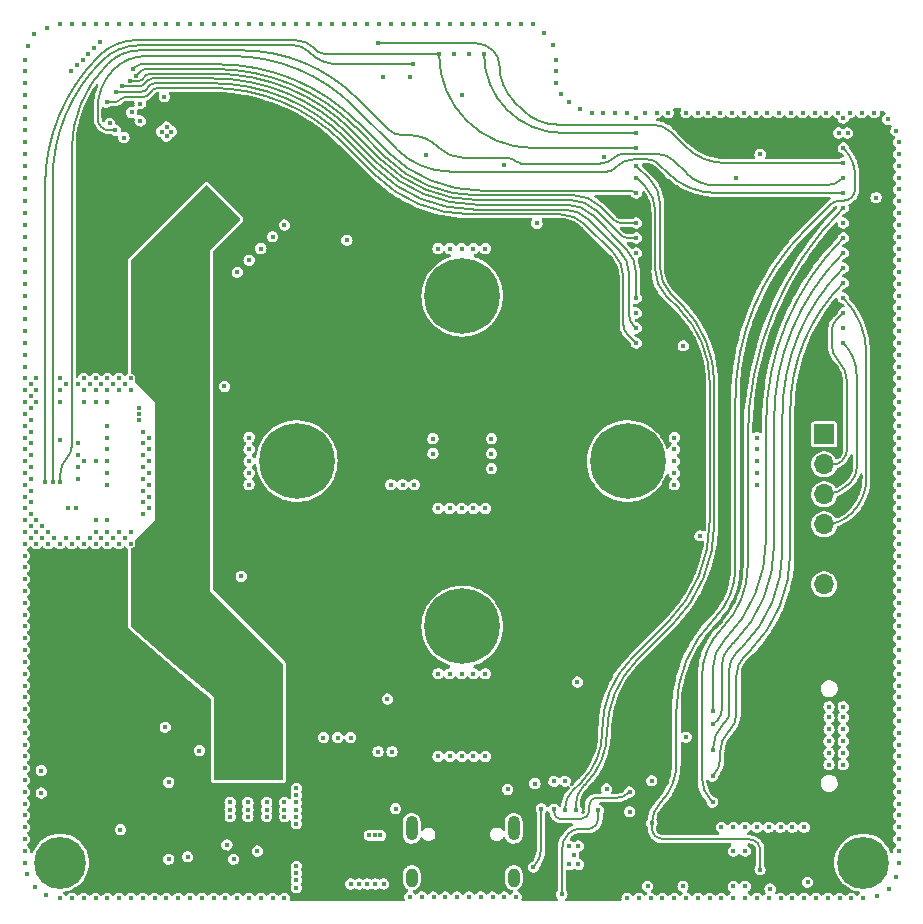
<source format=gbr>
%TF.GenerationSoftware,KiCad,Pcbnew,(6.0.4)*%
%TF.CreationDate,2022-07-14T17:54:29+08:00*%
%TF.ProjectId,SmartKnob_Main,536d6172-744b-46e6-9f62-5f4d61696e2e,rev?*%
%TF.SameCoordinates,Original*%
%TF.FileFunction,Copper,L2,Inr*%
%TF.FilePolarity,Positive*%
%FSLAX46Y46*%
G04 Gerber Fmt 4.6, Leading zero omitted, Abs format (unit mm)*
G04 Created by KiCad (PCBNEW (6.0.4)) date 2022-07-14 17:54:29*
%MOMM*%
%LPD*%
G01*
G04 APERTURE LIST*
%TA.AperFunction,ComponentPad*%
%ADD10C,0.800000*%
%TD*%
%TA.AperFunction,ComponentPad*%
%ADD11C,6.400000*%
%TD*%
%TA.AperFunction,ComponentPad*%
%ADD12C,4.400000*%
%TD*%
%TA.AperFunction,ComponentPad*%
%ADD13C,0.700000*%
%TD*%
%TA.AperFunction,ComponentPad*%
%ADD14O,1.000000X1.600000*%
%TD*%
%TA.AperFunction,ComponentPad*%
%ADD15O,1.000000X2.100000*%
%TD*%
%TA.AperFunction,ComponentPad*%
%ADD16R,1.700000X1.700000*%
%TD*%
%TA.AperFunction,ComponentPad*%
%ADD17O,1.700000X1.700000*%
%TD*%
%TA.AperFunction,ViaPad*%
%ADD18C,0.450000*%
%TD*%
%TA.AperFunction,Conductor*%
%ADD19C,0.150000*%
%TD*%
%TA.AperFunction,Conductor*%
%ADD20C,0.200000*%
%TD*%
G04 APERTURE END LIST*
D10*
%TO.N,unconnected-(H4-Pad1)*%
%TO.C,H4*%
X171697056Y-79302944D03*
X170000000Y-83400000D03*
X172400000Y-81000000D03*
D11*
X170000000Y-81000000D03*
D10*
X167600000Y-81000000D03*
X171697056Y-82697056D03*
X170000000Y-78600000D03*
X168302944Y-79302944D03*
X168302944Y-82697056D03*
%TD*%
%TO.N,unconnected-(H5-Pad1)*%
%TO.C,H5*%
X182302944Y-93302944D03*
X185697056Y-93302944D03*
X184000000Y-92600000D03*
X184000000Y-97400000D03*
X185697056Y-96697056D03*
X186400000Y-95000000D03*
D11*
X184000000Y-95000000D03*
D10*
X182302944Y-96697056D03*
X181600000Y-95000000D03*
%TD*%
D12*
%TO.N,unconnected-(H1-Pad1)*%
%TO.C,H1*%
X203955094Y-129000000D03*
D13*
X202788368Y-127833274D03*
X205605094Y-129000000D03*
X205121820Y-127833274D03*
X203955094Y-127350000D03*
X205121820Y-130166726D03*
X202788368Y-130166726D03*
X202305094Y-129000000D03*
X203955094Y-130650000D03*
%TD*%
%TO.N,unconnected-(H2-Pad1)*%
%TO.C,H2*%
X134305094Y-129000000D03*
D12*
X135955094Y-129000000D03*
D13*
X137605094Y-129000000D03*
X137121820Y-130166726D03*
X135955094Y-127350000D03*
X137121820Y-127833274D03*
X134788368Y-127833274D03*
X135955094Y-130650000D03*
X134788368Y-130166726D03*
%TD*%
D10*
%TO.N,unconnected-(H6-Pad1)*%
%TO.C,H6*%
X157697056Y-93302944D03*
X158400000Y-95000000D03*
X156000000Y-92600000D03*
X156000000Y-97400000D03*
D11*
X156000000Y-95000000D03*
D10*
X154302944Y-93302944D03*
X157697056Y-96697056D03*
X154302944Y-96697056D03*
X153600000Y-95000000D03*
%TD*%
D14*
%TO.N,GND*%
%TO.C,J1*%
X174370000Y-130275000D03*
D15*
X165730000Y-126095000D03*
D14*
X165730000Y-130275000D03*
D15*
X174370000Y-126095000D03*
%TD*%
D16*
%TO.N,+3V3*%
%TO.C,J5*%
X200655094Y-92740000D03*
D17*
%TO.N,ESP_IO12*%
X200655094Y-95280000D03*
%TO.N,ESP_IO13*%
X200655094Y-97820000D03*
%TO.N,ESP_IO14*%
X200655094Y-100360000D03*
%TO.N,+5V*%
X200655094Y-102900000D03*
%TO.N,GND*%
X200655094Y-105440000D03*
%TD*%
D10*
%TO.N,unconnected-(H3-Pad1)*%
%TO.C,H3*%
X172400000Y-109000000D03*
X171697056Y-107302944D03*
X168302944Y-110697056D03*
X168302944Y-107302944D03*
X171697056Y-110697056D03*
D11*
X170000000Y-109000000D03*
D10*
X170000000Y-106600000D03*
X170000000Y-111400000D03*
X167600000Y-109000000D03*
%TD*%
D18*
%TO.N,+3V3*%
X137280094Y-99000000D03*
X163355094Y-130800000D03*
X165555094Y-62500000D03*
X135980094Y-93200000D03*
X169310094Y-60547500D03*
X172475000Y-93095000D03*
X193205094Y-71050000D03*
X196070094Y-131230000D03*
X167525000Y-94365000D03*
X173555094Y-69900000D03*
X178710000Y-122100000D03*
X182000002Y-69230000D03*
X142655094Y-91500000D03*
X161955094Y-130800000D03*
X164355094Y-124420000D03*
X205040000Y-72700000D03*
X160555094Y-130800000D03*
X167525000Y-93095000D03*
X140155094Y-66400000D03*
X202625000Y-67213000D03*
X201875000Y-67213000D03*
X188955094Y-118375000D03*
X136625091Y-99000000D03*
X142655094Y-90500000D03*
X162873331Y-119600000D03*
X182225094Y-122760000D03*
X142655094Y-91000000D03*
X162655094Y-130800000D03*
X195225094Y-69030000D03*
X161255094Y-130800000D03*
%TO.N,ESP_TX*%
X184736999Y-70000000D03*
X185695094Y-130990000D03*
X179650000Y-124540000D03*
%TO.N,ESP_RX*%
X184736998Y-71023000D03*
X178710000Y-124530000D03*
X188695094Y-130990000D03*
%TO.N,ESP_EN*%
X202263001Y-68483001D03*
X195215094Y-129580000D03*
X186062594Y-125640000D03*
%TO.N,ESP_BOOT*%
X184737000Y-82453000D03*
X186052594Y-122070000D03*
%TO.N,Net-(C10-Pad1)*%
X176690000Y-124430000D03*
X176030000Y-129370000D03*
%TO.N,GND*%
X187455094Y-65500001D03*
X140955094Y-132000000D03*
X133455094Y-92500000D03*
X192955094Y-132000000D03*
X132955094Y-73000001D03*
X137455094Y-95500000D03*
X192955094Y-131000000D03*
X206955095Y-125000001D03*
X153955094Y-132000000D03*
X132955094Y-116000000D03*
X188708157Y-85237579D03*
X132955093Y-90000000D03*
X132955094Y-126000000D03*
X201055094Y-115800000D03*
X151955096Y-57999999D03*
X184955094Y-132000000D03*
X163255094Y-62494999D03*
X132955094Y-112000000D03*
X143455094Y-96000000D03*
X163955096Y-57999999D03*
X132955094Y-68000000D03*
X144955093Y-58000001D03*
X138455094Y-101500000D03*
X194955094Y-94000000D03*
X132955094Y-80000000D03*
X167955093Y-58000000D03*
X206955094Y-84000000D03*
X133955094Y-88000000D03*
X155955094Y-129900000D03*
X171575094Y-131910000D03*
X179079999Y-127590000D03*
X206955094Y-128000000D03*
X153955094Y-76000000D03*
X151955094Y-132000000D03*
X151955094Y-95000000D03*
X170955094Y-58000000D03*
X184737000Y-65943000D03*
X150075094Y-127490000D03*
X196955094Y-132000000D03*
X132955094Y-121000000D03*
X132955094Y-128000000D03*
X206955094Y-77000000D03*
X136455094Y-88500000D03*
X132955095Y-114000000D03*
X132955094Y-98000000D03*
X139455094Y-88500000D03*
X206955094Y-123000000D03*
X201055094Y-117700000D03*
X132955093Y-102000000D03*
X141955093Y-58000001D03*
X179080000Y-129140000D03*
X197955094Y-126000000D03*
X142729789Y-66191852D03*
X175955096Y-57999999D03*
X132955093Y-82000000D03*
X137455094Y-93500000D03*
X142955094Y-58000000D03*
X138955094Y-132000000D03*
X153455094Y-125100000D03*
X132955094Y-88000000D03*
X174955094Y-58000000D03*
X202255094Y-115800000D03*
X192955094Y-126000000D03*
X183955094Y-65500000D03*
X132955094Y-64000000D03*
X155955094Y-129300000D03*
X198955094Y-132000000D03*
X162955094Y-58000000D03*
X186955094Y-132000000D03*
X142729789Y-64750000D03*
X139955094Y-89000000D03*
X206955094Y-108000000D03*
X137955094Y-102000000D03*
X186455094Y-65500001D03*
X188955094Y-132000000D03*
X171955094Y-77000000D03*
X133955094Y-89000000D03*
X160955094Y-58000000D03*
X206955094Y-79000000D03*
X177955094Y-63000000D03*
X139955094Y-102000000D03*
X133955094Y-100000000D03*
X139955094Y-100000000D03*
X134955094Y-101000000D03*
X132955093Y-66999999D03*
X133955094Y-102000000D03*
X156955093Y-58000001D03*
X168955094Y-99000000D03*
X138955094Y-90000000D03*
X141055094Y-126200000D03*
X171955094Y-99000000D03*
X206955093Y-110000000D03*
X147955094Y-132000000D03*
X132955094Y-118000000D03*
X136955094Y-132000000D03*
X206955094Y-115000001D03*
X138955094Y-88000000D03*
X150355094Y-123900000D03*
X141455094Y-101500000D03*
X164955094Y-58000000D03*
X150955094Y-58000000D03*
X169955093Y-58000000D03*
X150655094Y-128700000D03*
X170575094Y-131910000D03*
X201955094Y-132000000D03*
X164955094Y-97000000D03*
X177685094Y-59750000D03*
X160237579Y-76291843D03*
X142955094Y-92500000D03*
X154955094Y-75000000D03*
X206955094Y-98000000D03*
X206955094Y-117000000D03*
X169955094Y-64000000D03*
X132955094Y-97000000D03*
X137455094Y-96500000D03*
X206955094Y-109000000D03*
X167955094Y-99000000D03*
X147955094Y-58000000D03*
X194835091Y-65500001D03*
X135955094Y-58000000D03*
X135955094Y-89000000D03*
X168575094Y-131910000D03*
X139955094Y-93000000D03*
X132955094Y-100000000D03*
X176155094Y-122300000D03*
X148955094Y-132000000D03*
X132955094Y-69000000D03*
X168955093Y-58000001D03*
X155955094Y-125100000D03*
X206725094Y-67010000D03*
X193835092Y-65500001D03*
X135955094Y-88000000D03*
X190955094Y-132000000D03*
X135955094Y-132000000D03*
X206955094Y-113000001D03*
X197835092Y-65500001D03*
X193955094Y-131000000D03*
X160555094Y-118400000D03*
X201055094Y-119700000D03*
X162610000Y-126690000D03*
X141955094Y-88000000D03*
X206955094Y-97000000D03*
X138955094Y-101000000D03*
X195835091Y-65500002D03*
X206955094Y-99000000D03*
X138355094Y-60500000D03*
X166955094Y-58000000D03*
X170580094Y-60547500D03*
X174575094Y-131910000D03*
X206955093Y-102000000D03*
X137955094Y-95000000D03*
X139955094Y-96000000D03*
X142955094Y-95500000D03*
X133455094Y-96500000D03*
X135955094Y-90000000D03*
X149955094Y-132000000D03*
X132955094Y-113000001D03*
X132955095Y-65000001D03*
X132955094Y-115000001D03*
X134805094Y-131710000D03*
X206955094Y-95000001D03*
X202255094Y-116700000D03*
X171955094Y-58000000D03*
X132955093Y-106999999D03*
X206955094Y-100000000D03*
X140955094Y-58000000D03*
X155955094Y-125700000D03*
X162130000Y-126690000D03*
X169955094Y-120000000D03*
X132955094Y-86000000D03*
X132955094Y-72000000D03*
X164055094Y-119600000D03*
X132955094Y-117000000D03*
X143455094Y-97000000D03*
X169955094Y-77000000D03*
X139955094Y-97000000D03*
X142955094Y-99500000D03*
X141955094Y-89000000D03*
X206955093Y-126999999D03*
X202255094Y-117700000D03*
X138855094Y-60000000D03*
X206955094Y-68000000D03*
X132955094Y-95000001D03*
X141455094Y-88500000D03*
X138955094Y-95000000D03*
X206955094Y-110999999D03*
X142955094Y-97500000D03*
X206955094Y-96000000D03*
X194955094Y-95000000D03*
X206955094Y-76000000D03*
X206955094Y-106000000D03*
X138455094Y-88500000D03*
X133455094Y-91500000D03*
X155955094Y-122700000D03*
X206955094Y-89000000D03*
X134455094Y-101500000D03*
X148955094Y-58000000D03*
X206955094Y-126000000D03*
X190131739Y-101325591D03*
X201055094Y-120700000D03*
X139955094Y-94000000D03*
X173855094Y-122800000D03*
X139955094Y-95000000D03*
X137955094Y-88000000D03*
X142005094Y-65474695D03*
X132955093Y-62000000D03*
X142955094Y-96500000D03*
X173575094Y-131910000D03*
X206955094Y-80000000D03*
X137455094Y-94500000D03*
X188955094Y-65500001D03*
X153955093Y-58000001D03*
X143455094Y-93000000D03*
X206955094Y-120000000D03*
X138955094Y-100000000D03*
X189955094Y-132000000D03*
X151955094Y-78000000D03*
X206955094Y-103000000D03*
X139355094Y-59500000D03*
X170955094Y-99000000D03*
X171955094Y-113000000D03*
X195955094Y-126000000D03*
X189955094Y-65500001D03*
X132955094Y-108000000D03*
X194955094Y-93000000D03*
X142955094Y-132000000D03*
X155955094Y-131100000D03*
X206955095Y-85000001D03*
X158955094Y-58000000D03*
X150955094Y-79000000D03*
X205105094Y-131800000D03*
X132955094Y-76000000D03*
X152955094Y-58000000D03*
X202255094Y-118700000D03*
X137955094Y-89000000D03*
X139955094Y-92000000D03*
X159455094Y-118400000D03*
X152955094Y-77000000D03*
X132955094Y-92000000D03*
X139955094Y-132000000D03*
X152955094Y-132000000D03*
X133455094Y-90500000D03*
X187955094Y-132000000D03*
X178405094Y-63875000D03*
X132955095Y-85000001D03*
X132955094Y-70999999D03*
X141955094Y-102000000D03*
X193955094Y-128000000D03*
X133215094Y-59890000D03*
X158255094Y-118400000D03*
X185455094Y-65500000D03*
X193955094Y-132000000D03*
X137355094Y-61500000D03*
X201835092Y-65500001D03*
X196835091Y-65500001D03*
X137955094Y-58000000D03*
X170955094Y-77000000D03*
X166955094Y-69100000D03*
X132955093Y-70000000D03*
X140955094Y-101000000D03*
X155955094Y-123900000D03*
X132955094Y-96000000D03*
X171955094Y-120000000D03*
X163674409Y-115131739D03*
X206955094Y-78000000D03*
X138955094Y-58000000D03*
X157955093Y-58000000D03*
X181955094Y-65500000D03*
X132955094Y-63000000D03*
X133455094Y-94500000D03*
X198955094Y-126000000D03*
X206955094Y-75000001D03*
X202263000Y-65943000D03*
X137955094Y-90000000D03*
X138955094Y-102000000D03*
X139955096Y-57999999D03*
X206955094Y-93000001D03*
X206955094Y-116000000D03*
X137955094Y-132000000D03*
X133455094Y-88500000D03*
X182955094Y-65500000D03*
X135955094Y-102000000D03*
X136855094Y-62000000D03*
X194955094Y-126000000D03*
X149868261Y-88674409D03*
X206955095Y-74000000D03*
X132955094Y-129000000D03*
X161955094Y-58000000D03*
X179762421Y-113708157D03*
X132955094Y-119000000D03*
X191955094Y-126000000D03*
X165575094Y-131910000D03*
X136455094Y-101500000D03*
X135455094Y-101500000D03*
X133775094Y-58870000D03*
X187955094Y-95000000D03*
X132955095Y-105000001D03*
X144955094Y-132000000D03*
X206955094Y-86000000D03*
X200835092Y-65500001D03*
X151855094Y-125100000D03*
X206955093Y-106999999D03*
X132955094Y-106000000D03*
X192835091Y-65500002D03*
X132955094Y-124000000D03*
X179080094Y-64625000D03*
X194955094Y-97000000D03*
X137455094Y-88500000D03*
X203835094Y-65490000D03*
X206955093Y-86999999D03*
X145955093Y-58000000D03*
X132955094Y-120000000D03*
X140955094Y-88000000D03*
X204885094Y-65510000D03*
X142955094Y-93500000D03*
X159955094Y-58000000D03*
X150955094Y-132000000D03*
X133955094Y-101000000D03*
X132955095Y-94000000D03*
X170955094Y-113000000D03*
X206955094Y-73000001D03*
X206955094Y-104000000D03*
X185955094Y-132000000D03*
X195955094Y-132000000D03*
X206955094Y-72000000D03*
X132955094Y-110999999D03*
X140955094Y-102000000D03*
X143455094Y-98000000D03*
X191955094Y-132000000D03*
X149955094Y-58000000D03*
X132955095Y-74000000D03*
X146755094Y-128500000D03*
X140955094Y-89000000D03*
X206955093Y-122000000D03*
X132955094Y-104000000D03*
X143455094Y-95000000D03*
X153455094Y-123900000D03*
X132955093Y-126999999D03*
X206955094Y-70999999D03*
X176935094Y-58760000D03*
X134455094Y-100500000D03*
X179440000Y-128370000D03*
X170955094Y-120000000D03*
X206035094Y-66070000D03*
X133455094Y-98500000D03*
X169955094Y-99000000D03*
X206115094Y-131220000D03*
X206955094Y-124000000D03*
X163080000Y-126690000D03*
X206955095Y-105000001D03*
X134845094Y-58310000D03*
X163955094Y-97000000D03*
X143955093Y-58000000D03*
X206955094Y-119000000D03*
X132955093Y-110000000D03*
X132955094Y-61000000D03*
X169575094Y-131910000D03*
X132955094Y-79000000D03*
X206955094Y-69000000D03*
X154955094Y-58000000D03*
X133455094Y-89500000D03*
X151855094Y-124500000D03*
X150355094Y-124500000D03*
X206955095Y-114000000D03*
X167955094Y-120000000D03*
X155955094Y-123300000D03*
X138955094Y-89000000D03*
X198835092Y-65500001D03*
X140455094Y-88500000D03*
X206955095Y-94000000D03*
X154955094Y-124500000D03*
X143455094Y-94000000D03*
X136955094Y-102000000D03*
X202955094Y-132000000D03*
X132955094Y-66000000D03*
X206955094Y-81000000D03*
X133125094Y-129980000D03*
X151955094Y-97000000D03*
X187955094Y-93000000D03*
X132955094Y-83000000D03*
X141955094Y-132000000D03*
X206955094Y-112000000D03*
X154955094Y-125100000D03*
X133455094Y-95500000D03*
X153455094Y-124500000D03*
X132955094Y-77000000D03*
X192955094Y-128000000D03*
X132955094Y-78000000D03*
X169955094Y-113000000D03*
X133455094Y-100500000D03*
X132955094Y-109000000D03*
X201055094Y-118700000D03*
X191835092Y-65500001D03*
X187955094Y-94000000D03*
X151955094Y-93000000D03*
X132955094Y-75000001D03*
X146955094Y-132000000D03*
X132955094Y-90999999D03*
X155955094Y-124500000D03*
X199835092Y-65500001D03*
X154955094Y-123900000D03*
X166575094Y-131910000D03*
X151291843Y-104762421D03*
X133455094Y-99500000D03*
X206955094Y-129000000D03*
X203955094Y-132000000D03*
X177955094Y-62000000D03*
X132955094Y-93000001D03*
X134355094Y-123100000D03*
X197955094Y-132000000D03*
X132955095Y-125000001D03*
X206955093Y-70000000D03*
X132955094Y-101000000D03*
X206955094Y-88000000D03*
X139955094Y-101000000D03*
X202255094Y-120700000D03*
X168955094Y-120000000D03*
X179830000Y-127590001D03*
X173955094Y-58000000D03*
X194955094Y-132000000D03*
X146955094Y-58000000D03*
X172575094Y-131910000D03*
X183955094Y-132000000D03*
X206955094Y-121000000D03*
X132955094Y-123000000D03*
X134955094Y-102000000D03*
X206955094Y-83000000D03*
X199955094Y-132000000D03*
X133805094Y-131050000D03*
X155955093Y-58000000D03*
X140455094Y-101500000D03*
X206955093Y-82000000D03*
X172955094Y-58000000D03*
X155955094Y-130500000D03*
X132955094Y-99000000D03*
X150355094Y-125100000D03*
X133455094Y-93500000D03*
X201055094Y-116700000D03*
X134355094Y-121200000D03*
X194955094Y-96000000D03*
X165955093Y-58000001D03*
X167575094Y-131910000D03*
X133955094Y-90000000D03*
X206735094Y-130250000D03*
X206955094Y-92000000D03*
X132955094Y-103000000D03*
X154955094Y-132000000D03*
X196955094Y-126000000D03*
X167955094Y-113000000D03*
X200955094Y-132000000D03*
X206955093Y-90000000D03*
X206955094Y-101000000D03*
X187955094Y-96000000D03*
X133455094Y-101500000D03*
X187955094Y-97000000D03*
X179830000Y-129140000D03*
X142955094Y-94500000D03*
X145955094Y-132000000D03*
X151955094Y-96000000D03*
X202263000Y-83723000D03*
X176325591Y-74868261D03*
X133455094Y-97500000D03*
X141955094Y-101000000D03*
X137855094Y-61000000D03*
X180955094Y-65500000D03*
X132955093Y-86999999D03*
X179955094Y-65175000D03*
X132955093Y-122000000D03*
X143455094Y-99000000D03*
X206955094Y-118000000D03*
X132955094Y-81000000D03*
X177955094Y-61000000D03*
X142955094Y-98500000D03*
X168955094Y-77000000D03*
X143955094Y-132000000D03*
X190835092Y-65500001D03*
X193955094Y-126000000D03*
X168955094Y-113000000D03*
X137455094Y-101500000D03*
X151955094Y-94000000D03*
X136955094Y-58000000D03*
X202255094Y-119700000D03*
X167955094Y-77000000D03*
X206955094Y-90999999D03*
X139455094Y-101500000D03*
X165955094Y-97000000D03*
X202835094Y-65500000D03*
X151855094Y-123900000D03*
X132955094Y-89000000D03*
X132955094Y-84000000D03*
X139955094Y-90000000D03*
X139955094Y-88000000D03*
%TO.N,Net-(Q1-Pad2)*%
X184177594Y-123020000D03*
X177770000Y-124485000D03*
%TO.N,Net-(R8-Pad1)*%
X181530000Y-124570001D03*
X178440000Y-131680000D03*
%TO.N,SD_CS*%
X202263000Y-76103000D03*
X191255094Y-116170000D03*
%TO.N,SD_CD*%
X202263000Y-73563001D03*
X191215094Y-123870000D03*
%TO.N,ESP_IO12*%
X202263000Y-82453000D03*
%TO.N,String_LED*%
X184737000Y-77373000D03*
%TO.N,Net-(Q2-Pad1)*%
X184187594Y-124690000D03*
X177770000Y-122110000D03*
%TO.N,TMC_VL*%
X139905094Y-64600000D03*
X184737000Y-84993000D03*
%TO.N,Net-(C12-Pad1)*%
X199254594Y-130644999D03*
%TO.N,DP_CS*%
X202263003Y-74833002D03*
%TO.N,TMC_UH*%
X142155094Y-61800000D03*
X184737000Y-72293000D03*
%TO.N,TMC_UL*%
X184737000Y-81183000D03*
X141224648Y-63280446D03*
%TO.N,TMC_VH*%
X142405094Y-62350000D03*
X184737000Y-74833000D03*
%TO.N,TMC_WH*%
X141845094Y-62820000D03*
X184737000Y-76103000D03*
%TO.N,TMC_WL*%
X140728317Y-63776777D03*
X184737000Y-83723000D03*
%TO.N,ESP_IO13*%
X202263000Y-84993000D03*
%TO.N,TMC_DIAG*%
X202263003Y-72292999D03*
X140644894Y-66995920D03*
%TO.N,TMP_RDY*%
X162855094Y-59612500D03*
X202263000Y-69753000D03*
%TO.N,ADC_RDY*%
X202263000Y-71023001D03*
X135980094Y-96800000D03*
%TO.N,+5V*%
X184475094Y-102900000D03*
X161716665Y-119600000D03*
X150814943Y-71630051D03*
X138055094Y-121600000D03*
X150729299Y-86595680D03*
X172455094Y-124512547D03*
X168817593Y-88900005D03*
X185055094Y-102900000D03*
X138055094Y-122800000D03*
X189270701Y-103404320D03*
X149824993Y-70640101D03*
X157110001Y-119600000D03*
X189569194Y-87316309D03*
X185055094Y-102400000D03*
X138655094Y-124000000D03*
X150430806Y-102683691D03*
X171855094Y-123900000D03*
X177255094Y-131400000D03*
X139355094Y-124000000D03*
X146707094Y-119200000D03*
X150319969Y-71135076D03*
X161595680Y-114270701D03*
X159860000Y-125100000D03*
X162316309Y-75430806D03*
X150319967Y-72125027D03*
X184475094Y-102400000D03*
X185055094Y-103400000D03*
X177683691Y-114569194D03*
X138055094Y-123400000D03*
X138055094Y-124000000D03*
X149330018Y-71135077D03*
X169755094Y-123900000D03*
X169155094Y-123900000D03*
X138055094Y-121000000D03*
X167655094Y-124500000D03*
X149824992Y-71630050D03*
X178404320Y-75729299D03*
X139455094Y-120400000D03*
X176455094Y-130600000D03*
X159860000Y-124400000D03*
X184475094Y-103400000D03*
X168255094Y-123900000D03*
X160570000Y-124420000D03*
X138055094Y-120400000D03*
X170355094Y-123900000D03*
X138055094Y-122200000D03*
X185645753Y-103404926D03*
X185645753Y-102904926D03*
X173855094Y-123760000D03*
X159860000Y-123680000D03*
X138755094Y-120400000D03*
X185645753Y-102404926D03*
X170955094Y-123900000D03*
%TO.N,Net-(C21-Pad2)*%
X141355094Y-67600000D03*
%TO.N,Net-(C19-Pad2)*%
X144775094Y-64140000D03*
%TO.N,ESP_SPI_MISO*%
X202263001Y-79913000D03*
X191215094Y-121670000D03*
%TO.N,ESP_SPI_CLK*%
X202262999Y-78643001D03*
X191215094Y-119470000D03*
%TO.N,ESP_SPI_MOSI*%
X202263000Y-77373002D03*
X191255094Y-117270000D03*
%TO.N,ESP_I2C_SCL*%
X134680094Y-96800000D03*
X184737000Y-68483000D03*
X168040094Y-60547500D03*
X172475000Y-94365000D03*
%TO.N,ESP_I2C_SDA*%
X172475000Y-95635000D03*
X184737000Y-67213000D03*
X135330094Y-96800000D03*
X165827594Y-61387500D03*
X171850094Y-60547500D03*
%TO.N,+9V*%
X148764334Y-73539239D03*
X149645094Y-120850000D03*
X154255094Y-120300000D03*
X153655094Y-120300000D03*
X152655094Y-128010000D03*
X151255094Y-120300000D03*
X153055094Y-120300000D03*
X149249257Y-73054314D03*
X148330019Y-72135075D03*
X151855094Y-120300000D03*
X150655094Y-120300000D03*
X150055094Y-120300000D03*
X148295094Y-73069995D03*
X148778547Y-72583605D03*
X152455094Y-120300000D03*
X147845094Y-72620000D03*
%TO.N,Net-(C34-Pad1)*%
X144855094Y-117520000D03*
X145155094Y-122200000D03*
%TO.N,Net-(NC1-Pad1)*%
X147755094Y-119500000D03*
X145155094Y-128700000D03*
%TO.N,Net-(C15-Pad1)*%
X144966185Y-67488909D03*
X144966185Y-66711091D03*
X145355094Y-67100000D03*
X144577276Y-67100000D03*
%TO.N,ESP_IO14*%
X202263000Y-81183000D03*
%TD*%
D19*
%TO.N,ESP_TX*%
X180465180Y-122310086D02*
X180235786Y-122539479D01*
X186755094Y-73200000D02*
X186755094Y-78657359D01*
X179650000Y-123953692D02*
X179650000Y-124540000D01*
X184755094Y-70000000D02*
X185906565Y-71151471D01*
X185205094Y-111450000D02*
X184800678Y-111854415D01*
X184736999Y-70000000D02*
X184755094Y-70000000D01*
X191355094Y-88500000D02*
X191355094Y-100208832D01*
X180473063Y-122302203D02*
X180465180Y-122310086D01*
X187755094Y-108900000D02*
X185205094Y-111450000D01*
X187633774Y-80778680D02*
X188526666Y-81671572D01*
X187633752Y-80778702D02*
G75*
G02*
X186755094Y-78657359I2121348J2121302D01*
G01*
X191355082Y-88500000D02*
G75*
G03*
X188526666Y-81671572I-9656882J0D01*
G01*
X182255105Y-118000000D02*
G75*
G02*
X184800679Y-111854416I8691195J0D01*
G01*
X187755084Y-108899990D02*
G75*
G03*
X191355094Y-100208832I-8691184J8691190D01*
G01*
X180473055Y-122302195D02*
G75*
G03*
X182255094Y-118000000I-4302155J4302195D01*
G01*
X179649995Y-123953692D02*
G75*
G02*
X180235786Y-122539479I2000005J-8D01*
G01*
X186755082Y-73200000D02*
G75*
G03*
X185906564Y-71151472I-2897082J0D01*
G01*
%TO.N,ESP_RX*%
X181855094Y-117925127D02*
X181855094Y-117735533D01*
X178710000Y-124530000D02*
X178710000Y-124373521D01*
X186355094Y-78857359D02*
X186355094Y-73842641D01*
X184355094Y-111700000D02*
X187405094Y-108650000D01*
X190955094Y-100079542D02*
X190955094Y-88306244D01*
X188405094Y-82150000D02*
X187233774Y-80978680D01*
X179295786Y-122959308D02*
X180105094Y-122150000D01*
X184778094Y-71023000D02*
X184736998Y-71023000D01*
X185476415Y-71721321D02*
X184778094Y-71023000D01*
X184355083Y-111699989D02*
G75*
G03*
X181855094Y-117735533I6035517J-6035511D01*
G01*
X186355125Y-78857359D02*
G75*
G03*
X187233774Y-80978680I2999975J-41D01*
G01*
X188405127Y-82149967D02*
G75*
G02*
X190955094Y-88306244I-6156327J-6156233D01*
G01*
X181855106Y-117925127D02*
G75*
G02*
X180105094Y-122150000I-5974906J27D01*
G01*
X190955113Y-100079542D02*
G75*
G02*
X187405094Y-108650000I-12120513J42D01*
G01*
X179295775Y-122959297D02*
G75*
G03*
X178710000Y-124373521I1414225J-1414203D01*
G01*
X185476434Y-71721302D02*
G75*
G02*
X186355094Y-73842641I-2121334J-2121298D01*
G01*
D20*
%TO.N,ESP_EN*%
X193135094Y-89776997D02*
X193135094Y-104018558D01*
X195215094Y-127784558D02*
X195215094Y-129580000D01*
X186062594Y-125640000D02*
X186062594Y-126053843D01*
X203275094Y-70900000D02*
X203275094Y-71945736D01*
X188135094Y-116089625D02*
X188135094Y-120622528D01*
X202263001Y-68483001D02*
X202281675Y-68501676D01*
X186062594Y-125625985D02*
X186062594Y-125640000D01*
X202323257Y-72940000D02*
X202015094Y-72940000D01*
X201161540Y-73293553D02*
X199115094Y-75340000D01*
X186934505Y-127000000D02*
X194190120Y-127000000D01*
X186765085Y-123929991D02*
G75*
G03*
X188135094Y-120622528I-3307485J3307491D01*
G01*
X193135095Y-89776997D02*
G75*
G02*
X199115094Y-75340000I20417005J-3D01*
G01*
X203275107Y-70900000D02*
G75*
G03*
X202281675Y-68501676I-3391707J0D01*
G01*
X202323257Y-72939980D02*
G75*
G03*
X202975094Y-72670000I43J921780D01*
G01*
X186355105Y-126759989D02*
G75*
G02*
X186062594Y-126053843I706195J706189D01*
G01*
X186062590Y-125625985D02*
G75*
G02*
X186765094Y-123930000I2398510J-15D01*
G01*
X195035090Y-127350004D02*
G75*
G03*
X194190120Y-127000000I-844990J-844996D01*
G01*
X201161545Y-73293558D02*
G75*
G02*
X202015094Y-72940000I853555J-853542D01*
G01*
X191345126Y-108340032D02*
G75*
G03*
X193135094Y-104018558I-4321526J4321432D01*
G01*
X195215112Y-127784558D02*
G75*
G03*
X195035093Y-127350001I-614612J-42D01*
G01*
X202975082Y-72669988D02*
G75*
G03*
X203275094Y-71945736I-724282J724288D01*
G01*
X188135107Y-116089625D02*
G75*
G02*
X191345094Y-108340000I10959593J25D01*
G01*
X186934505Y-126999999D02*
G75*
G02*
X186355094Y-126760000I-5J819399D01*
G01*
%TO.N,Net-(C10-Pad1)*%
X176690000Y-124430000D02*
X176690000Y-127776620D01*
X176029994Y-129369994D02*
G75*
G03*
X176690000Y-127776620I-1593394J1593394D01*
G01*
%TO.N,Net-(Q1-Pad2)*%
X178365510Y-125310000D02*
X180009825Y-125310000D01*
X181268941Y-123520000D02*
X182970488Y-123520000D01*
X177770000Y-124485000D02*
X177770000Y-124693144D01*
X180715094Y-124717868D02*
X180715094Y-124229411D01*
X178365510Y-125309997D02*
G75*
G02*
X177955094Y-125140000I-10J580397D01*
G01*
X180715082Y-124717868D02*
G75*
G02*
X180565094Y-125080000I-512082J-32D01*
G01*
X177955106Y-125139988D02*
G75*
G02*
X177770000Y-124693144I446894J446888D01*
G01*
X184177599Y-123020005D02*
G75*
G02*
X182970488Y-123520000I-1207099J1207105D01*
G01*
X180565088Y-125079994D02*
G75*
G02*
X180009825Y-125310000I-555288J555294D01*
G01*
X181268941Y-123520016D02*
G75*
G03*
X180955094Y-123650000I-41J-443784D01*
G01*
X180955089Y-123649995D02*
G75*
G03*
X180715094Y-124229411I579411J-579405D01*
G01*
%TO.N,Net-(R8-Pad1)*%
X181530000Y-125307029D02*
X181530000Y-124570001D01*
X179908353Y-126140000D02*
X180604973Y-126140000D01*
X178440000Y-131680000D02*
X178440000Y-127898399D01*
X179015093Y-126509999D02*
G75*
G03*
X178440000Y-127898399I1388407J-1388401D01*
G01*
X179908353Y-126139979D02*
G75*
G03*
X179015094Y-126510000I47J-1263321D01*
G01*
X181530013Y-125307029D02*
G75*
G02*
X181305093Y-125849999I-767913J29D01*
G01*
X181305103Y-125850009D02*
G75*
G02*
X180604973Y-126140000I-700103J700109D01*
G01*
%TO.N,SD_CS*%
X195725094Y-101623684D02*
X195725094Y-91886901D01*
X191255094Y-116170000D02*
X191255094Y-112415218D01*
X195725089Y-101623684D02*
G75*
G02*
X192185094Y-110170000I-12086289J-16D01*
G01*
X192185087Y-110169993D02*
G75*
G03*
X191255094Y-112415218I2245213J-2245207D01*
G01*
X202263000Y-76103000D02*
G75*
G03*
X195725094Y-91886901I15783900J-15783900D01*
G01*
%TO.N,SD_CD*%
X190305094Y-121890000D02*
X190305094Y-113211736D01*
X194175094Y-103868731D02*
X194175094Y-93088933D01*
X191215094Y-123870000D02*
X191061698Y-123716604D01*
X202262999Y-73563000D02*
G75*
G03*
X194175094Y-93088933I19525931J-19525930D01*
G01*
X190305094Y-121890000D02*
G75*
G03*
X191061699Y-123716603I2583206J0D01*
G01*
X191975082Y-109179988D02*
G75*
G03*
X190305094Y-113211736I4031718J-4031712D01*
G01*
X194175108Y-103868731D02*
G75*
G02*
X191975094Y-109180000I-7511308J31D01*
G01*
D19*
%TO.N,ESP_IO12*%
X200655094Y-95280000D02*
X201430830Y-95280000D01*
X202605094Y-93893604D02*
X202605094Y-88407939D01*
X201295094Y-85245320D02*
X201295094Y-83920000D01*
X201648007Y-83067993D02*
X202263000Y-82453000D01*
X201765104Y-86379990D02*
G75*
G02*
X202605094Y-88407939I-2027904J-2027910D01*
G01*
X202155086Y-94979992D02*
G75*
G02*
X201430830Y-95280000I-724286J724292D01*
G01*
X201295088Y-85245320D02*
G75*
G03*
X201765094Y-86380000I1604712J20D01*
G01*
X202605097Y-93893604D02*
G75*
G02*
X202155094Y-94980000I-1536397J4D01*
G01*
X201648010Y-83067996D02*
G75*
G03*
X201295094Y-83920000I851990J-852004D01*
G01*
%TO.N,TMC_VL*%
X144181025Y-63400000D02*
X148755094Y-63400000D01*
X139905094Y-64600000D02*
X140618145Y-64600000D01*
X141430114Y-64202245D02*
X142964566Y-64202245D01*
X183655094Y-79442641D02*
X183655094Y-83496880D01*
X140971699Y-64453553D02*
X141076561Y-64348691D01*
X180433774Y-74978680D02*
X182776415Y-77321321D01*
X170692709Y-74100000D02*
X178312453Y-74100000D01*
X159851288Y-67996194D02*
X162605094Y-70750000D01*
X143318120Y-64055798D02*
X143827472Y-63546446D01*
X183947987Y-84203987D02*
X184737000Y-84993000D01*
X183655066Y-79442641D02*
G75*
G03*
X182776414Y-77321322I-2999966J41D01*
G01*
X183947976Y-84203998D02*
G75*
G02*
X183655094Y-83496880I707124J707098D01*
G01*
X141430114Y-64202242D02*
G75*
G03*
X141076561Y-64348691I-14J-499958D01*
G01*
X180433797Y-74978657D02*
G75*
G03*
X178312453Y-74100000I-2121297J-2121343D01*
G01*
X170692709Y-74099997D02*
G75*
G02*
X162605095Y-70749999I-9J11437597D01*
G01*
X143318146Y-64055824D02*
G75*
G02*
X142964566Y-64202245I-353546J353624D01*
G01*
X159851293Y-67996189D02*
G75*
G03*
X148755094Y-63400000I-11096193J-11096211D01*
G01*
X140971676Y-64453530D02*
G75*
G02*
X140618145Y-64600000I-353576J353530D01*
G01*
X144181025Y-63400018D02*
G75*
G03*
X143827472Y-63546446I-25J-499982D01*
G01*
%TO.N,TMC_UH*%
X142155094Y-61800000D02*
X142408648Y-61546446D01*
X161155094Y-66300000D02*
X163605094Y-68750000D01*
X142762201Y-61400000D02*
X149325448Y-61400000D01*
X171692709Y-72100000D02*
X184271057Y-72100000D01*
X142762201Y-61400001D02*
G75*
G03*
X142408648Y-61546446I-1J-499999D01*
G01*
X184737013Y-72292987D02*
G75*
G03*
X184271057Y-72100000I-465913J-465913D01*
G01*
X171692709Y-72099997D02*
G75*
G02*
X163605095Y-68749999I-9J11437597D01*
G01*
X161155081Y-66300013D02*
G75*
G03*
X149325448Y-61400000I-11829681J-11829687D01*
G01*
%TO.N,TMC_UL*%
X143000259Y-63133999D02*
X143387812Y-62746446D01*
X171355094Y-73300000D02*
X178912453Y-73300000D01*
X141224648Y-63280446D02*
X142646705Y-63280446D01*
X143741365Y-62600000D02*
X148937580Y-62600000D01*
X181033774Y-74178680D02*
X183858321Y-77003227D01*
X184737000Y-79124547D02*
X184737000Y-81183000D01*
X160405094Y-67350000D02*
X162819560Y-69764466D01*
X181033797Y-74178657D02*
G75*
G03*
X178912453Y-73300000I-2121297J-2121343D01*
G01*
X143000266Y-63134006D02*
G75*
G02*
X142646705Y-63280446I-353566J353606D01*
G01*
X143741365Y-62599976D02*
G75*
G03*
X143387813Y-62746447I35J-500024D01*
G01*
X160405101Y-67349993D02*
G75*
G03*
X148937580Y-62600000I-11467501J-11467507D01*
G01*
X184736966Y-79124547D02*
G75*
G03*
X183858320Y-77003228I-2999966J47D01*
G01*
X171355094Y-73299994D02*
G75*
G02*
X162819561Y-69764465I6J12071094D01*
G01*
%TO.N,TMC_VH*%
X142405094Y-62350000D02*
X142808648Y-61946446D01*
X161005335Y-66749759D02*
X163555335Y-69299759D01*
X181633774Y-73378680D02*
X182795201Y-74540107D01*
X171281400Y-72500000D02*
X179512453Y-72500000D01*
X183502308Y-74833000D02*
X184737000Y-74833000D01*
X143162201Y-61800000D02*
X149055560Y-61800000D01*
X171281400Y-72500001D02*
G75*
G02*
X163555335Y-69299759I0J10926301D01*
G01*
X143162201Y-61800001D02*
G75*
G03*
X142808648Y-61946446I-1J-499999D01*
G01*
X183502308Y-74832994D02*
G75*
G02*
X182795201Y-74540107I-8J999994D01*
G01*
X161005348Y-66749746D02*
G75*
G03*
X149055560Y-61800000I-11949748J-11949754D01*
G01*
X181633797Y-73378657D02*
G75*
G03*
X179512453Y-72500000I-2121297J-2121343D01*
G01*
%TO.N,TMC_WH*%
X141845094Y-62820000D02*
X141873498Y-62848404D01*
X181333774Y-73778680D02*
X183365201Y-75810107D01*
X143562201Y-62200000D02*
X149032357Y-62200000D01*
X141873498Y-62848404D02*
X142563604Y-62848404D01*
X184072308Y-76103000D02*
X184737000Y-76103000D01*
X171364263Y-72900000D02*
X179212453Y-72900000D01*
X142851541Y-62703553D02*
X143208648Y-62346446D01*
X160680341Y-67024753D02*
X163155341Y-69499753D01*
X142851556Y-62703569D02*
G75*
G02*
X142563604Y-62848404I-369356J375669D01*
G01*
X171364263Y-72900016D02*
G75*
G02*
X163155342Y-69499752I37J11609216D01*
G01*
X184072308Y-76102994D02*
G75*
G02*
X183365201Y-75810107I-8J999994D01*
G01*
X143562201Y-62200001D02*
G75*
G03*
X143208648Y-62346446I-1J-499999D01*
G01*
X181333797Y-73778657D02*
G75*
G03*
X179212453Y-72900000I-2121297J-2121343D01*
G01*
X160680355Y-67024739D02*
G75*
G03*
X149032357Y-62200000I-11647955J-11647961D01*
G01*
%TO.N,TMC_WL*%
X140728400Y-63776694D02*
X142754422Y-63776694D01*
X143107976Y-63630247D02*
X143591777Y-63146446D01*
X184447987Y-83433987D02*
X184737000Y-83723000D01*
X143945330Y-63000000D02*
X148808291Y-63000000D01*
X140728317Y-63776777D02*
X140728400Y-63776694D01*
X160155094Y-67700000D02*
X162705094Y-70250000D01*
X184155094Y-79242641D02*
X184155094Y-82726880D01*
X171034130Y-73700000D02*
X178612453Y-73700000D01*
X180733774Y-74578680D02*
X183276415Y-77121321D01*
X184155066Y-79242641D02*
G75*
G03*
X183276414Y-77121322I-2999966J41D01*
G01*
X160155098Y-67699996D02*
G75*
G03*
X148808291Y-63000000I-11346798J-11346804D01*
G01*
X143107964Y-63630235D02*
G75*
G02*
X142754422Y-63776694I-353564J353535D01*
G01*
X171034130Y-73699989D02*
G75*
G02*
X162705094Y-70250000I-30J11778989D01*
G01*
X184447976Y-83433998D02*
G75*
G02*
X184155094Y-82726880I707124J707098D01*
G01*
X180733797Y-74578657D02*
G75*
G03*
X178612453Y-73700000I-2121297J-2121343D01*
G01*
X143945330Y-63000022D02*
G75*
G03*
X143591778Y-63146447I-30J-499978D01*
G01*
%TO.N,ESP_IO13*%
X203395094Y-95605320D02*
X203395094Y-87726116D01*
X202686551Y-96978543D02*
X202925094Y-96740000D01*
X203395103Y-95605320D02*
G75*
G02*
X202925093Y-96739999I-1604703J20D01*
G01*
X202686551Y-96978543D02*
G75*
G02*
X200655094Y-97820000I-2031451J2031443D01*
G01*
X202263005Y-84992995D02*
G75*
G02*
X203395094Y-87726116I-2733105J-2733105D01*
G01*
%TO.N,TMC_DIAG*%
X191476669Y-72292999D02*
X202263003Y-72292999D01*
X140644894Y-66995920D02*
X140145228Y-66995920D01*
X143226485Y-60700000D02*
X150473976Y-60700000D01*
X168993815Y-70480000D02*
X182278074Y-70480000D01*
X186605094Y-69810000D02*
X187399114Y-70604020D01*
X182904617Y-70220478D02*
X183115094Y-70010000D01*
X139135094Y-65985786D02*
X139135094Y-65110000D01*
X184442911Y-69460000D02*
X185760120Y-69460000D01*
X160855094Y-65000000D02*
X164455094Y-68600000D01*
X139438121Y-66703027D02*
X139427987Y-66692893D01*
X186605090Y-69810004D02*
G75*
G03*
X185760120Y-69460000I-844990J-844996D01*
G01*
X140492736Y-61832352D02*
G75*
G03*
X139135094Y-65110000I3277664J-3277648D01*
G01*
X191476669Y-72293030D02*
G75*
G02*
X187399115Y-70604019I31J5766530D01*
G01*
X139438103Y-66703045D02*
G75*
G03*
X140145228Y-66995920I707097J707145D01*
G01*
X168993815Y-70479995D02*
G75*
G02*
X164455094Y-68600000I-15J6418695D01*
G01*
X160855102Y-64999992D02*
G75*
G03*
X150473976Y-60700000I-10381102J-10381108D01*
G01*
X139135106Y-65985786D02*
G75*
G03*
X139427987Y-66692893I999994J-14D01*
G01*
X143226485Y-60699990D02*
G75*
G03*
X140492739Y-61832355I15J-3866110D01*
G01*
X184442911Y-69460003D02*
G75*
G03*
X183115094Y-70010000I-11J-1877797D01*
G01*
X182904637Y-70220498D02*
G75*
G02*
X182278074Y-70480000I-626537J626598D01*
G01*
%TO.N,TMP_RDY*%
X178055094Y-66500000D02*
X186089408Y-66500000D01*
X174427886Y-64572792D02*
X175153012Y-65297918D01*
X192221524Y-69753000D02*
X202263000Y-69753000D01*
X187737936Y-67182843D02*
X188955094Y-68400000D01*
X162855094Y-59612500D02*
X171136744Y-59612500D01*
X172555094Y-60200000D02*
X172660119Y-60305025D01*
X192221524Y-69752991D02*
G75*
G02*
X188955094Y-68400000I-24J4619391D01*
G01*
X172555082Y-60200012D02*
G75*
G03*
X171136744Y-59612500I-1418382J-1418388D01*
G01*
X187737938Y-67182841D02*
G75*
G03*
X186089408Y-66500000I-1648538J-1648559D01*
G01*
X174427882Y-64572796D02*
G75*
G02*
X173155094Y-61500000I3072818J3072796D01*
G01*
X178055094Y-66499993D02*
G75*
G02*
X175153012Y-65297918I6J4104193D01*
G01*
X173155080Y-61500000D02*
G75*
G03*
X172660118Y-60305026I-1689980J0D01*
G01*
%TO.N,ADC_RDY*%
X135980094Y-96800000D02*
X135980094Y-96069888D01*
X136935094Y-93764315D02*
X136935094Y-68648498D01*
X187925094Y-69570000D02*
X188993931Y-70638837D01*
X191435094Y-71650000D02*
X200749291Y-71650000D01*
X142690728Y-60220000D02*
X151331672Y-60220000D01*
X174410094Y-69515000D02*
X174495094Y-69600000D01*
X139925094Y-61430000D02*
X140035094Y-61320000D01*
X167950094Y-68395000D02*
X168015094Y-68460000D01*
X164955094Y-67400000D02*
X165547952Y-67400000D01*
X183569860Y-69000000D02*
X186548993Y-69000000D01*
X161085094Y-64260000D02*
X163708906Y-66883812D01*
X174977936Y-69800000D02*
X181638490Y-69800000D01*
X170043033Y-69300000D02*
X173891039Y-69300000D01*
X174410084Y-69515010D02*
G75*
G03*
X173891039Y-69300000I-519084J-519090D01*
G01*
X191435094Y-71650011D02*
G75*
G02*
X188993931Y-70638837I6J3452311D01*
G01*
X170043033Y-69299987D02*
G75*
G02*
X168015095Y-68459999I-33J2867887D01*
G01*
X136935101Y-93764315D02*
G75*
G02*
X136535093Y-94729999I-1365701J15D01*
G01*
X183569860Y-68999982D02*
G75*
G03*
X182930094Y-69265000I40J-904818D01*
G01*
X202263003Y-71023004D02*
G75*
G02*
X200749291Y-71650000I-1513703J1513704D01*
G01*
X161085104Y-64259990D02*
G75*
G03*
X151331672Y-60220000I-9753404J-9753410D01*
G01*
X142690728Y-60220011D02*
G75*
G03*
X140035095Y-61320001I-28J-3755589D01*
G01*
X182930098Y-69265004D02*
G75*
G02*
X181638490Y-69800000I-1291598J1291604D01*
G01*
X136535096Y-94730002D02*
G75*
G03*
X135980094Y-96069888I1339904J-1339898D01*
G01*
X164955094Y-67399997D02*
G75*
G02*
X163708906Y-66883812I6J1762397D01*
G01*
X167950109Y-68394985D02*
G75*
G03*
X165547952Y-67400000I-2402109J-2402115D01*
G01*
X187925098Y-69569996D02*
G75*
G03*
X186548993Y-69000000I-1376098J-1376104D01*
G01*
X174977936Y-69799986D02*
G75*
G02*
X174495094Y-69600000I-36J682786D01*
G01*
X139925093Y-61429999D02*
G75*
G03*
X136935094Y-68648498I7218507J-7218501D01*
G01*
D20*
%TO.N,ESP_SPI_MISO*%
X193225094Y-116360000D02*
X193225094Y-113072670D01*
X197775094Y-102800000D02*
X197775094Y-90747765D01*
X191855094Y-120124904D02*
X191855094Y-119577817D01*
X192546515Y-117908579D02*
X192609911Y-117845183D01*
X193835094Y-111600000D02*
X194338555Y-111096539D01*
X202263011Y-79913010D02*
G75*
G03*
X197775094Y-90747765I10834789J-10834790D01*
G01*
X191855097Y-120124904D02*
G75*
G02*
X191215094Y-121670000I-2185097J4D01*
G01*
X192546517Y-117908581D02*
G75*
G03*
X191855094Y-119577817I1669183J-1669219D01*
G01*
X197775089Y-102800000D02*
G75*
G02*
X194338555Y-111096539I-11733089J0D01*
G01*
X193225085Y-116360000D02*
G75*
G02*
X192609910Y-117845182I-2100385J0D01*
G01*
X193835101Y-111600007D02*
G75*
G03*
X193225094Y-113072670I1472699J-1472693D01*
G01*
%TO.N,ESP_SPI_CLK*%
X192169688Y-117165406D02*
X192325094Y-117010000D01*
X192615094Y-116309879D02*
X192615094Y-112631959D01*
X197115094Y-102540000D02*
X197115094Y-91071143D01*
X193175094Y-111280000D02*
X193720981Y-110734113D01*
X197115103Y-102540000D02*
G75*
G02*
X193720981Y-110734113I-11588203J0D01*
G01*
X192169684Y-117165402D02*
G75*
G03*
X191215094Y-119470000I2304616J-2304598D01*
G01*
X192615086Y-116309879D02*
G75*
G02*
X192325094Y-117010000I-990086J-21D01*
G01*
X202262998Y-78643000D02*
G75*
G03*
X197115094Y-91071143I12428142J-12428140D01*
G01*
X193175125Y-111280031D02*
G75*
G03*
X192615094Y-112631959I1351875J-1351969D01*
G01*
%TO.N,ESP_SPI_MOSI*%
X192635094Y-110750000D02*
X192968555Y-110416539D01*
X191255094Y-117270000D02*
X191642753Y-116882341D01*
X191975094Y-116080000D02*
X191975094Y-112343380D01*
X196405094Y-102120000D02*
X196405094Y-91515238D01*
X202263002Y-77373004D02*
G75*
G03*
X196405094Y-91515238I14142228J-14142236D01*
G01*
X196405089Y-102120000D02*
G75*
G02*
X192968555Y-110416539I-11733089J0D01*
G01*
X191975090Y-116080000D02*
G75*
G02*
X191642753Y-116882341I-1134690J0D01*
G01*
X192635098Y-110750004D02*
G75*
G03*
X191975094Y-112343380I1593402J-1593396D01*
G01*
%TO.N,ESP_I2C_SCL*%
X184737000Y-68483000D02*
X175975594Y-68483000D01*
D19*
X142490140Y-59340000D02*
X155765094Y-59340000D01*
X134680094Y-96800000D02*
X134680094Y-71725027D01*
X158340185Y-60547500D02*
X168040094Y-60547500D01*
X157574627Y-60089533D02*
X157815094Y-60330000D01*
X142490140Y-59340015D02*
G75*
G03*
X139255094Y-60680000I-40J-4574985D01*
G01*
X157574637Y-60089523D02*
G75*
G03*
X155765094Y-59340000I-1809537J-1809577D01*
G01*
D20*
X168040100Y-60547500D02*
G75*
G03*
X175975594Y-68483000I7935500J0D01*
G01*
D19*
X158340185Y-60547507D02*
G75*
G02*
X157815095Y-60329999I15J742607D01*
G01*
X139255094Y-60680000D02*
G75*
G03*
X134680094Y-71725027I11045036J-11045030D01*
G01*
%TO.N,ESP_I2C_SDA*%
X135330094Y-96800000D02*
X135330094Y-71141057D01*
X157015094Y-60330000D02*
X157112839Y-60427745D01*
D20*
X184737000Y-67213000D02*
X178515594Y-67213000D01*
D19*
X155573185Y-59790000D02*
X155711419Y-59790000D01*
X159429891Y-61387500D02*
X165827594Y-61387500D01*
X142671855Y-59790000D02*
X155573185Y-59790000D01*
X139485096Y-61110002D02*
G75*
G03*
X135330094Y-71141057I10031054J-10031058D01*
G01*
X157015090Y-60330004D02*
G75*
G03*
X155711419Y-59790000I-1303690J-1303696D01*
G01*
X142671855Y-59789980D02*
G75*
G03*
X139485094Y-61110000I45J-4506820D01*
G01*
X159429891Y-61387507D02*
G75*
G02*
X157112840Y-60427744I9J3276807D01*
G01*
D20*
X171850100Y-60547500D02*
G75*
G03*
X178515594Y-67213000I6665500J0D01*
G01*
D19*
%TO.N,ESP_IO14*%
X204225094Y-96424660D02*
X204225094Y-85919913D01*
X202976759Y-99398335D02*
X203005094Y-99370000D01*
X202976756Y-99398332D02*
G75*
G02*
X200655094Y-100360000I-2321656J2321632D01*
G01*
X204225078Y-96424660D02*
G75*
G02*
X203005093Y-99369999I-4165278J-40D01*
G01*
X202263004Y-81182996D02*
G75*
G02*
X204225094Y-85919913I-4736904J-4736904D01*
G01*
%TD*%
%TA.AperFunction,Conductor*%
%TO.N,+9V*%
G36*
X148397539Y-71644035D02*
G01*
X148407420Y-71652326D01*
X151202768Y-74447674D01*
X151224160Y-74493550D01*
X151211059Y-74542445D01*
X151202768Y-74552326D01*
X148655094Y-77100000D01*
X148655094Y-106000000D01*
X154833420Y-112178326D01*
X154854812Y-112224202D01*
X154855094Y-112230652D01*
X154855094Y-121926000D01*
X154837781Y-121973566D01*
X154793944Y-121998876D01*
X154781094Y-122000000D01*
X149029094Y-122000000D01*
X148981528Y-121982687D01*
X148956218Y-121938850D01*
X148955094Y-121926000D01*
X148955094Y-115000000D01*
X145716663Y-112224202D01*
X141980935Y-109022149D01*
X141956087Y-108978048D01*
X141955094Y-108965964D01*
X141955094Y-102443383D01*
X141972407Y-102395817D01*
X142017518Y-102370294D01*
X142072576Y-102361574D01*
X142077767Y-102358929D01*
X142077770Y-102358928D01*
X142173367Y-102310219D01*
X142173370Y-102310217D01*
X142178559Y-102307573D01*
X142262667Y-102223465D01*
X142265311Y-102218276D01*
X142265313Y-102218273D01*
X142314022Y-102122676D01*
X142314023Y-102122673D01*
X142316668Y-102117482D01*
X142317579Y-102111730D01*
X142317580Y-102111727D01*
X142334364Y-102005752D01*
X142335275Y-102000000D01*
X142334364Y-101994248D01*
X142317580Y-101888273D01*
X142317579Y-101888270D01*
X142316668Y-101882518D01*
X142262667Y-101776535D01*
X142262861Y-101776436D01*
X142249819Y-101730941D01*
X142271312Y-101683782D01*
X143955094Y-100000000D01*
X143955094Y-90000000D01*
X142271312Y-88316218D01*
X142249920Y-88270342D01*
X142262887Y-88223577D01*
X142262667Y-88223465D01*
X142263218Y-88222384D01*
X142263218Y-88222383D01*
X142316668Y-88117482D01*
X142317579Y-88111730D01*
X142317580Y-88111727D01*
X142334364Y-88005752D01*
X142335275Y-88000000D01*
X142334364Y-87994248D01*
X142317580Y-87888273D01*
X142317579Y-87888270D01*
X142316668Y-87882518D01*
X142314022Y-87877324D01*
X142265313Y-87781727D01*
X142265311Y-87781724D01*
X142262667Y-87776535D01*
X142178559Y-87692427D01*
X142173370Y-87689783D01*
X142173367Y-87689781D01*
X142077770Y-87641072D01*
X142077767Y-87641071D01*
X142072576Y-87638426D01*
X142017518Y-87629706D01*
X141973246Y-87605166D01*
X141955094Y-87556617D01*
X141955094Y-78030652D01*
X141972407Y-77983086D01*
X141976768Y-77978326D01*
X148302768Y-71652326D01*
X148348644Y-71630934D01*
X148397539Y-71644035D01*
G37*
%TD.AperFunction*%
%TD*%
%TA.AperFunction,Conductor*%
%TO.N,+5V*%
G36*
X139142888Y-63089733D02*
G01*
X139180501Y-63148615D01*
X139180309Y-63218484D01*
X139177764Y-63226141D01*
X139136795Y-63337194D01*
X139048751Y-63575848D01*
X139048090Y-63578191D01*
X139048086Y-63578204D01*
X138945218Y-63942948D01*
X138942938Y-63951033D01*
X138921461Y-64059005D01*
X138870367Y-64315880D01*
X138866889Y-64333363D01*
X138844319Y-64524056D01*
X138825841Y-64680174D01*
X138821070Y-64720481D01*
X138806820Y-65083186D01*
X138806438Y-65092902D01*
X138806391Y-65093340D01*
X138806361Y-65094854D01*
X138806108Y-65101294D01*
X138804573Y-65110000D01*
X138806457Y-65120684D01*
X138807710Y-65127790D01*
X138809594Y-65149323D01*
X138809594Y-65946457D01*
X138807710Y-65967992D01*
X138806614Y-65974210D01*
X138804573Y-65985781D01*
X138806881Y-65998869D01*
X138808499Y-66012289D01*
X138816152Y-66129065D01*
X138818124Y-66159164D01*
X138818914Y-66163134D01*
X138818914Y-66163137D01*
X138849175Y-66315284D01*
X138852019Y-66329581D01*
X138853322Y-66333418D01*
X138853322Y-66333420D01*
X138906564Y-66490273D01*
X138906567Y-66490280D01*
X138907869Y-66494116D01*
X138984716Y-66649953D01*
X138986970Y-66653326D01*
X138986972Y-66653330D01*
X139047698Y-66744215D01*
X139081247Y-66794426D01*
X139083934Y-66797490D01*
X139178354Y-66905159D01*
X139186700Y-66915792D01*
X139194270Y-66926603D01*
X139200235Y-66930780D01*
X139204415Y-66936749D01*
X139215034Y-66944184D01*
X139225665Y-66952527D01*
X139333515Y-67047104D01*
X139333524Y-67047111D01*
X139336578Y-67049789D01*
X139339955Y-67052045D01*
X139339956Y-67052046D01*
X139467082Y-67136982D01*
X139481055Y-67146318D01*
X139636895Y-67223164D01*
X139801433Y-67279011D01*
X139805416Y-67279803D01*
X139805419Y-67279804D01*
X139863762Y-67291407D01*
X139971852Y-67312905D01*
X139975891Y-67313170D01*
X139975894Y-67313170D01*
X140118837Y-67322535D01*
X140132256Y-67324153D01*
X140134552Y-67324558D01*
X140134555Y-67324558D01*
X140145237Y-67326441D01*
X140163025Y-67323304D01*
X140184561Y-67321420D01*
X140242744Y-67321420D01*
X140309783Y-67341105D01*
X140320996Y-67349635D01*
X140324698Y-67354039D01*
X140332056Y-67358937D01*
X140425743Y-67421300D01*
X140438081Y-67429513D01*
X140446512Y-67432147D01*
X140446514Y-67432148D01*
X140531734Y-67458772D01*
X140568089Y-67470130D01*
X140576924Y-67470292D01*
X140612424Y-67470943D01*
X140704271Y-67472626D01*
X140712790Y-67470304D01*
X140712794Y-67470303D01*
X140719440Y-67468491D01*
X140789296Y-67469848D01*
X140847330Y-67508757D01*
X140875114Y-67572864D01*
X140875888Y-67586760D01*
X140874740Y-67594131D01*
X140875886Y-67602895D01*
X140889143Y-67704276D01*
X140892400Y-67729186D01*
X140947256Y-67853856D01*
X141034898Y-67958119D01*
X141072227Y-67982967D01*
X141112060Y-68009482D01*
X141148281Y-68033593D01*
X141156712Y-68036227D01*
X141156714Y-68036228D01*
X141238733Y-68061852D01*
X141278289Y-68074210D01*
X141287124Y-68074372D01*
X141322624Y-68075023D01*
X141414471Y-68076706D01*
X141545880Y-68040880D01*
X141661952Y-67969612D01*
X141678477Y-67951356D01*
X141710431Y-67916053D01*
X141753355Y-67868631D01*
X141812743Y-67746054D01*
X141817121Y-67720031D01*
X141834546Y-67616465D01*
X141834547Y-67616459D01*
X141835341Y-67611737D01*
X141835484Y-67600000D01*
X141834806Y-67595269D01*
X141834806Y-67595262D01*
X141817427Y-67473913D01*
X141816175Y-67465171D01*
X141759800Y-67341180D01*
X141670890Y-67237996D01*
X141556595Y-67163913D01*
X141490217Y-67144062D01*
X141434564Y-67127418D01*
X141434562Y-67127418D01*
X141426100Y-67124887D01*
X141417266Y-67124833D01*
X141375360Y-67124577D01*
X141289898Y-67124055D01*
X141281406Y-67126482D01*
X141272654Y-67127681D01*
X141272407Y-67125880D01*
X141213374Y-67125456D01*
X141165391Y-67094131D01*
X144096922Y-67094131D01*
X144103178Y-67141974D01*
X144113374Y-67219947D01*
X144114582Y-67229186D01*
X144169438Y-67353856D01*
X144185542Y-67373014D01*
X144242535Y-67440815D01*
X144257080Y-67458119D01*
X144370463Y-67533593D01*
X144378894Y-67536227D01*
X144427770Y-67551497D01*
X144485889Y-67590277D01*
X144504291Y-67619914D01*
X144526579Y-67670567D01*
X144558347Y-67742765D01*
X144645989Y-67847028D01*
X144678443Y-67868631D01*
X144749684Y-67916053D01*
X144759372Y-67922502D01*
X144767803Y-67925136D01*
X144767805Y-67925137D01*
X144865985Y-67955810D01*
X144889380Y-67963119D01*
X144898215Y-67963281D01*
X144933715Y-67963932D01*
X145025562Y-67965615D01*
X145156971Y-67929789D01*
X145273043Y-67858521D01*
X145289568Y-67840265D01*
X145340031Y-67784513D01*
X145364446Y-67757540D01*
X145423834Y-67634963D01*
X145424507Y-67630965D01*
X145462294Y-67575076D01*
X145508673Y-67551025D01*
X145537355Y-67543205D01*
X145537360Y-67543203D01*
X145545880Y-67540880D01*
X145661952Y-67469612D01*
X145671062Y-67459548D01*
X145726244Y-67398583D01*
X145753355Y-67368631D01*
X145812743Y-67246054D01*
X145820942Y-67197324D01*
X145834546Y-67116465D01*
X145834547Y-67116459D01*
X145835341Y-67111737D01*
X145835484Y-67100000D01*
X145834806Y-67095269D01*
X145834806Y-67095262D01*
X145817427Y-66973913D01*
X145816175Y-66965171D01*
X145759800Y-66841180D01*
X145670890Y-66737996D01*
X145556595Y-66663913D01*
X145506100Y-66648812D01*
X145447512Y-66610745D01*
X145428513Y-66575695D01*
X145427266Y-66576262D01*
X145413754Y-66546544D01*
X145370891Y-66452271D01*
X145281981Y-66349087D01*
X145167686Y-66275004D01*
X145102439Y-66255491D01*
X145045655Y-66238509D01*
X145045653Y-66238509D01*
X145037191Y-66235978D01*
X145028357Y-66235924D01*
X144986451Y-66235668D01*
X144900989Y-66235146D01*
X144770027Y-66272575D01*
X144654835Y-66345256D01*
X144564672Y-66447346D01*
X144507629Y-66568844D01*
X144507628Y-66568845D01*
X144507150Y-66569863D01*
X144506786Y-66570639D01*
X144506527Y-66570517D01*
X144471099Y-66624321D01*
X144425021Y-66648937D01*
X144381118Y-66661484D01*
X144265926Y-66734165D01*
X144175763Y-66836255D01*
X144117877Y-66959548D01*
X144116519Y-66968272D01*
X144116518Y-66968274D01*
X144099407Y-67078171D01*
X144096922Y-67094131D01*
X141165391Y-67094131D01*
X141154868Y-67087261D01*
X141126301Y-67023498D01*
X141125171Y-67005227D01*
X141125226Y-67000710D01*
X141125226Y-67000705D01*
X141125284Y-66995920D01*
X141124606Y-66991189D01*
X141124606Y-66991182D01*
X141107227Y-66869833D01*
X141105975Y-66861091D01*
X141049600Y-66737100D01*
X140960690Y-66633916D01*
X140846395Y-66559833D01*
X140723910Y-66523203D01*
X140665323Y-66485136D01*
X140636616Y-66421436D01*
X140635868Y-66409559D01*
X140635737Y-66409568D01*
X140635426Y-66404785D01*
X140635484Y-66400000D01*
X140634806Y-66395269D01*
X140634806Y-66395262D01*
X140617427Y-66273913D01*
X140616175Y-66265171D01*
X140559800Y-66141180D01*
X140470890Y-66037996D01*
X140356595Y-65963913D01*
X140279581Y-65940881D01*
X140234564Y-65927418D01*
X140234562Y-65927418D01*
X140226100Y-65924887D01*
X140217266Y-65924833D01*
X140175360Y-65924577D01*
X140089898Y-65924055D01*
X139958936Y-65961484D01*
X139843744Y-66034165D01*
X139753581Y-66136255D01*
X139749828Y-66144248D01*
X139749825Y-66144253D01*
X139724145Y-66198949D01*
X139677836Y-66251267D01*
X139610592Y-66270243D01*
X139543764Y-66249852D01*
X139498569Y-66196568D01*
X139493240Y-66182244D01*
X139477109Y-66129065D01*
X139472367Y-66105223D01*
X139471230Y-66093674D01*
X139464068Y-66020946D01*
X139464590Y-66007325D01*
X139463731Y-66007325D01*
X139463731Y-65996475D01*
X139465615Y-65985791D01*
X139462477Y-65967992D01*
X139460594Y-65946468D01*
X139460594Y-65149323D01*
X139462478Y-65127790D01*
X139463117Y-65124165D01*
X139465615Y-65110000D01*
X139464794Y-65105344D01*
X139483420Y-65041921D01*
X139536226Y-64996168D01*
X139605384Y-64986228D01*
X139656442Y-65005743D01*
X139698281Y-65033593D01*
X139706712Y-65036227D01*
X139706714Y-65036228D01*
X139786736Y-65061228D01*
X139828289Y-65074210D01*
X139837124Y-65074372D01*
X139872624Y-65075023D01*
X139964471Y-65076706D01*
X140095880Y-65040880D01*
X140211952Y-64969612D01*
X140217881Y-64963061D01*
X140224678Y-64957419D01*
X140226282Y-64959352D01*
X140274552Y-64929792D01*
X140306895Y-64925500D01*
X140578842Y-64925500D01*
X140600364Y-64927382D01*
X140618175Y-64930521D01*
X140637595Y-64927095D01*
X140649387Y-64925594D01*
X140677406Y-64923386D01*
X140742852Y-64918230D01*
X140742859Y-64918229D01*
X140747706Y-64917847D01*
X140752432Y-64916712D01*
X140752438Y-64916711D01*
X140816429Y-64901342D01*
X140874045Y-64887505D01*
X140878549Y-64885639D01*
X140878552Y-64885638D01*
X140989583Y-64839637D01*
X140989585Y-64839636D01*
X140994084Y-64837772D01*
X141045099Y-64806505D01*
X141100704Y-64772425D01*
X141100707Y-64772423D01*
X141104864Y-64769875D01*
X141159821Y-64722931D01*
X141179603Y-64706034D01*
X141189007Y-64698752D01*
X141196542Y-64693475D01*
X141196545Y-64693472D01*
X141205428Y-64687251D01*
X141215784Y-64672460D01*
X141229680Y-64655899D01*
X141278925Y-64606654D01*
X141295471Y-64592769D01*
X141310285Y-64582395D01*
X141316505Y-64573511D01*
X141318649Y-64571367D01*
X141358870Y-64544489D01*
X141368923Y-64540324D01*
X141416392Y-64530881D01*
X141419417Y-64530881D01*
X141430105Y-64532766D01*
X141447905Y-64529628D01*
X141469433Y-64527745D01*
X142138325Y-64527745D01*
X142205364Y-64547430D01*
X142251119Y-64600234D01*
X142260849Y-64670822D01*
X142253117Y-64720481D01*
X142249435Y-64744131D01*
X142253135Y-64772425D01*
X142266447Y-64874234D01*
X142255621Y-64943260D01*
X142209195Y-64995475D01*
X142141910Y-65014301D01*
X142107969Y-65009113D01*
X142076100Y-64999582D01*
X142067266Y-64999528D01*
X142025360Y-64999272D01*
X141939898Y-64998750D01*
X141808936Y-65036179D01*
X141693744Y-65108860D01*
X141603581Y-65210950D01*
X141545695Y-65334243D01*
X141544337Y-65342967D01*
X141544336Y-65342969D01*
X141526099Y-65460097D01*
X141524740Y-65468826D01*
X141531032Y-65516947D01*
X141541160Y-65594397D01*
X141542400Y-65603881D01*
X141597256Y-65728551D01*
X141611259Y-65745210D01*
X141679185Y-65826017D01*
X141684898Y-65832814D01*
X141798281Y-65908288D01*
X141806712Y-65910922D01*
X141806714Y-65910923D01*
X141895618Y-65938698D01*
X141928289Y-65948905D01*
X141937124Y-65949067D01*
X141972624Y-65949718D01*
X142064471Y-65951401D01*
X142073032Y-65949067D01*
X142111207Y-65938660D01*
X142181064Y-65940019D01*
X142239096Y-65978929D01*
X142266880Y-66043037D01*
X142266346Y-66077371D01*
X142251711Y-66171363D01*
X142249435Y-66185983D01*
X142252789Y-66211631D01*
X142265137Y-66306063D01*
X142267095Y-66321038D01*
X142321951Y-66445708D01*
X142352515Y-66482068D01*
X142387808Y-66524054D01*
X142409593Y-66549971D01*
X142522976Y-66625445D01*
X142531407Y-66628079D01*
X142531409Y-66628080D01*
X142621811Y-66656323D01*
X142652984Y-66666062D01*
X142661819Y-66666224D01*
X142697319Y-66666875D01*
X142789166Y-66668558D01*
X142920575Y-66632732D01*
X143036647Y-66561464D01*
X143052265Y-66544210D01*
X143082433Y-66510880D01*
X143128050Y-66460483D01*
X143187438Y-66337906D01*
X143196618Y-66283342D01*
X143209241Y-66208317D01*
X143209242Y-66208311D01*
X143210036Y-66203589D01*
X143210179Y-66191852D01*
X143209501Y-66187121D01*
X143209501Y-66187114D01*
X143192122Y-66065765D01*
X143190870Y-66057023D01*
X143134495Y-65933032D01*
X143045585Y-65829848D01*
X142931290Y-65755765D01*
X142836146Y-65727311D01*
X142809259Y-65719270D01*
X142809257Y-65719270D01*
X142800795Y-65716739D01*
X142791961Y-65716685D01*
X142750055Y-65716429D01*
X142664593Y-65715907D01*
X142656101Y-65718334D01*
X142624691Y-65727311D01*
X142554823Y-65726807D01*
X142496319Y-65688609D01*
X142467754Y-65624845D01*
X142468335Y-65587512D01*
X142484546Y-65491160D01*
X142484547Y-65491154D01*
X142485341Y-65486432D01*
X142485484Y-65474695D01*
X142484806Y-65469964D01*
X142484806Y-65469957D01*
X142467947Y-65352239D01*
X142477929Y-65283086D01*
X142523714Y-65230307D01*
X142590764Y-65210660D01*
X142627671Y-65216302D01*
X142652984Y-65224210D01*
X142661819Y-65224372D01*
X142697319Y-65225023D01*
X142789166Y-65226706D01*
X142920575Y-65190880D01*
X143036647Y-65119612D01*
X143049526Y-65105384D01*
X143092431Y-65057982D01*
X143128050Y-65018631D01*
X143187438Y-64896054D01*
X143200758Y-64816883D01*
X143209241Y-64766465D01*
X143209242Y-64766459D01*
X143210036Y-64761737D01*
X143210179Y-64750000D01*
X143209501Y-64745269D01*
X143209501Y-64745262D01*
X143192122Y-64623910D01*
X143192121Y-64623907D01*
X143191118Y-64616899D01*
X143190870Y-64615171D01*
X143191432Y-64615090D01*
X143191503Y-64551659D01*
X143229344Y-64492923D01*
X143262998Y-64472162D01*
X143335979Y-64441940D01*
X143335980Y-64441939D01*
X143340480Y-64440076D01*
X143344629Y-64437534D01*
X143344633Y-64437532D01*
X143392407Y-64408262D01*
X143451276Y-64372195D01*
X143454984Y-64369029D01*
X143526570Y-64307903D01*
X143535975Y-64300622D01*
X143542922Y-64295759D01*
X143542926Y-64295755D01*
X143551808Y-64289537D01*
X143562186Y-64274719D01*
X143576072Y-64258172D01*
X144029819Y-63804425D01*
X144046381Y-63790528D01*
X144052289Y-63786391D01*
X144061177Y-63780168D01*
X144067401Y-63771281D01*
X144069543Y-63769139D01*
X144109765Y-63742264D01*
X144112382Y-63741180D01*
X144119878Y-63738075D01*
X144167338Y-63728636D01*
X144170321Y-63728636D01*
X144181008Y-63730521D01*
X144198810Y-63727383D01*
X144220336Y-63725500D01*
X144249155Y-63725500D01*
X144316194Y-63745185D01*
X144361949Y-63797989D01*
X144371893Y-63867147D01*
X144361400Y-63902198D01*
X144333051Y-63962581D01*
X144315695Y-63999548D01*
X144314337Y-64008272D01*
X144314336Y-64008274D01*
X144310148Y-64035174D01*
X144294740Y-64134131D01*
X144298634Y-64163913D01*
X144311090Y-64259165D01*
X144312400Y-64269186D01*
X144367256Y-64393856D01*
X144388265Y-64418849D01*
X144446849Y-64488543D01*
X144454898Y-64498119D01*
X144465803Y-64505378D01*
X144534737Y-64551264D01*
X144568281Y-64573593D01*
X144576712Y-64576227D01*
X144576714Y-64576228D01*
X144650139Y-64599167D01*
X144698289Y-64614210D01*
X144707124Y-64614372D01*
X144742624Y-64615023D01*
X144834471Y-64616706D01*
X144965880Y-64580880D01*
X145081952Y-64509612D01*
X145098477Y-64491356D01*
X145144165Y-64440880D01*
X145173355Y-64408631D01*
X145232743Y-64286054D01*
X145239715Y-64244612D01*
X145254546Y-64156465D01*
X145254547Y-64156459D01*
X145255341Y-64151737D01*
X145255484Y-64140000D01*
X145254806Y-64135269D01*
X145254806Y-64135262D01*
X145237427Y-64013913D01*
X145236175Y-64005171D01*
X145188731Y-63900823D01*
X145178903Y-63831648D01*
X145208034Y-63768141D01*
X145266875Y-63730465D01*
X145301611Y-63725500D01*
X148715771Y-63725500D01*
X148737303Y-63727384D01*
X148755094Y-63730521D01*
X148767898Y-63728263D01*
X148792464Y-63726418D01*
X149018789Y-63731974D01*
X149506095Y-63743936D01*
X149512136Y-63744233D01*
X149969855Y-63777996D01*
X150258286Y-63799272D01*
X150264343Y-63799869D01*
X150522004Y-63831648D01*
X151006880Y-63891451D01*
X151012869Y-63892340D01*
X151582580Y-63991194D01*
X151750017Y-64020247D01*
X151755987Y-64021434D01*
X152485982Y-64185360D01*
X152491885Y-64186839D01*
X152830884Y-64280652D01*
X153210741Y-64385772D01*
X153212934Y-64386379D01*
X153218757Y-64388145D01*
X153486343Y-64476544D01*
X153929150Y-64622828D01*
X153934880Y-64624878D01*
X154632908Y-64894136D01*
X154638531Y-64896465D01*
X155322501Y-65199648D01*
X155328003Y-65202250D01*
X155996284Y-65538633D01*
X156001651Y-65541502D01*
X156652619Y-65910271D01*
X156657808Y-65913381D01*
X157123564Y-66208317D01*
X157289912Y-66313656D01*
X157294972Y-66317037D01*
X157906655Y-66747831D01*
X157911544Y-66751457D01*
X158501356Y-67211751D01*
X158506060Y-67215612D01*
X159072558Y-67704276D01*
X159077068Y-67708363D01*
X159594028Y-68200549D01*
X159610098Y-68219230D01*
X159617575Y-68229908D01*
X159632381Y-68240276D01*
X159648933Y-68254165D01*
X162347121Y-70952353D01*
X162361015Y-70968911D01*
X162371380Y-70983714D01*
X162373586Y-70985258D01*
X162379066Y-70990439D01*
X162387543Y-70998453D01*
X162851314Y-71436910D01*
X163355641Y-71862777D01*
X163883054Y-72259696D01*
X164204097Y-72474210D01*
X164402294Y-72606641D01*
X164431892Y-72626418D01*
X164640076Y-72749223D01*
X164998928Y-72960905D01*
X164998939Y-72960911D01*
X165000429Y-72961790D01*
X165001972Y-72962587D01*
X165001979Y-72962591D01*
X165565781Y-73253857D01*
X165586876Y-73264755D01*
X166189388Y-73534362D01*
X166806070Y-73769762D01*
X167434980Y-73970213D01*
X167436648Y-73970643D01*
X167436661Y-73970647D01*
X167838833Y-74074388D01*
X168074140Y-74135086D01*
X168397839Y-74199473D01*
X168719823Y-74263520D01*
X168719834Y-74263522D01*
X168721539Y-74263861D01*
X168723260Y-74264104D01*
X168723272Y-74264106D01*
X169373401Y-74355889D01*
X169373419Y-74355891D01*
X169375140Y-74356134D01*
X169828592Y-74394382D01*
X170031143Y-74411467D01*
X170031147Y-74411467D01*
X170032887Y-74411614D01*
X170690045Y-74430051D01*
X170692709Y-74430521D01*
X170703394Y-74428637D01*
X170703395Y-74428637D01*
X170708732Y-74427696D01*
X170710500Y-74427384D01*
X170732032Y-74425500D01*
X175813355Y-74425500D01*
X175880394Y-74445185D01*
X175926149Y-74497989D01*
X175936093Y-74567147D01*
X175922264Y-74603664D01*
X175924078Y-74604516D01*
X175866192Y-74727809D01*
X175864834Y-74736533D01*
X175864833Y-74736535D01*
X175847250Y-74849465D01*
X175845237Y-74862392D01*
X175852557Y-74918373D01*
X175861532Y-74987006D01*
X175862897Y-74997447D01*
X175917753Y-75122117D01*
X175923438Y-75128880D01*
X175998870Y-75218617D01*
X176005395Y-75226380D01*
X176062087Y-75264117D01*
X176080245Y-75276204D01*
X176118778Y-75301854D01*
X176127209Y-75304488D01*
X176127211Y-75304489D01*
X176225391Y-75335162D01*
X176248786Y-75342471D01*
X176257621Y-75342633D01*
X176293121Y-75343284D01*
X176384968Y-75344967D01*
X176516377Y-75309141D01*
X176632449Y-75237873D01*
X176648974Y-75219617D01*
X176701454Y-75161637D01*
X176723852Y-75136892D01*
X176783240Y-75014315D01*
X176805838Y-74879998D01*
X176805981Y-74868261D01*
X176805303Y-74863530D01*
X176805303Y-74863523D01*
X176787924Y-74742174D01*
X176786672Y-74733432D01*
X176746322Y-74644686D01*
X176733955Y-74617486D01*
X176733954Y-74617485D01*
X176730297Y-74609441D01*
X176731095Y-74609078D01*
X176713666Y-74549220D01*
X176733502Y-74482225D01*
X176786409Y-74436590D01*
X176837666Y-74425500D01*
X178273135Y-74425500D01*
X178294665Y-74427384D01*
X178312458Y-74430521D01*
X178323143Y-74428637D01*
X178329522Y-74428637D01*
X178348393Y-74427518D01*
X178604959Y-74441922D01*
X178618777Y-74443479D01*
X178690198Y-74455613D01*
X178900738Y-74491382D01*
X178914277Y-74494472D01*
X179189107Y-74573645D01*
X179202217Y-74578231D01*
X179466462Y-74687681D01*
X179478990Y-74693715D01*
X179729292Y-74832048D01*
X179741066Y-74839446D01*
X179974320Y-75004944D01*
X179985192Y-75013613D01*
X180176693Y-75184744D01*
X180189531Y-75199200D01*
X180193841Y-75203510D01*
X180200063Y-75212396D01*
X180208948Y-75218617D01*
X180214862Y-75222758D01*
X180231421Y-75236653D01*
X182518440Y-77523672D01*
X182532335Y-77540232D01*
X182536475Y-77546145D01*
X182536477Y-77546147D01*
X182542699Y-77555033D01*
X182551585Y-77561255D01*
X182556102Y-77565772D01*
X182570232Y-77578320D01*
X182741462Y-77769931D01*
X182750121Y-77780789D01*
X182882853Y-77967861D01*
X182915619Y-78014041D01*
X182923017Y-78025815D01*
X183061352Y-78276119D01*
X183067385Y-78288645D01*
X183176835Y-78552889D01*
X183181421Y-78565999D01*
X183260594Y-78840825D01*
X183263684Y-78854364D01*
X183299203Y-79063430D01*
X183311586Y-79136321D01*
X183313143Y-79150139D01*
X183319266Y-79259191D01*
X183324821Y-79358119D01*
X183327555Y-79406820D01*
X183326457Y-79425338D01*
X183326457Y-79431952D01*
X183324573Y-79442636D01*
X183326457Y-79453321D01*
X183327710Y-79460428D01*
X183329594Y-79481959D01*
X183329594Y-83457549D01*
X183327710Y-83479084D01*
X183324573Y-83496873D01*
X183326457Y-83507557D01*
X183326862Y-83509854D01*
X183328480Y-83523275D01*
X183336727Y-83649132D01*
X183338111Y-83670258D01*
X183372006Y-83840677D01*
X183391316Y-83897566D01*
X183423245Y-83991631D01*
X183427855Y-84005214D01*
X183504703Y-84161053D01*
X183506957Y-84164426D01*
X183506959Y-84164430D01*
X183571268Y-84260680D01*
X183601234Y-84305529D01*
X183651688Y-84363063D01*
X183698448Y-84416385D01*
X183706793Y-84427019D01*
X183708045Y-84428808D01*
X183708047Y-84428810D01*
X183714269Y-84437696D01*
X183723156Y-84443919D01*
X183723159Y-84443922D01*
X183729073Y-84448063D01*
X183745629Y-84461955D01*
X184224709Y-84941035D01*
X184258194Y-85002358D01*
X184259981Y-85012638D01*
X184273160Y-85113424D01*
X184274306Y-85122186D01*
X184329162Y-85246856D01*
X184416804Y-85351119D01*
X184434070Y-85362612D01*
X184521324Y-85420693D01*
X184530187Y-85426593D01*
X184538618Y-85429227D01*
X184538620Y-85429228D01*
X184636800Y-85459901D01*
X184660195Y-85467210D01*
X184669030Y-85467372D01*
X184704530Y-85468023D01*
X184796377Y-85469706D01*
X184927786Y-85433880D01*
X185043858Y-85362612D01*
X185054046Y-85351357D01*
X185129333Y-85268180D01*
X185135261Y-85261631D01*
X185149758Y-85231710D01*
X188227803Y-85231710D01*
X188231583Y-85260620D01*
X188244064Y-85356063D01*
X188245463Y-85366765D01*
X188300319Y-85491435D01*
X188387961Y-85595698D01*
X188418783Y-85616215D01*
X188486900Y-85661557D01*
X188501344Y-85671172D01*
X188509775Y-85673806D01*
X188509777Y-85673807D01*
X188596693Y-85700961D01*
X188631352Y-85711789D01*
X188640187Y-85711951D01*
X188675687Y-85712602D01*
X188767534Y-85714285D01*
X188898943Y-85678459D01*
X189015015Y-85607191D01*
X189031540Y-85588935D01*
X189087505Y-85527105D01*
X189106418Y-85506210D01*
X189165806Y-85383633D01*
X189176850Y-85317989D01*
X189187609Y-85254044D01*
X189187610Y-85254038D01*
X189188404Y-85249316D01*
X189188547Y-85237579D01*
X189187869Y-85232848D01*
X189187869Y-85232841D01*
X189170490Y-85111492D01*
X189169238Y-85102750D01*
X189112863Y-84978759D01*
X189023953Y-84875575D01*
X188909658Y-84801492D01*
X188844410Y-84781979D01*
X188787627Y-84764997D01*
X188787625Y-84764997D01*
X188779163Y-84762466D01*
X188770329Y-84762412D01*
X188728423Y-84762156D01*
X188642961Y-84761634D01*
X188511999Y-84799063D01*
X188396807Y-84871744D01*
X188306644Y-84973834D01*
X188248758Y-85097127D01*
X188247400Y-85105851D01*
X188247399Y-85105853D01*
X188234828Y-85186591D01*
X188227803Y-85231710D01*
X185149758Y-85231710D01*
X185194649Y-85139054D01*
X185214509Y-85021011D01*
X185216452Y-85009465D01*
X185216453Y-85009459D01*
X185217247Y-85004737D01*
X185217390Y-84993000D01*
X185216712Y-84988269D01*
X185216712Y-84988262D01*
X185199333Y-84866913D01*
X185198081Y-84858171D01*
X185141706Y-84734180D01*
X185052796Y-84630996D01*
X184938501Y-84556913D01*
X184873253Y-84537400D01*
X184816470Y-84520418D01*
X184816468Y-84520418D01*
X184808006Y-84517887D01*
X184799174Y-84517833D01*
X184799173Y-84517833D01*
X184789902Y-84517776D01*
X184772604Y-84517671D01*
X184705686Y-84497577D01*
X184685680Y-84481354D01*
X184613998Y-84409672D01*
X184580513Y-84348349D01*
X184585497Y-84278657D01*
X184627369Y-84222724D01*
X184692833Y-84198307D01*
X184703951Y-84198012D01*
X184714026Y-84198197D01*
X184796377Y-84199706D01*
X184927786Y-84163880D01*
X185043858Y-84092612D01*
X185060383Y-84074356D01*
X185117062Y-84011737D01*
X185135261Y-83991631D01*
X185194649Y-83869054D01*
X185209223Y-83782429D01*
X185216452Y-83739465D01*
X185216453Y-83739459D01*
X185217247Y-83734737D01*
X185217390Y-83723000D01*
X185216712Y-83718269D01*
X185216712Y-83718262D01*
X185199333Y-83596913D01*
X185198081Y-83588171D01*
X185141706Y-83464180D01*
X185052796Y-83360996D01*
X184938501Y-83286913D01*
X184853248Y-83261417D01*
X184816470Y-83250418D01*
X184816468Y-83250418D01*
X184808006Y-83247887D01*
X184799172Y-83247833D01*
X184777067Y-83247698D01*
X184710150Y-83227604D01*
X184690140Y-83211378D01*
X184687928Y-83209166D01*
X184681705Y-83200278D01*
X184672818Y-83194055D01*
X184665148Y-83186384D01*
X184665744Y-83185788D01*
X184655669Y-83176452D01*
X184618272Y-83130882D01*
X184590960Y-83066572D01*
X184602753Y-82997704D01*
X184649906Y-82946145D01*
X184716399Y-82928240D01*
X184796377Y-82929706D01*
X184927786Y-82893880D01*
X185043858Y-82822612D01*
X185055258Y-82810018D01*
X185129333Y-82728180D01*
X185135261Y-82721631D01*
X185194649Y-82599054D01*
X185203007Y-82549375D01*
X185216452Y-82469465D01*
X185216453Y-82469459D01*
X185217247Y-82464737D01*
X185217390Y-82453000D01*
X185216712Y-82448269D01*
X185216712Y-82448262D01*
X185199333Y-82326913D01*
X185198081Y-82318171D01*
X185141706Y-82194180D01*
X185052796Y-82090996D01*
X184938501Y-82016913D01*
X184873253Y-81997400D01*
X184816470Y-81980418D01*
X184816468Y-81980418D01*
X184808006Y-81977887D01*
X184799172Y-81977833D01*
X184757266Y-81977577D01*
X184671804Y-81977055D01*
X184638669Y-81986525D01*
X184568801Y-81986021D01*
X184510297Y-81947823D01*
X184481732Y-81884059D01*
X184480594Y-81867299D01*
X184480594Y-81769750D01*
X184500279Y-81702711D01*
X184553083Y-81656956D01*
X184622241Y-81647012D01*
X184641570Y-81651391D01*
X184660195Y-81657210D01*
X184669030Y-81657372D01*
X184704530Y-81658023D01*
X184796377Y-81659706D01*
X184927786Y-81623880D01*
X185043858Y-81552612D01*
X185060383Y-81534356D01*
X185112564Y-81476706D01*
X185135261Y-81451631D01*
X185194649Y-81329054D01*
X185207301Y-81253856D01*
X185216452Y-81199465D01*
X185216453Y-81199459D01*
X185217247Y-81194737D01*
X185217390Y-81183000D01*
X185216712Y-81178269D01*
X185216712Y-81178262D01*
X185199333Y-81056913D01*
X185198081Y-81048171D01*
X185141706Y-80924180D01*
X185135942Y-80917491D01*
X185135941Y-80917489D01*
X185092562Y-80867146D01*
X185063714Y-80803510D01*
X185062500Y-80786203D01*
X185062500Y-79163876D01*
X185064384Y-79142341D01*
X185065278Y-79137272D01*
X185067521Y-79124552D01*
X185066074Y-79116344D01*
X185065756Y-79109870D01*
X185065770Y-79109822D01*
X185065753Y-79109111D01*
X185065692Y-79108568D01*
X185064253Y-79079260D01*
X185050450Y-78798204D01*
X185002512Y-78474999D01*
X184926222Y-78170419D01*
X184923865Y-78161007D01*
X184923864Y-78161005D01*
X184923124Y-78158049D01*
X184922100Y-78155186D01*
X184922096Y-78155174D01*
X184855846Y-77970008D01*
X184851796Y-77900256D01*
X184886100Y-77839387D01*
X184921703Y-77815538D01*
X184927786Y-77813880D01*
X185043858Y-77742612D01*
X185076176Y-77706908D01*
X185129333Y-77648180D01*
X185135261Y-77641631D01*
X185194649Y-77519054D01*
X185202165Y-77474383D01*
X185216452Y-77389465D01*
X185216453Y-77389459D01*
X185217247Y-77384737D01*
X185217390Y-77373000D01*
X185216712Y-77368264D01*
X185216712Y-77368262D01*
X185199333Y-77246913D01*
X185198081Y-77238171D01*
X185141706Y-77114180D01*
X185052796Y-77010996D01*
X184938501Y-76936913D01*
X184873253Y-76917400D01*
X184816470Y-76900418D01*
X184816468Y-76900418D01*
X184808006Y-76897887D01*
X184799172Y-76897833D01*
X184750709Y-76897537D01*
X184671804Y-76897055D01*
X184540842Y-76934484D01*
X184437662Y-76999586D01*
X184370464Y-77018711D01*
X184303590Y-76998469D01*
X184279617Y-76977987D01*
X184101891Y-76781892D01*
X184101715Y-76781671D01*
X184101268Y-76781201D01*
X184101260Y-76781195D01*
X184096667Y-76776128D01*
X184092037Y-76769516D01*
X184077231Y-76759148D01*
X184060679Y-76745259D01*
X183957805Y-76642385D01*
X183924320Y-76581062D01*
X183929304Y-76511370D01*
X183971176Y-76455437D01*
X184036640Y-76431020D01*
X184050780Y-76431750D01*
X184050780Y-76431638D01*
X184061628Y-76431638D01*
X184072311Y-76433521D01*
X184090101Y-76430384D01*
X184111634Y-76428500D01*
X184334850Y-76428500D01*
X184401889Y-76448185D01*
X184413102Y-76456715D01*
X184416804Y-76461119D01*
X184424162Y-76466017D01*
X184516404Y-76527418D01*
X184530187Y-76536593D01*
X184538618Y-76539227D01*
X184538620Y-76539228D01*
X184624947Y-76566198D01*
X184660195Y-76577210D01*
X184669030Y-76577372D01*
X184704530Y-76578023D01*
X184796377Y-76579706D01*
X184927786Y-76543880D01*
X185043858Y-76472612D01*
X185049828Y-76466017D01*
X185129333Y-76378180D01*
X185135261Y-76371631D01*
X185194649Y-76249054D01*
X185205202Y-76186329D01*
X185216452Y-76119465D01*
X185216453Y-76119459D01*
X185217247Y-76114737D01*
X185217390Y-76103000D01*
X185216712Y-76098269D01*
X185216712Y-76098262D01*
X185199333Y-75976913D01*
X185198081Y-75968171D01*
X185141706Y-75844180D01*
X185052796Y-75740996D01*
X185035366Y-75729698D01*
X184945914Y-75671718D01*
X184938501Y-75666913D01*
X184851148Y-75640789D01*
X184816470Y-75630418D01*
X184816468Y-75630418D01*
X184808006Y-75627887D01*
X184799172Y-75627833D01*
X184757266Y-75627577D01*
X184671804Y-75627055D01*
X184540842Y-75664484D01*
X184425650Y-75737165D01*
X184419803Y-75743786D01*
X184414932Y-75747931D01*
X184351121Y-75776390D01*
X184334566Y-75777500D01*
X184111628Y-75777500D01*
X184090097Y-75775616D01*
X184082990Y-75774363D01*
X184072305Y-75772479D01*
X184061622Y-75774363D01*
X184050770Y-75774363D01*
X184050770Y-75773509D01*
X184037124Y-75774029D01*
X183952874Y-75765732D01*
X183929033Y-75760990D01*
X183825874Y-75729698D01*
X183803416Y-75720396D01*
X183708346Y-75669581D01*
X183688133Y-75656075D01*
X183622704Y-75602379D01*
X183613409Y-75592348D01*
X183612807Y-75592950D01*
X183605136Y-75585279D01*
X183598913Y-75576392D01*
X183590027Y-75570170D01*
X183590025Y-75570168D01*
X183584113Y-75566029D01*
X183567555Y-75552135D01*
X183387805Y-75372385D01*
X183354320Y-75311062D01*
X183359304Y-75241370D01*
X183401176Y-75185437D01*
X183466640Y-75161020D01*
X183480780Y-75161750D01*
X183480780Y-75161638D01*
X183491628Y-75161638D01*
X183502311Y-75163521D01*
X183520101Y-75160384D01*
X183541634Y-75158500D01*
X184334850Y-75158500D01*
X184401889Y-75178185D01*
X184413102Y-75186715D01*
X184416804Y-75191119D01*
X184424161Y-75196016D01*
X184424162Y-75196017D01*
X184521306Y-75260681D01*
X184530187Y-75266593D01*
X184538618Y-75269227D01*
X184538620Y-75269228D01*
X184627383Y-75296959D01*
X184660195Y-75307210D01*
X184669030Y-75307372D01*
X184704530Y-75308023D01*
X184796377Y-75309706D01*
X184927786Y-75273880D01*
X185043858Y-75202612D01*
X185049828Y-75196017D01*
X185095051Y-75146055D01*
X185135261Y-75101631D01*
X185194649Y-74979054D01*
X185211315Y-74879998D01*
X185216452Y-74849465D01*
X185216453Y-74849459D01*
X185217247Y-74844737D01*
X185217390Y-74833000D01*
X185216712Y-74828264D01*
X185216712Y-74828262D01*
X185199333Y-74706913D01*
X185198081Y-74698171D01*
X185141706Y-74574180D01*
X185052796Y-74470996D01*
X185035366Y-74459698D01*
X184985718Y-74427518D01*
X184938501Y-74396913D01*
X184872779Y-74377258D01*
X184816470Y-74360418D01*
X184816468Y-74360418D01*
X184808006Y-74357887D01*
X184799172Y-74357833D01*
X184757266Y-74357577D01*
X184671804Y-74357055D01*
X184540842Y-74394484D01*
X184425650Y-74467165D01*
X184419803Y-74473786D01*
X184414932Y-74477931D01*
X184351121Y-74506390D01*
X184334566Y-74507500D01*
X183541628Y-74507500D01*
X183520097Y-74505616D01*
X183512990Y-74504363D01*
X183502305Y-74502479D01*
X183491622Y-74504363D01*
X183480770Y-74504363D01*
X183480770Y-74503509D01*
X183467124Y-74504029D01*
X183382874Y-74495732D01*
X183359033Y-74490990D01*
X183255874Y-74459698D01*
X183233416Y-74450396D01*
X183215613Y-74440880D01*
X183160859Y-74411614D01*
X183138346Y-74399581D01*
X183118133Y-74386075D01*
X183052704Y-74332379D01*
X183043409Y-74322348D01*
X183042807Y-74322950D01*
X183035136Y-74315279D01*
X183028913Y-74306392D01*
X183020027Y-74300170D01*
X183020025Y-74300168D01*
X183014113Y-74296029D01*
X182997555Y-74282135D01*
X181891742Y-73176322D01*
X181877853Y-73159770D01*
X181867485Y-73144964D01*
X181861095Y-73140490D01*
X181855350Y-73135283D01*
X181855331Y-73135265D01*
X181855325Y-73135260D01*
X181662950Y-72960905D01*
X181624690Y-72926229D01*
X181622255Y-72924423D01*
X181622250Y-72924419D01*
X181375176Y-72741181D01*
X181362244Y-72731590D01*
X181359639Y-72730029D01*
X181359632Y-72730024D01*
X181235890Y-72655859D01*
X181188507Y-72604511D01*
X181176408Y-72535697D01*
X181203432Y-72471265D01*
X181261001Y-72431673D01*
X181299637Y-72425500D01*
X184194852Y-72425500D01*
X184261891Y-72445185D01*
X184308350Y-72499559D01*
X184325602Y-72538767D01*
X184325605Y-72538771D01*
X184329162Y-72546856D01*
X184334847Y-72553619D01*
X184408122Y-72640790D01*
X184416804Y-72651119D01*
X184530187Y-72726593D01*
X184538618Y-72729227D01*
X184538620Y-72729228D01*
X184636800Y-72759901D01*
X184660195Y-72767210D01*
X184669030Y-72767372D01*
X184704530Y-72768023D01*
X184796377Y-72769706D01*
X184927786Y-72733880D01*
X185043858Y-72662612D01*
X185049971Y-72655859D01*
X185096689Y-72604245D01*
X185135261Y-72561631D01*
X185194649Y-72439054D01*
X185210526Y-72344685D01*
X185216452Y-72309465D01*
X185216453Y-72309459D01*
X185217247Y-72304737D01*
X185217390Y-72293000D01*
X185211792Y-72253911D01*
X185221774Y-72184759D01*
X185267558Y-72131981D01*
X185334608Y-72112333D01*
X185401637Y-72132055D01*
X185427001Y-72153708D01*
X185441483Y-72169914D01*
X185450151Y-72180783D01*
X185615649Y-72414035D01*
X185623041Y-72425799D01*
X185643393Y-72462624D01*
X185761377Y-72676107D01*
X185767410Y-72688633D01*
X185876861Y-72952880D01*
X185881447Y-72965990D01*
X185960621Y-73240819D01*
X185963711Y-73254358D01*
X185984591Y-73377259D01*
X186011614Y-73536318D01*
X186013171Y-73550136D01*
X186027576Y-73806701D01*
X186026457Y-73825574D01*
X186026457Y-73831951D01*
X186024573Y-73842636D01*
X186027555Y-73859548D01*
X186027710Y-73860428D01*
X186029594Y-73881959D01*
X186029594Y-78818030D01*
X186027710Y-78839565D01*
X186024573Y-78857354D01*
X186026016Y-78865538D01*
X186026335Y-78872023D01*
X186026322Y-78872066D01*
X186026340Y-78872799D01*
X186026398Y-78873309D01*
X186041642Y-79183703D01*
X186053060Y-79260680D01*
X186079344Y-79437887D01*
X186089581Y-79506908D01*
X186168968Y-79823859D01*
X186169993Y-79826724D01*
X186169994Y-79826727D01*
X186260720Y-80080297D01*
X186279040Y-80131501D01*
X186280342Y-80134253D01*
X186280342Y-80134254D01*
X186388558Y-80363063D01*
X186418737Y-80426874D01*
X186420305Y-80429490D01*
X186420306Y-80429492D01*
X186578290Y-80693079D01*
X186586712Y-80707131D01*
X186614339Y-80744382D01*
X186775425Y-80961587D01*
X186781349Y-80969575D01*
X186990203Y-81200015D01*
X186990373Y-81200228D01*
X186990833Y-81200711D01*
X186990835Y-81200712D01*
X186995435Y-81205788D01*
X187000058Y-81212391D01*
X187014864Y-81222759D01*
X187031416Y-81236648D01*
X188147122Y-82352354D01*
X188161016Y-82368912D01*
X188165155Y-82374824D01*
X188165157Y-82374826D01*
X188171379Y-82383712D01*
X188180976Y-82390432D01*
X188200349Y-82407236D01*
X188536771Y-82766434D01*
X188547084Y-82777445D01*
X188552429Y-82783541D01*
X188604794Y-82847348D01*
X188895192Y-83201206D01*
X188900132Y-83207643D01*
X189213410Y-83644828D01*
X189214847Y-83646834D01*
X189219354Y-83653581D01*
X189412673Y-83964467D01*
X189439089Y-84006947D01*
X189504662Y-84112399D01*
X189508718Y-84119423D01*
X189563932Y-84222724D01*
X189763420Y-84595946D01*
X189767008Y-84603223D01*
X189800244Y-84676577D01*
X189989991Y-85095366D01*
X189993085Y-85102833D01*
X190130700Y-85468474D01*
X190183413Y-85608532D01*
X190186021Y-85616215D01*
X190342860Y-86133256D01*
X190344960Y-86141094D01*
X190351933Y-86171001D01*
X190462379Y-86644684D01*
X190467648Y-86667283D01*
X190469228Y-86675228D01*
X190533588Y-87065065D01*
X190557240Y-87208328D01*
X190558299Y-87216369D01*
X190610778Y-87749222D01*
X190611255Y-87754068D01*
X190611785Y-87762155D01*
X190620385Y-88024887D01*
X190628386Y-88269338D01*
X190626568Y-88294927D01*
X190624573Y-88306242D01*
X190626457Y-88316927D01*
X190627710Y-88324034D01*
X190629594Y-88345565D01*
X190629594Y-100040218D01*
X190627710Y-100061750D01*
X190624573Y-100079541D01*
X190626457Y-100090226D01*
X190626733Y-100091792D01*
X190628567Y-100116798D01*
X190619211Y-100450227D01*
X190613943Y-100637996D01*
X190611153Y-100737411D01*
X190610764Y-100744343D01*
X190609833Y-100755382D01*
X190602157Y-100846373D01*
X190576907Y-100911521D01*
X190520444Y-100952675D01*
X190450694Y-100956770D01*
X190411151Y-100940004D01*
X190340653Y-100894309D01*
X190333240Y-100889504D01*
X190260409Y-100867723D01*
X190211209Y-100853009D01*
X190211207Y-100853009D01*
X190202745Y-100850478D01*
X190193911Y-100850424D01*
X190152005Y-100850168D01*
X190066543Y-100849646D01*
X189935581Y-100887075D01*
X189820389Y-100959756D01*
X189730226Y-101061846D01*
X189672340Y-101185139D01*
X189670982Y-101193863D01*
X189670981Y-101193865D01*
X189658225Y-101275790D01*
X189651385Y-101319722D01*
X189658155Y-101371492D01*
X189667228Y-101440880D01*
X189669045Y-101454777D01*
X189723901Y-101579447D01*
X189811543Y-101683710D01*
X189924926Y-101759184D01*
X189933357Y-101761818D01*
X189933359Y-101761819D01*
X190026936Y-101791054D01*
X190054934Y-101799801D01*
X190063769Y-101799963D01*
X190099269Y-101800614D01*
X190191116Y-101802297D01*
X190322525Y-101766471D01*
X190322960Y-101768066D01*
X190382129Y-101760764D01*
X190445091Y-101791054D01*
X190481682Y-101850577D01*
X190484812Y-101900458D01*
X190463442Y-102051825D01*
X190462277Y-102058682D01*
X190334563Y-102700738D01*
X190333016Y-102707520D01*
X190169491Y-103341447D01*
X190167565Y-103348130D01*
X190138003Y-103440880D01*
X189998562Y-103878370D01*
X189968766Y-103971852D01*
X189966478Y-103978392D01*
X189778606Y-104470561D01*
X189733001Y-104590031D01*
X189730339Y-104596456D01*
X189462952Y-105194006D01*
X189459934Y-105200273D01*
X189402420Y-105311602D01*
X189240963Y-105624132D01*
X189159461Y-105781893D01*
X189156108Y-105787962D01*
X188829220Y-106342116D01*
X188823482Y-106351843D01*
X188819781Y-106357732D01*
X188456073Y-106902058D01*
X188452048Y-106907730D01*
X188058404Y-107430791D01*
X188054068Y-107436229D01*
X187631703Y-107936410D01*
X187627071Y-107941593D01*
X187567327Y-108004787D01*
X187200474Y-108392819D01*
X187181494Y-108409204D01*
X187171380Y-108416286D01*
X187165158Y-108425172D01*
X187161017Y-108431086D01*
X187147123Y-108447644D01*
X184152741Y-111442027D01*
X184136183Y-111455921D01*
X184121380Y-111466286D01*
X184117547Y-111471761D01*
X184113702Y-111475845D01*
X184113701Y-111475846D01*
X183844955Y-111761339D01*
X183755010Y-111856889D01*
X183753815Y-111858322D01*
X183753814Y-111858324D01*
X183413380Y-112266815D01*
X183413368Y-112266830D01*
X183412174Y-112268263D01*
X183291230Y-112432631D01*
X183135198Y-112644685D01*
X183094800Y-112699587D01*
X183093779Y-112701167D01*
X183093775Y-112701172D01*
X182806139Y-113146054D01*
X182804049Y-113149286D01*
X182732089Y-113276875D01*
X182559960Y-113582070D01*
X182540981Y-113615720D01*
X182540159Y-113617408D01*
X182540157Y-113617412D01*
X182350493Y-114006947D01*
X182306555Y-114097187D01*
X182305845Y-114098901D01*
X182305841Y-114098910D01*
X182238834Y-114260680D01*
X182101627Y-114591929D01*
X181926945Y-115098142D01*
X181849979Y-115374234D01*
X181785385Y-115605949D01*
X181783146Y-115613979D01*
X181670755Y-116137557D01*
X181670470Y-116139429D01*
X181670469Y-116139435D01*
X181590468Y-116665093D01*
X181590183Y-116666966D01*
X181575071Y-116833272D01*
X181543864Y-117176706D01*
X181541722Y-117200274D01*
X181525752Y-117728847D01*
X181524573Y-117735534D01*
X181526457Y-117746218D01*
X181527710Y-117753324D01*
X181529594Y-117774857D01*
X181529594Y-117885803D01*
X181527710Y-117907336D01*
X181524573Y-117925126D01*
X181526457Y-117935811D01*
X181526457Y-117936521D01*
X181528166Y-117961766D01*
X181512380Y-118363504D01*
X181511616Y-118373210D01*
X181460622Y-118804042D01*
X181459099Y-118813658D01*
X181432820Y-118945772D01*
X181374458Y-119239170D01*
X181372185Y-119248637D01*
X181293824Y-119526482D01*
X181254424Y-119666181D01*
X181251416Y-119675440D01*
X181103381Y-120076706D01*
X181101251Y-120082479D01*
X181097529Y-120091465D01*
X180921080Y-120474210D01*
X180915888Y-120485472D01*
X180911469Y-120494144D01*
X180808764Y-120677535D01*
X180699488Y-120872660D01*
X180694402Y-120880960D01*
X180457040Y-121236198D01*
X180453368Y-121241693D01*
X180447647Y-121249567D01*
X180191700Y-121574234D01*
X180179053Y-121590276D01*
X180172735Y-121597673D01*
X179943745Y-121845393D01*
X179899780Y-121892954D01*
X179880846Y-121909485D01*
X179880266Y-121910065D01*
X179871381Y-121916286D01*
X179861016Y-121931089D01*
X179847126Y-121947641D01*
X179470659Y-122324109D01*
X179329286Y-122465482D01*
X179267963Y-122498967D01*
X179198272Y-122493983D01*
X179142338Y-122452112D01*
X179117921Y-122386647D01*
X179130013Y-122323735D01*
X179148585Y-122285402D01*
X179167649Y-122246054D01*
X179175867Y-122197206D01*
X179189452Y-122116465D01*
X179189453Y-122116459D01*
X179190247Y-122111737D01*
X179190390Y-122100000D01*
X179189712Y-122095269D01*
X179189712Y-122095262D01*
X179172333Y-121973913D01*
X179171081Y-121965171D01*
X179114706Y-121841180D01*
X179025796Y-121737996D01*
X179005572Y-121724887D01*
X178983821Y-121710789D01*
X178911501Y-121663913D01*
X178842248Y-121643202D01*
X178789470Y-121627418D01*
X178789468Y-121627418D01*
X178781006Y-121624887D01*
X178772172Y-121624833D01*
X178730266Y-121624577D01*
X178644804Y-121624055D01*
X178513842Y-121661484D01*
X178398650Y-121734165D01*
X178329365Y-121812616D01*
X178328357Y-121813757D01*
X178269225Y-121850975D01*
X178199359Y-121850315D01*
X178141478Y-121812616D01*
X178091563Y-121754688D01*
X178091560Y-121754685D01*
X178085796Y-121747996D01*
X178069051Y-121737142D01*
X177978914Y-121678718D01*
X177971501Y-121673913D01*
X177868810Y-121643202D01*
X177849470Y-121637418D01*
X177849468Y-121637418D01*
X177841006Y-121634887D01*
X177832172Y-121634833D01*
X177790266Y-121634577D01*
X177704804Y-121634055D01*
X177573842Y-121671484D01*
X177458650Y-121744165D01*
X177368487Y-121846255D01*
X177310601Y-121969548D01*
X177309243Y-121978272D01*
X177309242Y-121978274D01*
X177293133Y-122081737D01*
X177289646Y-122104131D01*
X177295075Y-122145650D01*
X177305645Y-122226482D01*
X177307306Y-122239186D01*
X177362162Y-122363856D01*
X177373427Y-122377257D01*
X177443500Y-122460619D01*
X177449804Y-122468119D01*
X177474013Y-122484234D01*
X177552123Y-122536228D01*
X177563187Y-122543593D01*
X177571618Y-122546227D01*
X177571620Y-122546228D01*
X177668657Y-122576544D01*
X177693195Y-122584210D01*
X177702030Y-122584372D01*
X177737530Y-122585023D01*
X177829377Y-122586706D01*
X177960786Y-122550880D01*
X178076858Y-122479612D01*
X178086798Y-122468631D01*
X178130431Y-122420425D01*
X178153096Y-122395385D01*
X178212679Y-122358892D01*
X178282532Y-122360405D01*
X178339948Y-122398809D01*
X178379425Y-122445772D01*
X178389804Y-122458119D01*
X178503187Y-122533593D01*
X178511618Y-122536227D01*
X178511620Y-122536228D01*
X178597515Y-122563063D01*
X178633195Y-122574210D01*
X178642030Y-122574372D01*
X178677530Y-122575023D01*
X178769377Y-122576706D01*
X178900786Y-122540880D01*
X178908313Y-122536259D01*
X178916421Y-122532750D01*
X178916981Y-122534044D01*
X178975342Y-122518203D01*
X179041962Y-122539262D01*
X179086622Y-122592996D01*
X179095141Y-122662344D01*
X179062993Y-122724950D01*
X179062071Y-122725596D01*
X179055849Y-122734482D01*
X179053356Y-122736975D01*
X179050668Y-122740366D01*
X179047201Y-122744247D01*
X178913453Y-122893913D01*
X178888974Y-122921305D01*
X178737830Y-123134327D01*
X178736153Y-123137362D01*
X178736147Y-123137371D01*
X178614147Y-123358119D01*
X178611487Y-123362932D01*
X178511534Y-123604246D01*
X178510572Y-123607586D01*
X178510569Y-123607594D01*
X178469276Y-123750930D01*
X178439228Y-123855234D01*
X178395479Y-124112740D01*
X178395048Y-124120425D01*
X178394590Y-124128574D01*
X178371179Y-124194405D01*
X178363731Y-124203703D01*
X178352345Y-124216596D01*
X178293215Y-124253813D01*
X178223348Y-124253155D01*
X178165466Y-124215455D01*
X178091563Y-124129688D01*
X178091560Y-124129685D01*
X178085796Y-124122996D01*
X177971501Y-124048913D01*
X177888217Y-124024006D01*
X177849470Y-124012418D01*
X177849468Y-124012418D01*
X177841006Y-124009887D01*
X177832172Y-124009833D01*
X177790266Y-124009577D01*
X177704804Y-124009055D01*
X177573842Y-124046484D01*
X177458650Y-124119165D01*
X177368487Y-124221255D01*
X177364734Y-124229248D01*
X177364731Y-124229253D01*
X177355016Y-124249945D01*
X177308707Y-124302263D01*
X177241463Y-124321239D01*
X177174635Y-124300848D01*
X177129892Y-124248569D01*
X177128621Y-124245772D01*
X177094706Y-124171180D01*
X177005796Y-124067996D01*
X176891501Y-123993913D01*
X176792739Y-123964377D01*
X176769470Y-123957418D01*
X176769468Y-123957418D01*
X176761006Y-123954887D01*
X176752172Y-123954833D01*
X176710266Y-123954577D01*
X176624804Y-123954055D01*
X176493842Y-123991484D01*
X176378650Y-124064165D01*
X176288487Y-124166255D01*
X176230601Y-124289548D01*
X176229243Y-124298272D01*
X176229242Y-124298274D01*
X176212598Y-124405171D01*
X176209646Y-124424131D01*
X176215613Y-124469765D01*
X176226046Y-124549548D01*
X176227306Y-124559186D01*
X176282162Y-124683856D01*
X176291681Y-124695180D01*
X176310420Y-124717473D01*
X176338489Y-124781456D01*
X176339500Y-124797261D01*
X176339500Y-127739275D01*
X176337973Y-127758674D01*
X176335131Y-127776617D01*
X176336657Y-127786255D01*
X176336657Y-127795610D01*
X176337315Y-127809952D01*
X176324402Y-128006947D01*
X176323751Y-128016880D01*
X176321634Y-128032958D01*
X176276348Y-128260619D01*
X176276243Y-128261146D01*
X176272046Y-128276811D01*
X176197257Y-128497127D01*
X176191056Y-128512098D01*
X176102207Y-128692264D01*
X176088152Y-128720765D01*
X176080042Y-128734812D01*
X176011535Y-128837340D01*
X176001002Y-128853103D01*
X175947390Y-128897908D01*
X175931976Y-128903437D01*
X175926631Y-128904965D01*
X175842336Y-128929056D01*
X175842333Y-128929057D01*
X175833842Y-128931484D01*
X175718650Y-129004165D01*
X175628487Y-129106255D01*
X175570601Y-129229548D01*
X175569243Y-129238272D01*
X175569242Y-129238274D01*
X175556062Y-129322922D01*
X175549646Y-129364131D01*
X175552079Y-129382734D01*
X175564063Y-129474383D01*
X175567306Y-129499186D01*
X175622162Y-129623856D01*
X175634582Y-129638631D01*
X175699962Y-129716410D01*
X175709804Y-129728119D01*
X175718648Y-129734006D01*
X175809380Y-129794402D01*
X175823187Y-129803593D01*
X175831618Y-129806227D01*
X175831620Y-129806228D01*
X175894178Y-129825772D01*
X175953195Y-129844210D01*
X175962030Y-129844372D01*
X175997530Y-129845023D01*
X176089377Y-129846706D01*
X176220786Y-129810880D01*
X176336858Y-129739612D01*
X176353383Y-129721356D01*
X176422333Y-129645180D01*
X176428261Y-129638631D01*
X176487649Y-129516054D01*
X176510247Y-129381737D01*
X176510435Y-129381769D01*
X176532066Y-129323110D01*
X176642849Y-129166976D01*
X176642851Y-129166973D01*
X176644856Y-129164147D01*
X176757309Y-128960680D01*
X176784643Y-128911223D01*
X176784645Y-128911218D01*
X176786325Y-128908179D01*
X176898246Y-128637981D01*
X176979211Y-128356951D01*
X177011995Y-128164006D01*
X177027621Y-128072045D01*
X177027622Y-128072037D01*
X177028202Y-128068623D01*
X177028396Y-128065163D01*
X177028397Y-128065157D01*
X177039455Y-127868274D01*
X177044457Y-127779225D01*
X177044869Y-127776623D01*
X177042027Y-127758677D01*
X177040500Y-127739282D01*
X177040500Y-124799183D01*
X177060185Y-124732144D01*
X177072566Y-124715971D01*
X177082333Y-124705180D01*
X177088261Y-124698631D01*
X177092301Y-124690294D01*
X177105516Y-124663017D01*
X177152461Y-124611268D01*
X177219932Y-124593115D01*
X177286505Y-124614321D01*
X177330607Y-124667142D01*
X177340665Y-124690000D01*
X177362162Y-124738856D01*
X177367843Y-124745614D01*
X177367844Y-124745616D01*
X177401174Y-124785266D01*
X177428419Y-124844977D01*
X177428604Y-124847325D01*
X177429743Y-124852069D01*
X177429744Y-124852074D01*
X177448144Y-124928697D01*
X177464710Y-124997685D01*
X177472490Y-125016466D01*
X177520848Y-125133202D01*
X177523890Y-125140546D01*
X177604688Y-125272392D01*
X177689252Y-125371402D01*
X177690935Y-125373373D01*
X177696955Y-125381009D01*
X177704162Y-125390929D01*
X177712056Y-125396664D01*
X177712060Y-125396668D01*
X177715544Y-125399199D01*
X177723194Y-125405229D01*
X177816638Y-125485039D01*
X177848834Y-125504769D01*
X177924709Y-125551265D01*
X177941577Y-125561602D01*
X178076954Y-125617676D01*
X178081689Y-125618813D01*
X178081693Y-125618814D01*
X178195166Y-125646054D01*
X178219437Y-125651881D01*
X178292592Y-125657638D01*
X178301064Y-125658878D01*
X178304416Y-125660055D01*
X178309554Y-125660500D01*
X178324088Y-125660500D01*
X178333812Y-125660882D01*
X178341923Y-125661520D01*
X178351580Y-125662662D01*
X178365516Y-125664869D01*
X178383458Y-125662027D01*
X178402857Y-125660500D01*
X179270866Y-125660500D01*
X179337905Y-125680185D01*
X179383660Y-125732989D01*
X179393604Y-125802147D01*
X179364579Y-125865703D01*
X179310727Y-125901918D01*
X179289462Y-125909137D01*
X179285819Y-125910933D01*
X179285818Y-125910934D01*
X179255327Y-125925971D01*
X179099737Y-126002703D01*
X179096368Y-126004954D01*
X179096363Y-126004957D01*
X178958242Y-126097249D01*
X178923848Y-126120231D01*
X178920793Y-126122910D01*
X178920788Y-126122914D01*
X178850509Y-126184549D01*
X178776659Y-126249315D01*
X178776440Y-126249507D01*
X178773683Y-126251709D01*
X178772056Y-126253336D01*
X178764163Y-126259070D01*
X178759964Y-126264849D01*
X178755292Y-126270077D01*
X178595937Y-126448398D01*
X178591489Y-126453375D01*
X178495864Y-126588146D01*
X178453436Y-126647943D01*
X178441091Y-126665341D01*
X178439414Y-126668376D01*
X178439413Y-126668377D01*
X178318102Y-126887874D01*
X178315372Y-126892813D01*
X178215912Y-127132931D01*
X178143962Y-127382676D01*
X178100427Y-127638906D01*
X178100232Y-127642370D01*
X178100232Y-127642374D01*
X178086644Y-127884315D01*
X178086645Y-127884318D01*
X178086251Y-127891327D01*
X178085131Y-127898399D01*
X178086658Y-127908037D01*
X178087973Y-127916341D01*
X178089500Y-127935740D01*
X178089500Y-131311576D01*
X178069815Y-131378615D01*
X178058443Y-131393659D01*
X178038487Y-131416255D01*
X177980601Y-131539548D01*
X177979243Y-131548272D01*
X177979242Y-131548274D01*
X177961171Y-131664335D01*
X177959646Y-131674131D01*
X177964962Y-131714787D01*
X177976105Y-131800000D01*
X177977306Y-131809186D01*
X178032162Y-131933856D01*
X178044582Y-131948631D01*
X178114116Y-132031353D01*
X178114118Y-132031355D01*
X178117370Y-132035223D01*
X178119804Y-132038119D01*
X178119386Y-132038470D01*
X178152883Y-132092421D01*
X178151795Y-132162283D01*
X178113110Y-132220466D01*
X178049110Y-132248498D01*
X178033376Y-132249500D01*
X175136883Y-132249500D01*
X175069844Y-132229815D01*
X175024089Y-132177011D01*
X175014145Y-132107853D01*
X175025290Y-132071436D01*
X175032743Y-132056054D01*
X175044630Y-131985402D01*
X175054546Y-131926465D01*
X175054547Y-131926459D01*
X175055341Y-131921737D01*
X175055484Y-131910000D01*
X175054806Y-131905269D01*
X175054806Y-131905262D01*
X175037427Y-131783913D01*
X175036175Y-131775171D01*
X174979800Y-131651180D01*
X174890890Y-131547996D01*
X174879912Y-131540880D01*
X174811772Y-131496714D01*
X174776595Y-131473913D01*
X174751978Y-131466551D01*
X174693390Y-131428482D01*
X174664683Y-131364782D01*
X174674973Y-131295674D01*
X174720992Y-131243100D01*
X174734999Y-131235733D01*
X174737748Y-131234165D01*
X174744373Y-131231346D01*
X174750173Y-131227078D01*
X174879521Y-131131888D01*
X174879523Y-131131886D01*
X174885324Y-131127617D01*
X174892487Y-131119186D01*
X174993965Y-130999739D01*
X174993967Y-130999736D01*
X174998632Y-130994245D01*
X175003148Y-130985402D01*
X175047341Y-130898855D01*
X175078219Y-130838384D01*
X175082466Y-130821030D01*
X175098903Y-130753856D01*
X175119815Y-130668394D01*
X175120500Y-130657352D01*
X175120500Y-129931178D01*
X175105343Y-129801172D01*
X175096919Y-129777963D01*
X175048090Y-129643443D01*
X175048089Y-129643442D01*
X175045631Y-129636669D01*
X174959231Y-129504887D01*
X174953630Y-129496344D01*
X174953629Y-129496343D01*
X174949677Y-129490315D01*
X174944449Y-129485363D01*
X174944447Y-129485360D01*
X174827857Y-129374913D01*
X174827855Y-129374911D01*
X174822628Y-129369960D01*
X174816403Y-129366344D01*
X174816400Y-129366342D01*
X174691863Y-129294006D01*
X174671298Y-129282061D01*
X174503807Y-129231333D01*
X174437668Y-129227230D01*
X174336332Y-129220943D01*
X174336329Y-129220943D01*
X174329138Y-129220497D01*
X174156660Y-129250134D01*
X174150027Y-129252957D01*
X174150025Y-129252957D01*
X174089725Y-129278615D01*
X173995627Y-129318654D01*
X173989829Y-129322921D01*
X173989827Y-129322922D01*
X173860479Y-129418112D01*
X173860477Y-129418114D01*
X173854676Y-129422383D01*
X173850011Y-129427874D01*
X173850010Y-129427875D01*
X173746035Y-129550261D01*
X173746033Y-129550264D01*
X173741368Y-129555755D01*
X173738091Y-129562172D01*
X173738090Y-129562174D01*
X173711431Y-129614383D01*
X173661781Y-129711616D01*
X173660069Y-129718612D01*
X173660068Y-129718615D01*
X173645679Y-129777418D01*
X173620185Y-129881606D01*
X173619843Y-129887114D01*
X173619843Y-129887116D01*
X173619618Y-129890744D01*
X173619500Y-129892648D01*
X173619500Y-130618822D01*
X173634657Y-130748828D01*
X173637113Y-130755595D01*
X173637114Y-130755598D01*
X173691569Y-130905618D01*
X173694369Y-130913331D01*
X173790323Y-131059685D01*
X173795551Y-131064637D01*
X173795553Y-131064640D01*
X173912143Y-131175087D01*
X173912145Y-131175089D01*
X173917372Y-131180040D01*
X173923597Y-131183656D01*
X173923600Y-131183658D01*
X174031024Y-131246054D01*
X174068702Y-131267939D01*
X174214900Y-131312218D01*
X174236193Y-131318667D01*
X174235269Y-131321717D01*
X174285074Y-131346648D01*
X174320725Y-131406737D01*
X174318231Y-131476562D01*
X174278382Y-131533954D01*
X174273970Y-131537108D01*
X174271221Y-131539447D01*
X174263744Y-131544165D01*
X174173581Y-131646255D01*
X174172863Y-131645621D01*
X174125558Y-131685790D01*
X174056303Y-131695041D01*
X173993041Y-131665382D01*
X173980423Y-131650643D01*
X173979800Y-131651180D01*
X173890890Y-131547996D01*
X173879912Y-131540880D01*
X173811772Y-131496714D01*
X173776595Y-131473913D01*
X173701169Y-131451356D01*
X173654564Y-131437418D01*
X173654562Y-131437418D01*
X173646100Y-131434887D01*
X173637266Y-131434833D01*
X173595360Y-131434577D01*
X173509898Y-131434055D01*
X173378936Y-131471484D01*
X173263744Y-131544165D01*
X173173581Y-131646255D01*
X173172863Y-131645621D01*
X173125558Y-131685790D01*
X173056303Y-131695041D01*
X172993041Y-131665382D01*
X172980423Y-131650643D01*
X172979800Y-131651180D01*
X172890890Y-131547996D01*
X172879912Y-131540880D01*
X172811772Y-131496714D01*
X172776595Y-131473913D01*
X172701169Y-131451356D01*
X172654564Y-131437418D01*
X172654562Y-131437418D01*
X172646100Y-131434887D01*
X172637266Y-131434833D01*
X172595360Y-131434577D01*
X172509898Y-131434055D01*
X172378936Y-131471484D01*
X172263744Y-131544165D01*
X172173581Y-131646255D01*
X172172863Y-131645621D01*
X172125558Y-131685790D01*
X172056303Y-131695041D01*
X171993041Y-131665382D01*
X171980423Y-131650643D01*
X171979800Y-131651180D01*
X171890890Y-131547996D01*
X171879912Y-131540880D01*
X171811772Y-131496714D01*
X171776595Y-131473913D01*
X171701169Y-131451356D01*
X171654564Y-131437418D01*
X171654562Y-131437418D01*
X171646100Y-131434887D01*
X171637266Y-131434833D01*
X171595360Y-131434577D01*
X171509898Y-131434055D01*
X171378936Y-131471484D01*
X171263744Y-131544165D01*
X171173581Y-131646255D01*
X171172863Y-131645621D01*
X171125558Y-131685790D01*
X171056303Y-131695041D01*
X170993041Y-131665382D01*
X170980423Y-131650643D01*
X170979800Y-131651180D01*
X170890890Y-131547996D01*
X170879912Y-131540880D01*
X170811772Y-131496714D01*
X170776595Y-131473913D01*
X170701169Y-131451356D01*
X170654564Y-131437418D01*
X170654562Y-131437418D01*
X170646100Y-131434887D01*
X170637266Y-131434833D01*
X170595360Y-131434577D01*
X170509898Y-131434055D01*
X170378936Y-131471484D01*
X170263744Y-131544165D01*
X170173581Y-131646255D01*
X170172863Y-131645621D01*
X170125558Y-131685790D01*
X170056303Y-131695041D01*
X169993041Y-131665382D01*
X169980423Y-131650643D01*
X169979800Y-131651180D01*
X169890890Y-131547996D01*
X169879912Y-131540880D01*
X169811772Y-131496714D01*
X169776595Y-131473913D01*
X169701169Y-131451356D01*
X169654564Y-131437418D01*
X169654562Y-131437418D01*
X169646100Y-131434887D01*
X169637266Y-131434833D01*
X169595360Y-131434577D01*
X169509898Y-131434055D01*
X169378936Y-131471484D01*
X169263744Y-131544165D01*
X169173581Y-131646255D01*
X169172863Y-131645621D01*
X169125558Y-131685790D01*
X169056303Y-131695041D01*
X168993041Y-131665382D01*
X168980423Y-131650643D01*
X168979800Y-131651180D01*
X168890890Y-131547996D01*
X168879912Y-131540880D01*
X168811772Y-131496714D01*
X168776595Y-131473913D01*
X168701169Y-131451356D01*
X168654564Y-131437418D01*
X168654562Y-131437418D01*
X168646100Y-131434887D01*
X168637266Y-131434833D01*
X168595360Y-131434577D01*
X168509898Y-131434055D01*
X168378936Y-131471484D01*
X168263744Y-131544165D01*
X168173581Y-131646255D01*
X168172863Y-131645621D01*
X168125558Y-131685790D01*
X168056303Y-131695041D01*
X167993041Y-131665382D01*
X167980423Y-131650643D01*
X167979800Y-131651180D01*
X167890890Y-131547996D01*
X167879912Y-131540880D01*
X167811772Y-131496714D01*
X167776595Y-131473913D01*
X167701169Y-131451356D01*
X167654564Y-131437418D01*
X167654562Y-131437418D01*
X167646100Y-131434887D01*
X167637266Y-131434833D01*
X167595360Y-131434577D01*
X167509898Y-131434055D01*
X167378936Y-131471484D01*
X167263744Y-131544165D01*
X167173581Y-131646255D01*
X167172863Y-131645621D01*
X167125558Y-131685790D01*
X167056303Y-131695041D01*
X166993041Y-131665382D01*
X166980423Y-131650643D01*
X166979800Y-131651180D01*
X166890890Y-131547996D01*
X166879912Y-131540880D01*
X166811772Y-131496714D01*
X166776595Y-131473913D01*
X166701169Y-131451356D01*
X166654564Y-131437418D01*
X166654562Y-131437418D01*
X166646100Y-131434887D01*
X166637266Y-131434833D01*
X166595360Y-131434577D01*
X166509898Y-131434055D01*
X166378936Y-131471484D01*
X166263744Y-131544165D01*
X166173581Y-131646255D01*
X166172863Y-131645621D01*
X166125558Y-131685790D01*
X166056303Y-131695041D01*
X165993041Y-131665382D01*
X165980423Y-131650643D01*
X165979800Y-131651180D01*
X165890890Y-131547996D01*
X165865480Y-131531526D01*
X165819933Y-131478547D01*
X165810258Y-131409350D01*
X165839529Y-131345907D01*
X165898453Y-131308361D01*
X165911926Y-131305264D01*
X165936235Y-131301087D01*
X165936236Y-131301087D01*
X165943340Y-131299866D01*
X165976894Y-131285589D01*
X166059078Y-131250619D01*
X166104373Y-131231346D01*
X166110173Y-131227078D01*
X166239521Y-131131888D01*
X166239523Y-131131886D01*
X166245324Y-131127617D01*
X166252487Y-131119186D01*
X166353965Y-130999739D01*
X166353967Y-130999736D01*
X166358632Y-130994245D01*
X166363148Y-130985402D01*
X166407341Y-130898855D01*
X166438219Y-130838384D01*
X166442466Y-130821030D01*
X166458903Y-130753856D01*
X166479815Y-130668394D01*
X166480500Y-130657352D01*
X166480500Y-129931178D01*
X166465343Y-129801172D01*
X166456919Y-129777963D01*
X166408090Y-129643443D01*
X166408089Y-129643442D01*
X166405631Y-129636669D01*
X166319231Y-129504887D01*
X166313630Y-129496344D01*
X166313629Y-129496343D01*
X166309677Y-129490315D01*
X166304449Y-129485363D01*
X166304447Y-129485360D01*
X166187857Y-129374913D01*
X166187855Y-129374911D01*
X166182628Y-129369960D01*
X166176403Y-129366344D01*
X166176400Y-129366342D01*
X166051863Y-129294006D01*
X166031298Y-129282061D01*
X165863807Y-129231333D01*
X165797668Y-129227230D01*
X165696332Y-129220943D01*
X165696329Y-129220943D01*
X165689138Y-129220497D01*
X165516660Y-129250134D01*
X165510027Y-129252957D01*
X165510025Y-129252957D01*
X165449725Y-129278615D01*
X165355627Y-129318654D01*
X165349829Y-129322921D01*
X165349827Y-129322922D01*
X165220479Y-129418112D01*
X165220477Y-129418114D01*
X165214676Y-129422383D01*
X165210011Y-129427874D01*
X165210010Y-129427875D01*
X165106035Y-129550261D01*
X165106033Y-129550264D01*
X165101368Y-129555755D01*
X165098091Y-129562172D01*
X165098090Y-129562174D01*
X165071431Y-129614383D01*
X165021781Y-129711616D01*
X165020069Y-129718612D01*
X165020068Y-129718615D01*
X165005679Y-129777418D01*
X164980185Y-129881606D01*
X164979843Y-129887114D01*
X164979843Y-129887116D01*
X164979618Y-129890744D01*
X164979500Y-129892648D01*
X164979500Y-130618822D01*
X164994657Y-130748828D01*
X164997113Y-130755595D01*
X164997114Y-130755598D01*
X165051569Y-130905618D01*
X165054369Y-130913331D01*
X165150323Y-131059685D01*
X165155551Y-131064637D01*
X165155553Y-131064640D01*
X165272143Y-131175087D01*
X165272145Y-131175089D01*
X165277372Y-131180040D01*
X165283597Y-131183656D01*
X165283600Y-131183658D01*
X165397043Y-131249550D01*
X165445126Y-131300243D01*
X165458169Y-131368885D01*
X165432032Y-131433681D01*
X165386064Y-131469447D01*
X165378936Y-131471484D01*
X165263744Y-131544165D01*
X165173581Y-131646255D01*
X165115695Y-131769548D01*
X165114337Y-131778272D01*
X165114336Y-131778274D01*
X165097341Y-131887427D01*
X165094740Y-131904131D01*
X165098016Y-131929186D01*
X165110659Y-132025870D01*
X165112400Y-132039186D01*
X165115956Y-132047268D01*
X165115959Y-132047278D01*
X165128404Y-132075561D01*
X165137386Y-132144851D01*
X165107481Y-132207997D01*
X165048183Y-132244951D01*
X165014905Y-132249500D01*
X155541943Y-132249500D01*
X155474904Y-132229815D01*
X155429149Y-132177011D01*
X155419662Y-132104928D01*
X155435341Y-132011737D01*
X155435484Y-132000000D01*
X155434806Y-131995269D01*
X155434806Y-131995262D01*
X155417427Y-131873913D01*
X155416175Y-131865171D01*
X155359800Y-131741180D01*
X155270890Y-131637996D01*
X155156595Y-131563913D01*
X155087312Y-131543193D01*
X155034564Y-131527418D01*
X155034562Y-131527418D01*
X155026100Y-131524887D01*
X155017266Y-131524833D01*
X154975360Y-131524577D01*
X154889898Y-131524055D01*
X154758936Y-131561484D01*
X154643744Y-131634165D01*
X154553581Y-131736255D01*
X154552863Y-131735621D01*
X154505558Y-131775790D01*
X154436303Y-131785041D01*
X154373041Y-131755382D01*
X154360423Y-131740643D01*
X154359800Y-131741180D01*
X154270890Y-131637996D01*
X154156595Y-131563913D01*
X154087312Y-131543193D01*
X154034564Y-131527418D01*
X154034562Y-131527418D01*
X154026100Y-131524887D01*
X154017266Y-131524833D01*
X153975360Y-131524577D01*
X153889898Y-131524055D01*
X153758936Y-131561484D01*
X153643744Y-131634165D01*
X153553581Y-131736255D01*
X153552863Y-131735621D01*
X153505558Y-131775790D01*
X153436303Y-131785041D01*
X153373041Y-131755382D01*
X153360423Y-131740643D01*
X153359800Y-131741180D01*
X153270890Y-131637996D01*
X153156595Y-131563913D01*
X153087312Y-131543193D01*
X153034564Y-131527418D01*
X153034562Y-131527418D01*
X153026100Y-131524887D01*
X153017266Y-131524833D01*
X152975360Y-131524577D01*
X152889898Y-131524055D01*
X152758936Y-131561484D01*
X152643744Y-131634165D01*
X152553581Y-131736255D01*
X152552863Y-131735621D01*
X152505558Y-131775790D01*
X152436303Y-131785041D01*
X152373041Y-131755382D01*
X152360423Y-131740643D01*
X152359800Y-131741180D01*
X152270890Y-131637996D01*
X152156595Y-131563913D01*
X152087312Y-131543193D01*
X152034564Y-131527418D01*
X152034562Y-131527418D01*
X152026100Y-131524887D01*
X152017266Y-131524833D01*
X151975360Y-131524577D01*
X151889898Y-131524055D01*
X151758936Y-131561484D01*
X151643744Y-131634165D01*
X151553581Y-131736255D01*
X151552863Y-131735621D01*
X151505558Y-131775790D01*
X151436303Y-131785041D01*
X151373041Y-131755382D01*
X151360423Y-131740643D01*
X151359800Y-131741180D01*
X151270890Y-131637996D01*
X151156595Y-131563913D01*
X151087312Y-131543193D01*
X151034564Y-131527418D01*
X151034562Y-131527418D01*
X151026100Y-131524887D01*
X151017266Y-131524833D01*
X150975360Y-131524577D01*
X150889898Y-131524055D01*
X150758936Y-131561484D01*
X150643744Y-131634165D01*
X150553581Y-131736255D01*
X150552863Y-131735621D01*
X150505558Y-131775790D01*
X150436303Y-131785041D01*
X150373041Y-131755382D01*
X150360423Y-131740643D01*
X150359800Y-131741180D01*
X150270890Y-131637996D01*
X150156595Y-131563913D01*
X150087312Y-131543193D01*
X150034564Y-131527418D01*
X150034562Y-131527418D01*
X150026100Y-131524887D01*
X150017266Y-131524833D01*
X149975360Y-131524577D01*
X149889898Y-131524055D01*
X149758936Y-131561484D01*
X149643744Y-131634165D01*
X149553581Y-131736255D01*
X149552863Y-131735621D01*
X149505558Y-131775790D01*
X149436303Y-131785041D01*
X149373041Y-131755382D01*
X149360423Y-131740643D01*
X149359800Y-131741180D01*
X149270890Y-131637996D01*
X149156595Y-131563913D01*
X149087312Y-131543193D01*
X149034564Y-131527418D01*
X149034562Y-131527418D01*
X149026100Y-131524887D01*
X149017266Y-131524833D01*
X148975360Y-131524577D01*
X148889898Y-131524055D01*
X148758936Y-131561484D01*
X148643744Y-131634165D01*
X148553581Y-131736255D01*
X148552863Y-131735621D01*
X148505558Y-131775790D01*
X148436303Y-131785041D01*
X148373041Y-131755382D01*
X148360423Y-131740643D01*
X148359800Y-131741180D01*
X148270890Y-131637996D01*
X148156595Y-131563913D01*
X148087312Y-131543193D01*
X148034564Y-131527418D01*
X148034562Y-131527418D01*
X148026100Y-131524887D01*
X148017266Y-131524833D01*
X147975360Y-131524577D01*
X147889898Y-131524055D01*
X147758936Y-131561484D01*
X147643744Y-131634165D01*
X147553581Y-131736255D01*
X147552863Y-131735621D01*
X147505558Y-131775790D01*
X147436303Y-131785041D01*
X147373041Y-131755382D01*
X147360423Y-131740643D01*
X147359800Y-131741180D01*
X147270890Y-131637996D01*
X147156595Y-131563913D01*
X147087312Y-131543193D01*
X147034564Y-131527418D01*
X147034562Y-131527418D01*
X147026100Y-131524887D01*
X147017266Y-131524833D01*
X146975360Y-131524577D01*
X146889898Y-131524055D01*
X146758936Y-131561484D01*
X146643744Y-131634165D01*
X146553581Y-131736255D01*
X146552863Y-131735621D01*
X146505558Y-131775790D01*
X146436303Y-131785041D01*
X146373041Y-131755382D01*
X146360423Y-131740643D01*
X146359800Y-131741180D01*
X146270890Y-131637996D01*
X146156595Y-131563913D01*
X146087312Y-131543193D01*
X146034564Y-131527418D01*
X146034562Y-131527418D01*
X146026100Y-131524887D01*
X146017266Y-131524833D01*
X145975360Y-131524577D01*
X145889898Y-131524055D01*
X145758936Y-131561484D01*
X145643744Y-131634165D01*
X145553581Y-131736255D01*
X145552863Y-131735621D01*
X145505558Y-131775790D01*
X145436303Y-131785041D01*
X145373041Y-131755382D01*
X145360423Y-131740643D01*
X145359800Y-131741180D01*
X145270890Y-131637996D01*
X145156595Y-131563913D01*
X145087312Y-131543193D01*
X145034564Y-131527418D01*
X145034562Y-131527418D01*
X145026100Y-131524887D01*
X145017266Y-131524833D01*
X144975360Y-131524577D01*
X144889898Y-131524055D01*
X144758936Y-131561484D01*
X144643744Y-131634165D01*
X144553581Y-131736255D01*
X144552863Y-131735621D01*
X144505558Y-131775790D01*
X144436303Y-131785041D01*
X144373041Y-131755382D01*
X144360423Y-131740643D01*
X144359800Y-131741180D01*
X144270890Y-131637996D01*
X144156595Y-131563913D01*
X144087312Y-131543193D01*
X144034564Y-131527418D01*
X144034562Y-131527418D01*
X144026100Y-131524887D01*
X144017266Y-131524833D01*
X143975360Y-131524577D01*
X143889898Y-131524055D01*
X143758936Y-131561484D01*
X143643744Y-131634165D01*
X143553581Y-131736255D01*
X143552863Y-131735621D01*
X143505558Y-131775790D01*
X143436303Y-131785041D01*
X143373041Y-131755382D01*
X143360423Y-131740643D01*
X143359800Y-131741180D01*
X143270890Y-131637996D01*
X143156595Y-131563913D01*
X143087312Y-131543193D01*
X143034564Y-131527418D01*
X143034562Y-131527418D01*
X143026100Y-131524887D01*
X143017266Y-131524833D01*
X142975360Y-131524577D01*
X142889898Y-131524055D01*
X142758936Y-131561484D01*
X142643744Y-131634165D01*
X142553581Y-131736255D01*
X142552863Y-131735621D01*
X142505558Y-131775790D01*
X142436303Y-131785041D01*
X142373041Y-131755382D01*
X142360423Y-131740643D01*
X142359800Y-131741180D01*
X142270890Y-131637996D01*
X142156595Y-131563913D01*
X142087312Y-131543193D01*
X142034564Y-131527418D01*
X142034562Y-131527418D01*
X142026100Y-131524887D01*
X142017266Y-131524833D01*
X141975360Y-131524577D01*
X141889898Y-131524055D01*
X141758936Y-131561484D01*
X141643744Y-131634165D01*
X141553581Y-131736255D01*
X141552863Y-131735621D01*
X141505558Y-131775790D01*
X141436303Y-131785041D01*
X141373041Y-131755382D01*
X141360423Y-131740643D01*
X141359800Y-131741180D01*
X141270890Y-131637996D01*
X141156595Y-131563913D01*
X141087312Y-131543193D01*
X141034564Y-131527418D01*
X141034562Y-131527418D01*
X141026100Y-131524887D01*
X141017266Y-131524833D01*
X140975360Y-131524577D01*
X140889898Y-131524055D01*
X140758936Y-131561484D01*
X140643744Y-131634165D01*
X140553581Y-131736255D01*
X140552863Y-131735621D01*
X140505558Y-131775790D01*
X140436303Y-131785041D01*
X140373041Y-131755382D01*
X140360423Y-131740643D01*
X140359800Y-131741180D01*
X140270890Y-131637996D01*
X140156595Y-131563913D01*
X140087312Y-131543193D01*
X140034564Y-131527418D01*
X140034562Y-131527418D01*
X140026100Y-131524887D01*
X140017266Y-131524833D01*
X139975360Y-131524577D01*
X139889898Y-131524055D01*
X139758936Y-131561484D01*
X139643744Y-131634165D01*
X139553581Y-131736255D01*
X139552863Y-131735621D01*
X139505558Y-131775790D01*
X139436303Y-131785041D01*
X139373041Y-131755382D01*
X139360423Y-131740643D01*
X139359800Y-131741180D01*
X139270890Y-131637996D01*
X139156595Y-131563913D01*
X139087312Y-131543193D01*
X139034564Y-131527418D01*
X139034562Y-131527418D01*
X139026100Y-131524887D01*
X139017266Y-131524833D01*
X138975360Y-131524577D01*
X138889898Y-131524055D01*
X138758936Y-131561484D01*
X138643744Y-131634165D01*
X138553581Y-131736255D01*
X138552863Y-131735621D01*
X138505558Y-131775790D01*
X138436303Y-131785041D01*
X138373041Y-131755382D01*
X138360423Y-131740643D01*
X138359800Y-131741180D01*
X138270890Y-131637996D01*
X138156595Y-131563913D01*
X138087312Y-131543193D01*
X138034564Y-131527418D01*
X138034562Y-131527418D01*
X138026100Y-131524887D01*
X138017266Y-131524833D01*
X137975360Y-131524577D01*
X137889898Y-131524055D01*
X137758936Y-131561484D01*
X137643744Y-131634165D01*
X137553581Y-131736255D01*
X137552863Y-131735621D01*
X137505558Y-131775790D01*
X137436303Y-131785041D01*
X137373041Y-131755382D01*
X137360423Y-131740643D01*
X137359800Y-131741180D01*
X137270890Y-131637996D01*
X137156595Y-131563913D01*
X137087312Y-131543193D01*
X137034564Y-131527418D01*
X137034562Y-131527418D01*
X137026100Y-131524887D01*
X137017266Y-131524833D01*
X136889898Y-131524055D01*
X136889911Y-131521960D01*
X136832496Y-131513314D01*
X136782866Y-131469727D01*
X136771691Y-131532176D01*
X136726896Y-131581700D01*
X136643744Y-131634165D01*
X136553581Y-131736255D01*
X136552863Y-131735621D01*
X136505558Y-131775790D01*
X136436303Y-131785041D01*
X136373041Y-131755382D01*
X136360423Y-131740643D01*
X136359800Y-131741180D01*
X136270890Y-131637996D01*
X136267989Y-131636116D01*
X136231865Y-131579493D01*
X136232096Y-131509624D01*
X136270065Y-131450971D01*
X136335415Y-131421931D01*
X136368964Y-131417692D01*
X136415180Y-131411854D01*
X136418962Y-131410883D01*
X136418967Y-131410882D01*
X136629891Y-131356726D01*
X136699719Y-131359120D01*
X136757168Y-131398886D01*
X136767644Y-131424076D01*
X136760760Y-131400040D01*
X136780890Y-131333133D01*
X136839110Y-131285573D01*
X136996898Y-131223101D01*
X136996903Y-131223099D01*
X137000529Y-131221663D01*
X137232508Y-131094131D01*
X155474740Y-131094131D01*
X155479119Y-131127617D01*
X155491199Y-131220000D01*
X155492400Y-131229186D01*
X155547256Y-131353856D01*
X155582841Y-131396189D01*
X155628494Y-131450500D01*
X155634898Y-131458119D01*
X155670875Y-131482067D01*
X155737935Y-131526706D01*
X155748281Y-131533593D01*
X155756712Y-131536227D01*
X155756714Y-131536228D01*
X155837229Y-131561382D01*
X155878289Y-131574210D01*
X155887124Y-131574372D01*
X155922624Y-131575023D01*
X156014471Y-131576706D01*
X156145880Y-131540880D01*
X156261952Y-131469612D01*
X156278477Y-131451356D01*
X156329921Y-131394521D01*
X156353355Y-131368631D01*
X156412743Y-131246054D01*
X156418114Y-131214131D01*
X156434546Y-131116465D01*
X156434547Y-131116459D01*
X156435341Y-131111737D01*
X156435484Y-131100000D01*
X156434806Y-131095269D01*
X156434806Y-131095262D01*
X156417427Y-130973913D01*
X156416175Y-130965171D01*
X156363759Y-130849887D01*
X156355837Y-130794131D01*
X160074740Y-130794131D01*
X160079611Y-130831385D01*
X160090327Y-130913331D01*
X160092400Y-130929186D01*
X160147256Y-131053856D01*
X160234898Y-131158119D01*
X160271214Y-131182293D01*
X160338494Y-131227078D01*
X160348281Y-131233593D01*
X160356712Y-131236227D01*
X160356714Y-131236228D01*
X160454894Y-131266901D01*
X160478289Y-131274210D01*
X160487124Y-131274372D01*
X160522624Y-131275023D01*
X160614471Y-131276706D01*
X160745880Y-131240880D01*
X160753405Y-131236260D01*
X160753409Y-131236258D01*
X160841301Y-131182293D01*
X160908731Y-131163990D01*
X160974892Y-131184742D01*
X161040924Y-131228696D01*
X161048281Y-131233593D01*
X161056712Y-131236227D01*
X161056714Y-131236228D01*
X161154894Y-131266901D01*
X161178289Y-131274210D01*
X161187124Y-131274372D01*
X161222624Y-131275023D01*
X161314471Y-131276706D01*
X161445880Y-131240880D01*
X161453405Y-131236260D01*
X161453409Y-131236258D01*
X161541301Y-131182293D01*
X161608731Y-131163990D01*
X161674892Y-131184742D01*
X161740924Y-131228696D01*
X161748281Y-131233593D01*
X161756712Y-131236227D01*
X161756714Y-131236228D01*
X161854894Y-131266901D01*
X161878289Y-131274210D01*
X161887124Y-131274372D01*
X161922624Y-131275023D01*
X162014471Y-131276706D01*
X162145880Y-131240880D01*
X162153405Y-131236260D01*
X162153409Y-131236258D01*
X162241301Y-131182293D01*
X162308731Y-131163990D01*
X162374892Y-131184742D01*
X162440924Y-131228696D01*
X162448281Y-131233593D01*
X162456712Y-131236227D01*
X162456714Y-131236228D01*
X162554894Y-131266901D01*
X162578289Y-131274210D01*
X162587124Y-131274372D01*
X162622624Y-131275023D01*
X162714471Y-131276706D01*
X162845880Y-131240880D01*
X162853405Y-131236260D01*
X162853409Y-131236258D01*
X162941301Y-131182293D01*
X163008731Y-131163990D01*
X163074892Y-131184742D01*
X163140924Y-131228696D01*
X163148281Y-131233593D01*
X163156712Y-131236227D01*
X163156714Y-131236228D01*
X163254894Y-131266901D01*
X163278289Y-131274210D01*
X163287124Y-131274372D01*
X163322624Y-131275023D01*
X163414471Y-131276706D01*
X163545880Y-131240880D01*
X163661952Y-131169612D01*
X163678477Y-131151356D01*
X163735641Y-131088201D01*
X163753355Y-131068631D01*
X163812743Y-130946054D01*
X163824020Y-130879025D01*
X163834546Y-130816465D01*
X163834547Y-130816459D01*
X163835341Y-130811737D01*
X163835484Y-130800000D01*
X163834806Y-130795269D01*
X163834806Y-130795262D01*
X163817427Y-130673913D01*
X163816175Y-130665171D01*
X163759800Y-130541180D01*
X163670890Y-130437996D01*
X163644484Y-130420880D01*
X163583349Y-130381254D01*
X163556595Y-130363913D01*
X163473793Y-130339150D01*
X163434564Y-130327418D01*
X163434562Y-130327418D01*
X163426100Y-130324887D01*
X163417266Y-130324833D01*
X163375360Y-130324577D01*
X163289898Y-130324055D01*
X163158936Y-130361484D01*
X163151464Y-130366198D01*
X163151465Y-130366198D01*
X163070899Y-130417031D01*
X163003698Y-130436157D01*
X162937286Y-130416215D01*
X162895679Y-130389246D01*
X162856595Y-130363913D01*
X162773793Y-130339150D01*
X162734564Y-130327418D01*
X162734562Y-130327418D01*
X162726100Y-130324887D01*
X162717266Y-130324833D01*
X162675360Y-130324577D01*
X162589898Y-130324055D01*
X162458936Y-130361484D01*
X162451464Y-130366198D01*
X162451465Y-130366198D01*
X162370899Y-130417031D01*
X162303698Y-130436157D01*
X162237286Y-130416215D01*
X162195679Y-130389246D01*
X162156595Y-130363913D01*
X162073793Y-130339150D01*
X162034564Y-130327418D01*
X162034562Y-130327418D01*
X162026100Y-130324887D01*
X162017266Y-130324833D01*
X161975360Y-130324577D01*
X161889898Y-130324055D01*
X161758936Y-130361484D01*
X161751464Y-130366198D01*
X161751465Y-130366198D01*
X161670899Y-130417031D01*
X161603698Y-130436157D01*
X161537286Y-130416215D01*
X161495679Y-130389246D01*
X161456595Y-130363913D01*
X161373793Y-130339150D01*
X161334564Y-130327418D01*
X161334562Y-130327418D01*
X161326100Y-130324887D01*
X161317266Y-130324833D01*
X161275360Y-130324577D01*
X161189898Y-130324055D01*
X161058936Y-130361484D01*
X161051464Y-130366198D01*
X161051465Y-130366198D01*
X160970899Y-130417031D01*
X160903698Y-130436157D01*
X160837286Y-130416215D01*
X160795679Y-130389246D01*
X160756595Y-130363913D01*
X160673793Y-130339150D01*
X160634564Y-130327418D01*
X160634562Y-130327418D01*
X160626100Y-130324887D01*
X160617266Y-130324833D01*
X160575360Y-130324577D01*
X160489898Y-130324055D01*
X160358936Y-130361484D01*
X160243744Y-130434165D01*
X160153581Y-130536255D01*
X160095695Y-130659548D01*
X160094337Y-130668272D01*
X160094336Y-130668274D01*
X160080859Y-130754833D01*
X160074740Y-130794131D01*
X156355837Y-130794131D01*
X156353931Y-130780713D01*
X156365047Y-130744499D01*
X156394278Y-130684165D01*
X156412743Y-130646054D01*
X156419125Y-130608119D01*
X156434546Y-130516465D01*
X156434547Y-130516459D01*
X156435341Y-130511737D01*
X156435484Y-130500000D01*
X156434806Y-130495269D01*
X156434806Y-130495262D01*
X156417427Y-130373913D01*
X156416175Y-130365171D01*
X156363759Y-130249887D01*
X156353931Y-130180713D01*
X156365047Y-130144499D01*
X156407582Y-130056706D01*
X156412743Y-130046054D01*
X156419028Y-130008698D01*
X156434546Y-129916465D01*
X156434547Y-129916459D01*
X156435341Y-129911737D01*
X156435484Y-129900000D01*
X156434806Y-129895269D01*
X156434806Y-129895262D01*
X156417427Y-129773913D01*
X156416175Y-129765171D01*
X156363759Y-129649887D01*
X156353931Y-129580713D01*
X156365047Y-129544499D01*
X156393699Y-129485360D01*
X156412743Y-129446054D01*
X156423564Y-129381737D01*
X156434546Y-129316465D01*
X156434547Y-129316459D01*
X156435341Y-129311737D01*
X156435484Y-129300000D01*
X156434806Y-129295269D01*
X156434806Y-129295262D01*
X156417427Y-129173913D01*
X156416175Y-129165171D01*
X156359800Y-129041180D01*
X156270890Y-128937996D01*
X156156595Y-128863913D01*
X156091347Y-128844400D01*
X156034564Y-128827418D01*
X156034562Y-128827418D01*
X156026100Y-128824887D01*
X156017266Y-128824833D01*
X155975360Y-128824577D01*
X155889898Y-128824055D01*
X155758936Y-128861484D01*
X155643744Y-128934165D01*
X155553581Y-129036255D01*
X155495695Y-129159548D01*
X155494337Y-129168272D01*
X155494336Y-129168274D01*
X155481590Y-129250134D01*
X155474740Y-129294131D01*
X155477947Y-129318654D01*
X155490569Y-129415180D01*
X155492400Y-129429186D01*
X155499434Y-129445171D01*
X155546325Y-129551740D01*
X155555307Y-129621030D01*
X155545071Y-129654379D01*
X155507687Y-129734006D01*
X155495695Y-129759548D01*
X155494337Y-129768272D01*
X155494336Y-129768274D01*
X155482486Y-129844383D01*
X155474740Y-129894131D01*
X155479118Y-129927613D01*
X155490710Y-130016259D01*
X155492400Y-130029186D01*
X155495958Y-130037272D01*
X155546325Y-130151740D01*
X155555307Y-130221030D01*
X155545071Y-130254379D01*
X155511968Y-130324887D01*
X155495695Y-130359548D01*
X155494337Y-130368272D01*
X155494336Y-130368274D01*
X155480592Y-130456544D01*
X155474740Y-130494131D01*
X155478653Y-130524055D01*
X155491127Y-130619449D01*
X155492400Y-130629186D01*
X155542967Y-130744109D01*
X155546325Y-130751740D01*
X155555307Y-130821030D01*
X155545071Y-130854379D01*
X155502142Y-130945816D01*
X155495695Y-130959548D01*
X155494337Y-130968272D01*
X155494336Y-130968274D01*
X155476749Y-131081227D01*
X155474740Y-131094131D01*
X137232508Y-131094131D01*
X137270734Y-131073116D01*
X137273877Y-131070832D01*
X137273884Y-131070828D01*
X137517034Y-130894169D01*
X137520190Y-130891876D01*
X137656985Y-130763416D01*
X137742121Y-130683468D01*
X137742122Y-130683467D01*
X137744963Y-130680799D01*
X137941510Y-130443216D01*
X138106729Y-130182871D01*
X138167369Y-130054006D01*
X138236357Y-129907400D01*
X138236361Y-129907391D01*
X138238016Y-129903873D01*
X138239275Y-129900000D01*
X138332095Y-129614329D01*
X138332097Y-129614322D01*
X138333300Y-129610619D01*
X138391078Y-129307736D01*
X138399645Y-129171575D01*
X138410194Y-129003894D01*
X138410439Y-129000000D01*
X138402236Y-128869612D01*
X138391323Y-128696157D01*
X138391323Y-128696156D01*
X138391196Y-128694131D01*
X144674740Y-128694131D01*
X144692400Y-128829186D01*
X144747256Y-128953856D01*
X144834898Y-129058119D01*
X144948281Y-129133593D01*
X144956712Y-129136227D01*
X144956714Y-129136228D01*
X145031358Y-129159548D01*
X145078289Y-129174210D01*
X145087124Y-129174372D01*
X145122624Y-129175023D01*
X145214471Y-129176706D01*
X145345880Y-129140880D01*
X145461952Y-129069612D01*
X145478477Y-129051356D01*
X145546046Y-128976706D01*
X145553355Y-128968631D01*
X145612743Y-128846054D01*
X145623068Y-128784685D01*
X145634546Y-128716465D01*
X145634547Y-128716459D01*
X145635341Y-128711737D01*
X145635484Y-128700000D01*
X145634806Y-128695269D01*
X145634806Y-128695262D01*
X145617427Y-128573913D01*
X145616175Y-128565171D01*
X145583875Y-128494131D01*
X146274740Y-128494131D01*
X146278062Y-128519537D01*
X146286311Y-128582617D01*
X146292400Y-128629186D01*
X146347256Y-128753856D01*
X146434898Y-128858119D01*
X146548281Y-128933593D01*
X146556712Y-128936227D01*
X146556714Y-128936228D01*
X146634982Y-128960680D01*
X146678289Y-128974210D01*
X146687124Y-128974372D01*
X146722624Y-128975023D01*
X146814471Y-128976706D01*
X146945880Y-128940880D01*
X147061952Y-128869612D01*
X147069402Y-128861382D01*
X147147427Y-128775180D01*
X147153355Y-128768631D01*
X147189450Y-128694131D01*
X150174740Y-128694131D01*
X150192400Y-128829186D01*
X150247256Y-128953856D01*
X150334898Y-129058119D01*
X150448281Y-129133593D01*
X150456712Y-129136227D01*
X150456714Y-129136228D01*
X150531358Y-129159548D01*
X150578289Y-129174210D01*
X150587124Y-129174372D01*
X150622624Y-129175023D01*
X150714471Y-129176706D01*
X150845880Y-129140880D01*
X150961952Y-129069612D01*
X150978477Y-129051356D01*
X151046046Y-128976706D01*
X151053355Y-128968631D01*
X151112743Y-128846054D01*
X151123068Y-128784685D01*
X151134546Y-128716465D01*
X151134547Y-128716459D01*
X151135341Y-128711737D01*
X151135484Y-128700000D01*
X151134806Y-128695269D01*
X151134806Y-128695262D01*
X151117427Y-128573913D01*
X151116175Y-128565171D01*
X151059800Y-128441180D01*
X150970890Y-128337996D01*
X150856595Y-128263913D01*
X150789719Y-128243913D01*
X150734564Y-128227418D01*
X150734562Y-128227418D01*
X150726100Y-128224887D01*
X150717266Y-128224833D01*
X150675360Y-128224577D01*
X150589898Y-128224055D01*
X150458936Y-128261484D01*
X150343744Y-128334165D01*
X150253581Y-128436255D01*
X150195695Y-128559548D01*
X150194337Y-128568272D01*
X150194336Y-128568274D01*
X150179423Y-128664055D01*
X150174740Y-128694131D01*
X147189450Y-128694131D01*
X147212743Y-128646054D01*
X147219777Y-128604246D01*
X147234546Y-128516465D01*
X147234547Y-128516459D01*
X147235341Y-128511737D01*
X147235413Y-128505809D01*
X147235426Y-128504787D01*
X147235426Y-128504783D01*
X147235484Y-128500000D01*
X147234806Y-128495269D01*
X147234806Y-128495262D01*
X147217427Y-128373913D01*
X147216175Y-128365171D01*
X147159800Y-128241180D01*
X147070890Y-128137996D01*
X147059210Y-128130425D01*
X147000853Y-128092600D01*
X146956595Y-128063913D01*
X146886797Y-128043039D01*
X146834564Y-128027418D01*
X146834562Y-128027418D01*
X146826100Y-128024887D01*
X146817266Y-128024833D01*
X146775360Y-128024577D01*
X146689898Y-128024055D01*
X146558936Y-128061484D01*
X146443744Y-128134165D01*
X146353581Y-128236255D01*
X146295695Y-128359548D01*
X146294337Y-128368272D01*
X146294336Y-128368274D01*
X146276258Y-128484383D01*
X146274740Y-128494131D01*
X145583875Y-128494131D01*
X145559800Y-128441180D01*
X145470890Y-128337996D01*
X145356595Y-128263913D01*
X145289719Y-128243913D01*
X145234564Y-128227418D01*
X145234562Y-128227418D01*
X145226100Y-128224887D01*
X145217266Y-128224833D01*
X145175360Y-128224577D01*
X145089898Y-128224055D01*
X144958936Y-128261484D01*
X144843744Y-128334165D01*
X144753581Y-128436255D01*
X144695695Y-128559548D01*
X144694337Y-128568272D01*
X144694336Y-128568274D01*
X144679423Y-128664055D01*
X144674740Y-128694131D01*
X138391196Y-128694131D01*
X138391078Y-128692264D01*
X138333300Y-128389381D01*
X138331628Y-128384234D01*
X138239220Y-128099831D01*
X138239217Y-128099823D01*
X138238016Y-128096127D01*
X138236361Y-128092609D01*
X138236357Y-128092600D01*
X138194726Y-128004131D01*
X152174740Y-128004131D01*
X152179828Y-128043039D01*
X152191127Y-128129449D01*
X152192400Y-128139186D01*
X152247256Y-128263856D01*
X152259676Y-128278631D01*
X152320975Y-128351555D01*
X152334898Y-128368119D01*
X152372592Y-128393210D01*
X152437217Y-128436228D01*
X152448281Y-128443593D01*
X152456712Y-128446227D01*
X152456714Y-128446228D01*
X152546281Y-128474210D01*
X152578289Y-128484210D01*
X152587124Y-128484372D01*
X152622624Y-128485023D01*
X152714471Y-128486706D01*
X152845880Y-128450880D01*
X152961952Y-128379612D01*
X152976978Y-128363012D01*
X153047427Y-128285180D01*
X153053355Y-128278631D01*
X153112743Y-128156054D01*
X153120293Y-128111180D01*
X153134546Y-128026465D01*
X153134547Y-128026459D01*
X153135341Y-128021737D01*
X153135484Y-128010000D01*
X153134806Y-128005269D01*
X153134806Y-128005262D01*
X153117427Y-127883913D01*
X153116175Y-127875171D01*
X153059800Y-127751180D01*
X152970890Y-127647996D01*
X152856595Y-127573913D01*
X152780858Y-127551263D01*
X152734564Y-127537418D01*
X152734562Y-127537418D01*
X152726100Y-127534887D01*
X152717266Y-127534833D01*
X152675360Y-127534577D01*
X152589898Y-127534055D01*
X152458936Y-127571484D01*
X152343744Y-127644165D01*
X152253581Y-127746255D01*
X152195695Y-127869548D01*
X152194337Y-127878272D01*
X152194336Y-127878274D01*
X152177656Y-127985402D01*
X152174740Y-128004131D01*
X138194726Y-128004131D01*
X138118129Y-127841356D01*
X138106729Y-127817129D01*
X137941510Y-127556784D01*
X137881406Y-127484131D01*
X149594740Y-127484131D01*
X149601708Y-127537418D01*
X149610737Y-127606466D01*
X149612400Y-127619186D01*
X149667256Y-127743856D01*
X149754898Y-127848119D01*
X149809375Y-127884382D01*
X149844912Y-127908037D01*
X149868281Y-127923593D01*
X149876712Y-127926227D01*
X149876714Y-127926228D01*
X149974894Y-127956901D01*
X149998289Y-127964210D01*
X150007124Y-127964372D01*
X150042624Y-127965023D01*
X150134471Y-127966706D01*
X150265880Y-127930880D01*
X150381952Y-127859612D01*
X150398477Y-127841356D01*
X150454714Y-127779225D01*
X150473355Y-127758631D01*
X150532743Y-127636054D01*
X150540491Y-127590001D01*
X150554546Y-127506465D01*
X150554547Y-127506459D01*
X150555341Y-127501737D01*
X150555484Y-127490000D01*
X150554806Y-127485269D01*
X150554806Y-127485262D01*
X150537427Y-127363913D01*
X150536175Y-127355171D01*
X150479800Y-127231180D01*
X150390890Y-127127996D01*
X150370666Y-127114887D01*
X150284008Y-127058718D01*
X150276595Y-127053913D01*
X150167875Y-127021399D01*
X150154564Y-127017418D01*
X150154562Y-127017418D01*
X150146100Y-127014887D01*
X150137266Y-127014833D01*
X150095360Y-127014577D01*
X150009898Y-127014055D01*
X149878936Y-127051484D01*
X149763744Y-127124165D01*
X149673581Y-127226255D01*
X149615695Y-127349548D01*
X149614337Y-127358272D01*
X149614336Y-127358274D01*
X149598205Y-127461876D01*
X149594740Y-127484131D01*
X137881406Y-127484131D01*
X137744963Y-127319201D01*
X137728953Y-127304166D01*
X137615490Y-127197617D01*
X137520190Y-127108124D01*
X137510120Y-127100808D01*
X137273884Y-126929172D01*
X137273877Y-126929168D01*
X137270734Y-126926884D01*
X137000529Y-126778337D01*
X136996903Y-126776901D01*
X136996898Y-126776899D01*
X136762592Y-126684131D01*
X161649646Y-126684131D01*
X161656582Y-126737177D01*
X161661965Y-126778337D01*
X161667306Y-126819186D01*
X161722162Y-126943856D01*
X161727847Y-126950619D01*
X161787344Y-127021399D01*
X161809804Y-127048119D01*
X161821941Y-127056198D01*
X161912506Y-127116483D01*
X161923187Y-127123593D01*
X161931618Y-127126227D01*
X161931620Y-127126228D01*
X162025914Y-127155687D01*
X162053195Y-127164210D01*
X162062030Y-127164372D01*
X162097530Y-127165023D01*
X162189377Y-127166706D01*
X162265132Y-127146053D01*
X162312267Y-127133203D01*
X162312270Y-127133202D01*
X162320786Y-127130880D01*
X162323712Y-127129083D01*
X162390360Y-127120856D01*
X162407231Y-127124856D01*
X162533195Y-127164210D01*
X162542030Y-127164372D01*
X162577530Y-127165023D01*
X162669377Y-127166706D01*
X162800786Y-127130880D01*
X162801068Y-127130707D01*
X162866167Y-127122671D01*
X162883047Y-127126674D01*
X162994760Y-127161575D01*
X162994762Y-127161575D01*
X163003195Y-127164210D01*
X163012030Y-127164372D01*
X163047530Y-127165023D01*
X163139377Y-127166706D01*
X163270786Y-127130880D01*
X163386858Y-127059612D01*
X163394308Y-127051382D01*
X163472333Y-126965180D01*
X163478261Y-126958631D01*
X163537649Y-126836054D01*
X163546581Y-126782963D01*
X163559452Y-126706465D01*
X163559453Y-126706459D01*
X163560247Y-126701737D01*
X163560390Y-126690000D01*
X163560221Y-126688822D01*
X164979500Y-126688822D01*
X164994657Y-126818828D01*
X164997113Y-126825595D01*
X164997114Y-126825598D01*
X165049139Y-126968923D01*
X165054369Y-126983331D01*
X165077011Y-127017865D01*
X165146067Y-127123193D01*
X165150323Y-127129685D01*
X165155551Y-127134637D01*
X165155553Y-127134640D01*
X165272143Y-127245087D01*
X165272145Y-127245089D01*
X165277372Y-127250040D01*
X165283597Y-127253656D01*
X165283600Y-127253658D01*
X165358354Y-127297078D01*
X165428702Y-127337939D01*
X165596193Y-127388667D01*
X165662332Y-127392770D01*
X165763668Y-127399057D01*
X165763671Y-127399057D01*
X165770862Y-127399503D01*
X165943340Y-127369866D01*
X165959061Y-127363177D01*
X166034256Y-127331181D01*
X166104373Y-127301346D01*
X166110711Y-127296682D01*
X166239521Y-127201888D01*
X166239523Y-127201886D01*
X166245324Y-127197617D01*
X166271585Y-127166706D01*
X166353965Y-127069739D01*
X166353967Y-127069736D01*
X166358632Y-127064245D01*
X166366388Y-127049057D01*
X166407306Y-126968923D01*
X166438219Y-126908384D01*
X166438674Y-126906526D01*
X166479189Y-126852294D01*
X166544629Y-126827813D01*
X166612916Y-126842598D01*
X166656921Y-126885525D01*
X166657302Y-126885233D01*
X166662247Y-126891677D01*
X166662249Y-126891680D01*
X166707522Y-126950680D01*
X166749549Y-127005451D01*
X166869767Y-127097698D01*
X166920465Y-127118698D01*
X167002255Y-127152577D01*
X167002257Y-127152578D01*
X167009764Y-127155687D01*
X167017823Y-127156748D01*
X167118260Y-127169971D01*
X167118264Y-127169971D01*
X167122280Y-127170500D01*
X167197720Y-127170500D01*
X167201736Y-127169971D01*
X167201740Y-127169971D01*
X167302177Y-127156748D01*
X167310236Y-127155687D01*
X167317743Y-127152578D01*
X167317745Y-127152577D01*
X167399535Y-127118698D01*
X167450233Y-127097698D01*
X167570451Y-127005451D01*
X167612479Y-126950680D01*
X167657751Y-126891680D01*
X167657753Y-126891677D01*
X167662698Y-126885233D01*
X167709081Y-126773255D01*
X167717577Y-126752745D01*
X167717578Y-126752743D01*
X167720687Y-126745236D01*
X167740466Y-126595000D01*
X172359534Y-126595000D01*
X172379313Y-126745236D01*
X172382422Y-126752743D01*
X172382423Y-126752745D01*
X172390919Y-126773255D01*
X172437302Y-126885233D01*
X172442247Y-126891677D01*
X172442249Y-126891680D01*
X172487522Y-126950680D01*
X172529549Y-127005451D01*
X172649767Y-127097698D01*
X172700465Y-127118698D01*
X172782255Y-127152577D01*
X172782257Y-127152578D01*
X172789764Y-127155687D01*
X172797823Y-127156748D01*
X172898260Y-127169971D01*
X172898264Y-127169971D01*
X172902280Y-127170500D01*
X172977720Y-127170500D01*
X172981736Y-127169971D01*
X172981740Y-127169971D01*
X173082177Y-127156748D01*
X173090236Y-127155687D01*
X173097743Y-127152578D01*
X173097745Y-127152577D01*
X173179535Y-127118698D01*
X173230233Y-127097698D01*
X173350451Y-127005451D01*
X173442698Y-126885233D01*
X173443657Y-126882917D01*
X173492341Y-126836497D01*
X173560948Y-126823275D01*
X173625813Y-126849243D01*
X173665719Y-126904403D01*
X173694369Y-126983331D01*
X173717011Y-127017865D01*
X173786067Y-127123193D01*
X173790323Y-127129685D01*
X173795551Y-127134637D01*
X173795553Y-127134640D01*
X173912143Y-127245087D01*
X173912145Y-127245089D01*
X173917372Y-127250040D01*
X173923597Y-127253656D01*
X173923600Y-127253658D01*
X173998354Y-127297078D01*
X174068702Y-127337939D01*
X174236193Y-127388667D01*
X174302332Y-127392770D01*
X174403668Y-127399057D01*
X174403671Y-127399057D01*
X174410862Y-127399503D01*
X174583340Y-127369866D01*
X174599061Y-127363177D01*
X174674256Y-127331181D01*
X174744373Y-127301346D01*
X174750711Y-127296682D01*
X174879521Y-127201888D01*
X174879523Y-127201886D01*
X174885324Y-127197617D01*
X174911585Y-127166706D01*
X174993965Y-127069739D01*
X174993967Y-127069736D01*
X174998632Y-127064245D01*
X175006388Y-127049057D01*
X175047306Y-126968923D01*
X175078219Y-126908384D01*
X175082307Y-126891680D01*
X175110393Y-126776899D01*
X175119815Y-126738394D01*
X175120500Y-126727352D01*
X175120500Y-125501178D01*
X175106510Y-125381180D01*
X175106177Y-125378325D01*
X175105343Y-125371172D01*
X175102498Y-125363332D01*
X175048090Y-125213443D01*
X175048089Y-125213442D01*
X175045631Y-125206669D01*
X174996790Y-125132174D01*
X174953630Y-125066344D01*
X174953629Y-125066343D01*
X174949677Y-125060315D01*
X174944449Y-125055363D01*
X174944447Y-125055360D01*
X174827857Y-124944913D01*
X174827855Y-124944911D01*
X174822628Y-124939960D01*
X174816403Y-124936344D01*
X174816400Y-124936342D01*
X174686481Y-124860880D01*
X174671298Y-124852061D01*
X174503807Y-124801333D01*
X174437668Y-124797230D01*
X174336332Y-124790943D01*
X174336329Y-124790943D01*
X174329138Y-124790497D01*
X174156660Y-124820134D01*
X174150027Y-124822957D01*
X174150025Y-124822957D01*
X174092757Y-124847325D01*
X173995627Y-124888654D01*
X173989829Y-124892921D01*
X173989827Y-124892922D01*
X173860479Y-124988112D01*
X173860477Y-124988114D01*
X173854676Y-124992383D01*
X173850011Y-124997874D01*
X173850010Y-124997875D01*
X173746035Y-125120261D01*
X173746033Y-125120264D01*
X173741368Y-125125755D01*
X173738091Y-125132172D01*
X173738090Y-125132174D01*
X173721732Y-125164210D01*
X173661781Y-125281616D01*
X173660069Y-125288612D01*
X173660068Y-125288615D01*
X173646597Y-125343668D01*
X173620185Y-125451606D01*
X173619500Y-125462648D01*
X173619500Y-126169887D01*
X173599815Y-126236926D01*
X173547011Y-126282681D01*
X173477853Y-126292625D01*
X173414297Y-126263600D01*
X173397124Y-126245374D01*
X173355395Y-126190992D01*
X173350451Y-126184549D01*
X173337203Y-126174383D01*
X173236680Y-126097249D01*
X173230233Y-126092302D01*
X173151158Y-126059548D01*
X173097745Y-126037423D01*
X173097743Y-126037422D01*
X173090236Y-126034313D01*
X173082177Y-126033252D01*
X172981740Y-126020029D01*
X172981736Y-126020029D01*
X172977720Y-126019500D01*
X172902280Y-126019500D01*
X172898264Y-126020029D01*
X172898260Y-126020029D01*
X172797823Y-126033252D01*
X172789764Y-126034313D01*
X172782257Y-126037422D01*
X172782255Y-126037423D01*
X172728842Y-126059548D01*
X172649767Y-126092302D01*
X172643320Y-126097249D01*
X172542798Y-126174383D01*
X172529549Y-126184549D01*
X172524605Y-126190992D01*
X172474325Y-126256518D01*
X172437302Y-126304767D01*
X172415203Y-126358119D01*
X172382849Y-126436228D01*
X172379313Y-126444764D01*
X172359534Y-126595000D01*
X167740466Y-126595000D01*
X167720687Y-126444764D01*
X167717152Y-126436228D01*
X167684797Y-126358119D01*
X167662698Y-126304767D01*
X167625675Y-126256518D01*
X167575395Y-126190992D01*
X167570451Y-126184549D01*
X167557203Y-126174383D01*
X167456680Y-126097249D01*
X167450233Y-126092302D01*
X167371158Y-126059548D01*
X167317745Y-126037423D01*
X167317743Y-126037422D01*
X167310236Y-126034313D01*
X167302177Y-126033252D01*
X167201740Y-126020029D01*
X167201736Y-126020029D01*
X167197720Y-126019500D01*
X167122280Y-126019500D01*
X167118264Y-126020029D01*
X167118260Y-126020029D01*
X167017823Y-126033252D01*
X167009764Y-126034313D01*
X167002257Y-126037422D01*
X167002255Y-126037423D01*
X166948842Y-126059548D01*
X166869767Y-126092302D01*
X166863320Y-126097249D01*
X166762798Y-126174383D01*
X166749549Y-126184549D01*
X166744605Y-126190992D01*
X166702876Y-126245374D01*
X166646448Y-126286576D01*
X166576702Y-126290731D01*
X166515781Y-126256518D01*
X166483029Y-126194801D01*
X166480500Y-126169887D01*
X166480500Y-125501178D01*
X166466510Y-125381180D01*
X166466177Y-125378325D01*
X166465343Y-125371172D01*
X166462498Y-125363332D01*
X166408090Y-125213443D01*
X166408089Y-125213442D01*
X166405631Y-125206669D01*
X166356790Y-125132174D01*
X166313630Y-125066344D01*
X166313629Y-125066343D01*
X166309677Y-125060315D01*
X166304449Y-125055363D01*
X166304447Y-125055360D01*
X166187857Y-124944913D01*
X166187855Y-124944911D01*
X166182628Y-124939960D01*
X166176403Y-124936344D01*
X166176400Y-124936342D01*
X166046481Y-124860880D01*
X166031298Y-124852061D01*
X165863807Y-124801333D01*
X165797668Y-124797230D01*
X165696332Y-124790943D01*
X165696329Y-124790943D01*
X165689138Y-124790497D01*
X165516660Y-124820134D01*
X165510027Y-124822957D01*
X165510025Y-124822957D01*
X165452757Y-124847325D01*
X165355627Y-124888654D01*
X165349829Y-124892921D01*
X165349827Y-124892922D01*
X165220479Y-124988112D01*
X165220477Y-124988114D01*
X165214676Y-124992383D01*
X165210011Y-124997874D01*
X165210010Y-124997875D01*
X165106035Y-125120261D01*
X165106033Y-125120264D01*
X165101368Y-125125755D01*
X165098091Y-125132172D01*
X165098090Y-125132174D01*
X165081732Y-125164210D01*
X165021781Y-125281616D01*
X165020069Y-125288612D01*
X165020068Y-125288615D01*
X165006597Y-125343668D01*
X164980185Y-125451606D01*
X164979500Y-125462648D01*
X164979500Y-126688822D01*
X163560221Y-126688822D01*
X163559712Y-126685269D01*
X163559712Y-126685262D01*
X163542333Y-126563913D01*
X163542333Y-126563912D01*
X163541081Y-126555171D01*
X163484706Y-126431180D01*
X163395796Y-126327996D01*
X163384116Y-126320425D01*
X163304208Y-126268631D01*
X163281501Y-126253913D01*
X163202651Y-126230332D01*
X163159470Y-126217418D01*
X163159468Y-126217418D01*
X163151006Y-126214887D01*
X163142172Y-126214833D01*
X163100266Y-126214577D01*
X163014804Y-126214055D01*
X162883842Y-126251484D01*
X162883222Y-126249315D01*
X162826250Y-126257057D01*
X162809318Y-126253260D01*
X162689471Y-126217418D01*
X162689467Y-126217417D01*
X162681006Y-126214887D01*
X162672172Y-126214833D01*
X162630266Y-126214577D01*
X162544804Y-126214055D01*
X162413842Y-126251484D01*
X162413624Y-126250721D01*
X162351559Y-126259154D01*
X162331715Y-126253196D01*
X162331501Y-126253913D01*
X162209470Y-126217418D01*
X162209468Y-126217418D01*
X162201006Y-126214887D01*
X162192172Y-126214833D01*
X162150266Y-126214577D01*
X162064804Y-126214055D01*
X161933842Y-126251484D01*
X161818650Y-126324165D01*
X161728487Y-126426255D01*
X161670601Y-126549548D01*
X161669243Y-126558272D01*
X161669242Y-126558274D01*
X161651164Y-126674383D01*
X161649646Y-126684131D01*
X136762592Y-126684131D01*
X136717460Y-126666262D01*
X136717454Y-126666260D01*
X136713837Y-126664828D01*
X136515119Y-126613806D01*
X136418963Y-126589117D01*
X136418958Y-126589116D01*
X136415180Y-126588146D01*
X136411312Y-126587657D01*
X136411305Y-126587656D01*
X136113132Y-126549988D01*
X136113126Y-126549988D01*
X136109266Y-126549500D01*
X135800922Y-126549500D01*
X135797062Y-126549988D01*
X135797056Y-126549988D01*
X135498883Y-126587656D01*
X135498876Y-126587657D01*
X135495008Y-126588146D01*
X135491230Y-126589116D01*
X135491225Y-126589117D01*
X135395069Y-126613806D01*
X135196351Y-126664828D01*
X135192734Y-126666260D01*
X135192728Y-126666262D01*
X134913290Y-126776899D01*
X134913285Y-126776901D01*
X134909659Y-126778337D01*
X134639454Y-126926884D01*
X134636311Y-126929168D01*
X134636304Y-126929172D01*
X134400068Y-127100808D01*
X134389998Y-127108124D01*
X134294698Y-127197617D01*
X134181236Y-127304166D01*
X134165225Y-127319201D01*
X133968678Y-127556784D01*
X133803459Y-127817129D01*
X133792059Y-127841356D01*
X133673831Y-128092600D01*
X133673827Y-128092609D01*
X133672172Y-128096127D01*
X133670971Y-128099823D01*
X133670969Y-128099829D01*
X133670288Y-128101926D01*
X133669934Y-128102444D01*
X133669532Y-128103459D01*
X133669302Y-128103368D01*
X133630852Y-128159602D01*
X133566494Y-128186802D01*
X133497648Y-128174890D01*
X133446171Y-128127647D01*
X133428406Y-128060074D01*
X133430073Y-128043048D01*
X133435341Y-128011737D01*
X133435484Y-128000000D01*
X133434806Y-127995269D01*
X133434806Y-127995262D01*
X133417427Y-127873913D01*
X133416175Y-127865171D01*
X133359800Y-127741180D01*
X133270890Y-127637996D01*
X133218819Y-127604245D01*
X133173270Y-127551263D01*
X133163596Y-127482067D01*
X133192868Y-127418624D01*
X133221383Y-127394520D01*
X133254420Y-127374236D01*
X133254425Y-127374232D01*
X133261951Y-127369611D01*
X133267921Y-127363016D01*
X133323741Y-127301346D01*
X133353354Y-127268630D01*
X133412742Y-127146053D01*
X133417344Y-127118698D01*
X133434545Y-127016464D01*
X133434546Y-127016458D01*
X133435340Y-127011736D01*
X133435483Y-126999999D01*
X133434805Y-126995268D01*
X133434805Y-126995261D01*
X133417426Y-126873912D01*
X133416174Y-126865170D01*
X133359799Y-126741179D01*
X133270889Y-126637995D01*
X133218821Y-126604246D01*
X133173272Y-126551264D01*
X133163598Y-126482068D01*
X133192870Y-126418625D01*
X133221384Y-126394521D01*
X133254423Y-126374235D01*
X133254424Y-126374234D01*
X133261952Y-126369612D01*
X133267922Y-126363017D01*
X133337112Y-126286576D01*
X133353355Y-126268631D01*
X133389450Y-126194131D01*
X140574740Y-126194131D01*
X140580336Y-126236926D01*
X140591127Y-126319449D01*
X140592400Y-126329186D01*
X140647256Y-126453856D01*
X140664511Y-126474383D01*
X140720975Y-126541555D01*
X140734898Y-126558119D01*
X140848281Y-126633593D01*
X140856712Y-126636227D01*
X140856714Y-126636228D01*
X140901581Y-126650245D01*
X140978289Y-126674210D01*
X140987124Y-126674372D01*
X141022624Y-126675023D01*
X141114471Y-126676706D01*
X141245880Y-126640880D01*
X141361952Y-126569612D01*
X141378477Y-126551356D01*
X141432248Y-126491950D01*
X141453355Y-126468631D01*
X141512743Y-126346054D01*
X141526405Y-126264849D01*
X141534546Y-126216465D01*
X141534547Y-126216459D01*
X141535341Y-126211737D01*
X141535484Y-126200000D01*
X141534806Y-126195269D01*
X141534806Y-126195262D01*
X141517427Y-126073913D01*
X141516175Y-126065171D01*
X141459800Y-125941180D01*
X141370890Y-125837996D01*
X141256595Y-125763913D01*
X141190836Y-125744247D01*
X141134564Y-125727418D01*
X141134562Y-125727418D01*
X141126100Y-125724887D01*
X141117266Y-125724833D01*
X141075360Y-125724577D01*
X140989898Y-125724055D01*
X140858936Y-125761484D01*
X140743744Y-125834165D01*
X140653581Y-125936255D01*
X140595695Y-126059548D01*
X140594337Y-126068272D01*
X140594336Y-126068274D01*
X140577815Y-126174383D01*
X140574740Y-126194131D01*
X133389450Y-126194131D01*
X133412743Y-126146054D01*
X133419370Y-126106667D01*
X133434546Y-126016465D01*
X133434547Y-126016459D01*
X133435341Y-126011737D01*
X133435484Y-126000000D01*
X133434806Y-125995269D01*
X133434806Y-125995262D01*
X133417427Y-125873913D01*
X133416175Y-125865171D01*
X133359800Y-125741180D01*
X133270890Y-125637996D01*
X133218822Y-125604247D01*
X133173273Y-125551265D01*
X133163599Y-125482069D01*
X133192871Y-125418626D01*
X133221385Y-125394522D01*
X133254424Y-125374236D01*
X133254425Y-125374235D01*
X133261953Y-125369613D01*
X133267953Y-125362985D01*
X133335838Y-125287986D01*
X133353356Y-125268632D01*
X133412744Y-125146055D01*
X133420006Y-125102893D01*
X133421480Y-125094131D01*
X149874740Y-125094131D01*
X149878875Y-125125755D01*
X149890538Y-125214943D01*
X149892400Y-125229186D01*
X149947256Y-125353856D01*
X150034898Y-125458119D01*
X150079164Y-125487585D01*
X150140085Y-125528137D01*
X150148281Y-125533593D01*
X150156712Y-125536227D01*
X150156714Y-125536228D01*
X150245330Y-125563913D01*
X150278289Y-125574210D01*
X150287124Y-125574372D01*
X150322624Y-125575023D01*
X150414471Y-125576706D01*
X150545880Y-125540880D01*
X150661952Y-125469612D01*
X150668256Y-125462648D01*
X150747427Y-125375180D01*
X150753355Y-125368631D01*
X150812743Y-125246054D01*
X150826484Y-125164383D01*
X150834546Y-125116465D01*
X150834547Y-125116459D01*
X150835341Y-125111737D01*
X150835484Y-125100000D01*
X150834806Y-125095269D01*
X150834806Y-125095262D01*
X150834644Y-125094131D01*
X151374740Y-125094131D01*
X151378875Y-125125755D01*
X151390538Y-125214943D01*
X151392400Y-125229186D01*
X151447256Y-125353856D01*
X151534898Y-125458119D01*
X151579164Y-125487585D01*
X151640085Y-125528137D01*
X151648281Y-125533593D01*
X151656712Y-125536227D01*
X151656714Y-125536228D01*
X151745330Y-125563913D01*
X151778289Y-125574210D01*
X151787124Y-125574372D01*
X151822624Y-125575023D01*
X151914471Y-125576706D01*
X152045880Y-125540880D01*
X152161952Y-125469612D01*
X152168256Y-125462648D01*
X152247427Y-125375180D01*
X152253355Y-125368631D01*
X152312743Y-125246054D01*
X152326484Y-125164383D01*
X152334546Y-125116465D01*
X152334547Y-125116459D01*
X152335341Y-125111737D01*
X152335484Y-125100000D01*
X152334806Y-125095269D01*
X152334806Y-125095262D01*
X152334644Y-125094131D01*
X152974740Y-125094131D01*
X152978875Y-125125755D01*
X152990538Y-125214943D01*
X152992400Y-125229186D01*
X153047256Y-125353856D01*
X153134898Y-125458119D01*
X153179164Y-125487585D01*
X153240085Y-125528137D01*
X153248281Y-125533593D01*
X153256712Y-125536227D01*
X153256714Y-125536228D01*
X153345330Y-125563913D01*
X153378289Y-125574210D01*
X153387124Y-125574372D01*
X153422624Y-125575023D01*
X153514471Y-125576706D01*
X153645880Y-125540880D01*
X153761952Y-125469612D01*
X153768256Y-125462648D01*
X153847427Y-125375180D01*
X153853355Y-125368631D01*
X153912743Y-125246054D01*
X153926484Y-125164383D01*
X153934546Y-125116465D01*
X153934547Y-125116459D01*
X153935341Y-125111737D01*
X153935484Y-125100000D01*
X153934806Y-125095269D01*
X153934806Y-125095262D01*
X153934644Y-125094131D01*
X154474740Y-125094131D01*
X154478875Y-125125755D01*
X154490538Y-125214943D01*
X154492400Y-125229186D01*
X154547256Y-125353856D01*
X154634898Y-125458119D01*
X154679164Y-125487585D01*
X154740085Y-125528137D01*
X154748281Y-125533593D01*
X154756712Y-125536227D01*
X154756714Y-125536228D01*
X154845330Y-125563913D01*
X154878289Y-125574210D01*
X154887124Y-125574372D01*
X154922624Y-125575023D01*
X155014471Y-125576706D01*
X155145880Y-125540880D01*
X155261952Y-125469612D01*
X155268256Y-125462648D01*
X155285371Y-125443739D01*
X155344954Y-125407246D01*
X155414807Y-125408759D01*
X155472753Y-125447798D01*
X155500395Y-125511967D01*
X155496326Y-125558204D01*
X155495695Y-125559548D01*
X155494337Y-125568272D01*
X155494336Y-125568274D01*
X155479534Y-125663342D01*
X155474740Y-125694131D01*
X155479383Y-125729636D01*
X155490720Y-125816337D01*
X155492400Y-125829186D01*
X155547256Y-125953856D01*
X155552941Y-125960619D01*
X155616224Y-126035903D01*
X155634898Y-126058119D01*
X155677791Y-126086671D01*
X155728208Y-126120231D01*
X155748281Y-126133593D01*
X155756712Y-126136227D01*
X155756714Y-126136228D01*
X155813619Y-126154006D01*
X155878289Y-126174210D01*
X155887124Y-126174372D01*
X155922624Y-126175023D01*
X156014471Y-126176706D01*
X156145880Y-126140880D01*
X156261952Y-126069612D01*
X156271062Y-126059548D01*
X156318673Y-126006947D01*
X156353355Y-125968631D01*
X156412743Y-125846054D01*
X156424325Y-125777213D01*
X156434546Y-125716465D01*
X156434547Y-125716459D01*
X156435341Y-125711737D01*
X156435484Y-125700000D01*
X156434806Y-125695269D01*
X156434806Y-125695262D01*
X156417427Y-125573913D01*
X156416175Y-125565171D01*
X156363759Y-125449887D01*
X156353931Y-125380713D01*
X156365047Y-125344499D01*
X156391892Y-125289090D01*
X156412743Y-125246054D01*
X156426484Y-125164383D01*
X156434546Y-125116465D01*
X156434547Y-125116459D01*
X156435341Y-125111737D01*
X156435484Y-125100000D01*
X156434806Y-125095269D01*
X156434806Y-125095262D01*
X156417427Y-124973913D01*
X156416175Y-124965171D01*
X156363759Y-124849887D01*
X156353931Y-124780713D01*
X156365047Y-124744499D01*
X156387270Y-124698631D01*
X156412743Y-124646054D01*
X156423564Y-124581738D01*
X156434546Y-124516465D01*
X156434547Y-124516459D01*
X156435341Y-124511737D01*
X156435484Y-124500000D01*
X156434806Y-124495269D01*
X156434806Y-124495262D01*
X156423187Y-124414131D01*
X163874740Y-124414131D01*
X163879460Y-124450228D01*
X163891228Y-124540222D01*
X163892400Y-124549186D01*
X163947256Y-124673856D01*
X163961056Y-124690273D01*
X164026923Y-124768631D01*
X164034898Y-124778119D01*
X164059107Y-124794234D01*
X164138865Y-124847325D01*
X164148281Y-124853593D01*
X164156712Y-124856227D01*
X164156714Y-124856228D01*
X164213325Y-124873914D01*
X164278289Y-124894210D01*
X164287124Y-124894372D01*
X164322624Y-124895023D01*
X164414471Y-124896706D01*
X164545880Y-124860880D01*
X164661952Y-124789612D01*
X164669335Y-124781456D01*
X164736420Y-124707341D01*
X164753355Y-124688631D01*
X164812743Y-124566054D01*
X164821086Y-124516465D01*
X164834546Y-124436465D01*
X164834547Y-124436459D01*
X164835341Y-124431737D01*
X164835484Y-124420000D01*
X164834806Y-124415269D01*
X164834806Y-124415262D01*
X164817427Y-124293913D01*
X164816175Y-124285171D01*
X164759800Y-124161180D01*
X164670890Y-124057996D01*
X164556595Y-123983913D01*
X164468001Y-123957418D01*
X164434564Y-123947418D01*
X164434562Y-123947418D01*
X164426100Y-123944887D01*
X164417266Y-123944833D01*
X164375360Y-123944577D01*
X164289898Y-123944055D01*
X164158936Y-123981484D01*
X164043744Y-124054165D01*
X163953581Y-124156255D01*
X163895695Y-124279548D01*
X163894337Y-124288272D01*
X163894336Y-124288274D01*
X163876135Y-124405171D01*
X163874740Y-124414131D01*
X156423187Y-124414131D01*
X156417427Y-124373913D01*
X156416175Y-124365171D01*
X156363759Y-124249887D01*
X156353931Y-124180713D01*
X156365047Y-124144499D01*
X156408890Y-124054006D01*
X156412743Y-124046054D01*
X156421131Y-123996198D01*
X156434546Y-123916465D01*
X156434547Y-123916459D01*
X156435341Y-123911737D01*
X156435484Y-123900000D01*
X156434806Y-123895269D01*
X156434806Y-123895262D01*
X156417427Y-123773913D01*
X156416175Y-123765171D01*
X156363759Y-123649887D01*
X156353931Y-123580713D01*
X156365047Y-123544499D01*
X156399090Y-123474234D01*
X156412743Y-123446054D01*
X156421413Y-123394521D01*
X156434546Y-123316465D01*
X156434547Y-123316459D01*
X156435341Y-123311737D01*
X156435484Y-123300000D01*
X156434806Y-123295269D01*
X156434806Y-123295262D01*
X156417427Y-123173913D01*
X156416175Y-123165171D01*
X156363759Y-123049887D01*
X156353931Y-122980713D01*
X156365047Y-122944499D01*
X156389138Y-122894775D01*
X156412743Y-122846054D01*
X156420491Y-122800000D01*
X156421478Y-122794131D01*
X173374740Y-122794131D01*
X173378178Y-122820425D01*
X173389769Y-122909064D01*
X173392400Y-122929186D01*
X173447256Y-123053856D01*
X173485870Y-123099793D01*
X173517458Y-123137371D01*
X173534898Y-123158119D01*
X173552164Y-123169612D01*
X173634842Y-123224647D01*
X173648281Y-123233593D01*
X173656712Y-123236227D01*
X173656714Y-123236228D01*
X173734982Y-123260680D01*
X173778289Y-123274210D01*
X173787124Y-123274372D01*
X173822624Y-123275023D01*
X173914471Y-123276706D01*
X174045880Y-123240880D01*
X174161952Y-123169612D01*
X174171062Y-123159548D01*
X174239847Y-123083554D01*
X174253355Y-123068631D01*
X174312743Y-122946054D01*
X174321370Y-122894775D01*
X174334546Y-122816465D01*
X174334547Y-122816459D01*
X174335341Y-122811737D01*
X174335484Y-122800000D01*
X174334806Y-122795269D01*
X174334806Y-122795262D01*
X174317427Y-122673913D01*
X174316175Y-122665171D01*
X174259800Y-122541180D01*
X174170890Y-122437996D01*
X174056595Y-122363913D01*
X173969934Y-122337996D01*
X173934564Y-122327418D01*
X173934562Y-122327418D01*
X173926100Y-122324887D01*
X173917266Y-122324833D01*
X173875360Y-122324577D01*
X173789898Y-122324055D01*
X173658936Y-122361484D01*
X173543744Y-122434165D01*
X173453581Y-122536255D01*
X173395695Y-122659548D01*
X173394337Y-122668272D01*
X173394336Y-122668274D01*
X173377815Y-122774383D01*
X173374740Y-122794131D01*
X156421478Y-122794131D01*
X156434546Y-122716465D01*
X156434547Y-122716459D01*
X156435341Y-122711737D01*
X156435484Y-122700000D01*
X156434806Y-122695269D01*
X156434806Y-122695262D01*
X156417427Y-122573913D01*
X156416175Y-122565171D01*
X156359800Y-122441180D01*
X156270890Y-122337996D01*
X156250666Y-122324887D01*
X156203215Y-122294131D01*
X175674740Y-122294131D01*
X175678611Y-122323735D01*
X175688687Y-122400789D01*
X175692400Y-122429186D01*
X175747256Y-122553856D01*
X175772771Y-122584210D01*
X175823606Y-122644685D01*
X175834898Y-122658119D01*
X175862821Y-122676706D01*
X175916669Y-122712550D01*
X175948281Y-122733593D01*
X175956712Y-122736227D01*
X175956714Y-122736228D01*
X176020818Y-122756255D01*
X176078289Y-122774210D01*
X176087124Y-122774372D01*
X176122624Y-122775023D01*
X176214471Y-122776706D01*
X176345880Y-122740880D01*
X176461952Y-122669612D01*
X176469402Y-122661382D01*
X176546046Y-122576706D01*
X176553355Y-122568631D01*
X176612743Y-122446054D01*
X176619703Y-122404685D01*
X176634546Y-122316465D01*
X176634547Y-122316459D01*
X176635341Y-122311737D01*
X176635484Y-122300000D01*
X176634806Y-122295269D01*
X176634806Y-122295262D01*
X176617427Y-122173913D01*
X176616175Y-122165171D01*
X176559800Y-122041180D01*
X176470890Y-121937996D01*
X176356595Y-121863913D01*
X176282737Y-121841825D01*
X176234564Y-121827418D01*
X176234562Y-121827418D01*
X176226100Y-121824887D01*
X176217266Y-121824833D01*
X176175360Y-121824577D01*
X176089898Y-121824055D01*
X175958936Y-121861484D01*
X175843744Y-121934165D01*
X175753581Y-122036255D01*
X175695695Y-122159548D01*
X175694337Y-122168272D01*
X175694336Y-122168274D01*
X175680906Y-122254528D01*
X175674740Y-122294131D01*
X156203215Y-122294131D01*
X156164008Y-122268718D01*
X156156595Y-122263913D01*
X156070753Y-122238241D01*
X156034564Y-122227418D01*
X156034562Y-122227418D01*
X156026100Y-122224887D01*
X156017266Y-122224833D01*
X155975360Y-122224577D01*
X155889898Y-122224055D01*
X155758936Y-122261484D01*
X155643744Y-122334165D01*
X155553581Y-122436255D01*
X155495695Y-122559548D01*
X155494337Y-122568272D01*
X155494336Y-122568274D01*
X155477815Y-122674383D01*
X155474740Y-122694131D01*
X155481944Y-122749222D01*
X155490737Y-122816465D01*
X155492400Y-122829186D01*
X155499027Y-122844247D01*
X155546325Y-122951740D01*
X155555307Y-123021030D01*
X155545071Y-123054379D01*
X155506107Y-123137371D01*
X155495695Y-123159548D01*
X155494337Y-123168272D01*
X155494336Y-123168274D01*
X155477815Y-123274383D01*
X155474740Y-123294131D01*
X155492400Y-123429186D01*
X155495957Y-123437270D01*
X155495962Y-123437288D01*
X155495031Y-123507151D01*
X155456476Y-123565420D01*
X155392539Y-123593595D01*
X155323519Y-123582731D01*
X155282594Y-123551578D01*
X155276656Y-123544687D01*
X155276654Y-123544685D01*
X155270890Y-123537996D01*
X155250666Y-123524887D01*
X155164008Y-123468718D01*
X155156595Y-123463913D01*
X155091347Y-123444400D01*
X155034564Y-123427418D01*
X155034562Y-123427418D01*
X155026100Y-123424887D01*
X155017266Y-123424833D01*
X154975360Y-123424577D01*
X154889898Y-123424055D01*
X154758936Y-123461484D01*
X154643744Y-123534165D01*
X154553581Y-123636255D01*
X154495695Y-123759548D01*
X154494337Y-123768272D01*
X154494336Y-123768274D01*
X154477300Y-123877687D01*
X154474740Y-123894131D01*
X154481646Y-123946944D01*
X154490737Y-124016465D01*
X154492400Y-124029186D01*
X154543823Y-124146054D01*
X154546325Y-124151740D01*
X154555307Y-124221030D01*
X154545071Y-124254379D01*
X154502896Y-124344210D01*
X154495695Y-124359548D01*
X154494337Y-124368272D01*
X154494336Y-124368274D01*
X154476618Y-124482068D01*
X154474740Y-124494131D01*
X154480941Y-124541555D01*
X154490439Y-124614186D01*
X154492400Y-124629186D01*
X154523201Y-124699187D01*
X154546325Y-124751740D01*
X154555307Y-124821030D01*
X154545071Y-124854379D01*
X154499641Y-124951144D01*
X154495695Y-124959548D01*
X154494337Y-124968272D01*
X154494336Y-124968274D01*
X154476099Y-125085402D01*
X154474740Y-125094131D01*
X153934644Y-125094131D01*
X153917427Y-124973913D01*
X153916175Y-124965171D01*
X153863759Y-124849887D01*
X153853931Y-124780713D01*
X153865047Y-124744499D01*
X153887270Y-124698631D01*
X153912743Y-124646054D01*
X153923564Y-124581738D01*
X153934546Y-124516465D01*
X153934547Y-124516459D01*
X153935341Y-124511737D01*
X153935484Y-124500000D01*
X153934806Y-124495269D01*
X153934806Y-124495262D01*
X153917427Y-124373913D01*
X153916175Y-124365171D01*
X153863759Y-124249887D01*
X153853931Y-124180713D01*
X153865047Y-124144499D01*
X153908890Y-124054006D01*
X153912743Y-124046054D01*
X153921131Y-123996198D01*
X153934546Y-123916465D01*
X153934547Y-123916459D01*
X153935341Y-123911737D01*
X153935484Y-123900000D01*
X153934806Y-123895269D01*
X153934806Y-123895262D01*
X153917427Y-123773913D01*
X153916175Y-123765171D01*
X153859800Y-123641180D01*
X153770890Y-123537996D01*
X153750666Y-123524887D01*
X153664008Y-123468718D01*
X153656595Y-123463913D01*
X153591347Y-123444400D01*
X153534564Y-123427418D01*
X153534562Y-123427418D01*
X153526100Y-123424887D01*
X153517266Y-123424833D01*
X153475360Y-123424577D01*
X153389898Y-123424055D01*
X153258936Y-123461484D01*
X153143744Y-123534165D01*
X153053581Y-123636255D01*
X152995695Y-123759548D01*
X152994337Y-123768272D01*
X152994336Y-123768274D01*
X152977300Y-123877687D01*
X152974740Y-123894131D01*
X152981646Y-123946944D01*
X152990737Y-124016465D01*
X152992400Y-124029186D01*
X153043823Y-124146054D01*
X153046325Y-124151740D01*
X153055307Y-124221030D01*
X153045071Y-124254379D01*
X153002896Y-124344210D01*
X152995695Y-124359548D01*
X152994337Y-124368272D01*
X152994336Y-124368274D01*
X152976618Y-124482068D01*
X152974740Y-124494131D01*
X152980941Y-124541555D01*
X152990439Y-124614186D01*
X152992400Y-124629186D01*
X153023201Y-124699187D01*
X153046325Y-124751740D01*
X153055307Y-124821030D01*
X153045071Y-124854379D01*
X152999641Y-124951144D01*
X152995695Y-124959548D01*
X152994337Y-124968272D01*
X152994336Y-124968274D01*
X152976099Y-125085402D01*
X152974740Y-125094131D01*
X152334644Y-125094131D01*
X152317427Y-124973913D01*
X152316175Y-124965171D01*
X152263759Y-124849887D01*
X152253931Y-124780713D01*
X152265047Y-124744499D01*
X152287270Y-124698631D01*
X152312743Y-124646054D01*
X152323564Y-124581738D01*
X152334546Y-124516465D01*
X152334547Y-124516459D01*
X152335341Y-124511737D01*
X152335484Y-124500000D01*
X152334806Y-124495269D01*
X152334806Y-124495262D01*
X152317427Y-124373913D01*
X152316175Y-124365171D01*
X152263759Y-124249887D01*
X152253931Y-124180713D01*
X152265047Y-124144499D01*
X152308890Y-124054006D01*
X152312743Y-124046054D01*
X152321131Y-123996198D01*
X152334546Y-123916465D01*
X152334547Y-123916459D01*
X152335341Y-123911737D01*
X152335484Y-123900000D01*
X152334806Y-123895269D01*
X152334806Y-123895262D01*
X152317427Y-123773913D01*
X152316175Y-123765171D01*
X152259800Y-123641180D01*
X152170890Y-123537996D01*
X152150666Y-123524887D01*
X152064008Y-123468718D01*
X152056595Y-123463913D01*
X151991347Y-123444400D01*
X151934564Y-123427418D01*
X151934562Y-123427418D01*
X151926100Y-123424887D01*
X151917266Y-123424833D01*
X151875360Y-123424577D01*
X151789898Y-123424055D01*
X151658936Y-123461484D01*
X151543744Y-123534165D01*
X151453581Y-123636255D01*
X151395695Y-123759548D01*
X151394337Y-123768272D01*
X151394336Y-123768274D01*
X151377300Y-123877687D01*
X151374740Y-123894131D01*
X151381646Y-123946944D01*
X151390737Y-124016465D01*
X151392400Y-124029186D01*
X151443823Y-124146054D01*
X151446325Y-124151740D01*
X151455307Y-124221030D01*
X151445071Y-124254379D01*
X151402896Y-124344210D01*
X151395695Y-124359548D01*
X151394337Y-124368272D01*
X151394336Y-124368274D01*
X151376618Y-124482068D01*
X151374740Y-124494131D01*
X151380941Y-124541555D01*
X151390439Y-124614186D01*
X151392400Y-124629186D01*
X151423201Y-124699187D01*
X151446325Y-124751740D01*
X151455307Y-124821030D01*
X151445071Y-124854379D01*
X151399641Y-124951144D01*
X151395695Y-124959548D01*
X151394337Y-124968272D01*
X151394336Y-124968274D01*
X151376099Y-125085402D01*
X151374740Y-125094131D01*
X150834644Y-125094131D01*
X150817427Y-124973913D01*
X150816175Y-124965171D01*
X150763759Y-124849887D01*
X150753931Y-124780713D01*
X150765047Y-124744499D01*
X150787270Y-124698631D01*
X150812743Y-124646054D01*
X150823564Y-124581738D01*
X150834546Y-124516465D01*
X150834547Y-124516459D01*
X150835341Y-124511737D01*
X150835484Y-124500000D01*
X150834806Y-124495269D01*
X150834806Y-124495262D01*
X150817427Y-124373913D01*
X150816175Y-124365171D01*
X150763759Y-124249887D01*
X150753931Y-124180713D01*
X150765047Y-124144499D01*
X150808890Y-124054006D01*
X150812743Y-124046054D01*
X150821131Y-123996198D01*
X150834546Y-123916465D01*
X150834547Y-123916459D01*
X150835341Y-123911737D01*
X150835484Y-123900000D01*
X150834806Y-123895269D01*
X150834806Y-123895262D01*
X150817427Y-123773913D01*
X150816175Y-123765171D01*
X150759800Y-123641180D01*
X150670890Y-123537996D01*
X150650666Y-123524887D01*
X150564008Y-123468718D01*
X150556595Y-123463913D01*
X150491347Y-123444400D01*
X150434564Y-123427418D01*
X150434562Y-123427418D01*
X150426100Y-123424887D01*
X150417266Y-123424833D01*
X150375360Y-123424577D01*
X150289898Y-123424055D01*
X150158936Y-123461484D01*
X150043744Y-123534165D01*
X149953581Y-123636255D01*
X149895695Y-123759548D01*
X149894337Y-123768272D01*
X149894336Y-123768274D01*
X149877300Y-123877687D01*
X149874740Y-123894131D01*
X149881646Y-123946944D01*
X149890737Y-124016465D01*
X149892400Y-124029186D01*
X149943823Y-124146054D01*
X149946325Y-124151740D01*
X149955307Y-124221030D01*
X149945071Y-124254379D01*
X149902896Y-124344210D01*
X149895695Y-124359548D01*
X149894337Y-124368272D01*
X149894336Y-124368274D01*
X149876618Y-124482068D01*
X149874740Y-124494131D01*
X149880941Y-124541555D01*
X149890439Y-124614186D01*
X149892400Y-124629186D01*
X149923201Y-124699187D01*
X149946325Y-124751740D01*
X149955307Y-124821030D01*
X149945071Y-124854379D01*
X149899641Y-124951144D01*
X149895695Y-124959548D01*
X149894337Y-124968272D01*
X149894336Y-124968274D01*
X149876099Y-125085402D01*
X149874740Y-125094131D01*
X133421480Y-125094131D01*
X133434547Y-125016466D01*
X133434548Y-125016460D01*
X133435342Y-125011738D01*
X133435485Y-125000001D01*
X133434807Y-124995270D01*
X133434807Y-124995263D01*
X133417428Y-124873914D01*
X133416176Y-124865172D01*
X133359801Y-124741181D01*
X133270891Y-124637997D01*
X133218820Y-124604246D01*
X133173271Y-124551264D01*
X133163597Y-124482068D01*
X133192869Y-124418625D01*
X133221384Y-124394521D01*
X133254421Y-124374237D01*
X133254426Y-124374233D01*
X133261952Y-124369612D01*
X133267922Y-124363017D01*
X133347427Y-124275180D01*
X133353355Y-124268631D01*
X133412743Y-124146054D01*
X133418182Y-124113726D01*
X133434546Y-124016465D01*
X133434547Y-124016459D01*
X133435341Y-124011737D01*
X133435484Y-124000000D01*
X133434806Y-123995269D01*
X133434806Y-123995262D01*
X133417427Y-123873913D01*
X133416175Y-123865171D01*
X133359800Y-123741180D01*
X133270890Y-123637996D01*
X133241926Y-123619222D01*
X133218821Y-123604246D01*
X133173272Y-123551264D01*
X133163598Y-123482067D01*
X133192870Y-123418625D01*
X133221384Y-123394521D01*
X133254423Y-123374235D01*
X133254424Y-123374234D01*
X133261952Y-123369612D01*
X133267999Y-123362932D01*
X133346046Y-123276706D01*
X133353355Y-123268631D01*
X133412743Y-123146054D01*
X133420994Y-123097011D01*
X133421479Y-123094131D01*
X133874740Y-123094131D01*
X133877877Y-123118119D01*
X133885185Y-123174006D01*
X133892400Y-123229186D01*
X133947256Y-123353856D01*
X134034898Y-123458119D01*
X134047035Y-123466198D01*
X134130634Y-123521846D01*
X134148281Y-123533593D01*
X134156712Y-123536227D01*
X134156714Y-123536228D01*
X134213139Y-123553856D01*
X134278289Y-123574210D01*
X134287124Y-123574372D01*
X134322624Y-123575023D01*
X134414471Y-123576706D01*
X134545880Y-123540880D01*
X134661952Y-123469612D01*
X134669402Y-123461382D01*
X134725802Y-123399071D01*
X134753355Y-123368631D01*
X134812743Y-123246054D01*
X134825880Y-123167971D01*
X134834546Y-123116465D01*
X134834547Y-123116459D01*
X134835341Y-123111737D01*
X134835484Y-123100000D01*
X134834806Y-123095269D01*
X134834806Y-123095262D01*
X134817427Y-122973913D01*
X134816175Y-122965171D01*
X134759800Y-122841180D01*
X134670890Y-122737996D01*
X134556595Y-122663913D01*
X134485670Y-122642702D01*
X134434564Y-122627418D01*
X134434562Y-122627418D01*
X134426100Y-122624887D01*
X134417266Y-122624833D01*
X134375360Y-122624577D01*
X134289898Y-122624055D01*
X134158936Y-122661484D01*
X134043744Y-122734165D01*
X133953581Y-122836255D01*
X133895695Y-122959548D01*
X133894337Y-122968272D01*
X133894336Y-122968274D01*
X133876387Y-123083554D01*
X133874740Y-123094131D01*
X133421479Y-123094131D01*
X133434546Y-123016465D01*
X133434547Y-123016459D01*
X133435341Y-123011737D01*
X133435484Y-123000000D01*
X133434806Y-122995269D01*
X133434806Y-122995262D01*
X133417427Y-122873913D01*
X133416175Y-122865171D01*
X133359800Y-122741180D01*
X133270890Y-122637996D01*
X133263481Y-122633194D01*
X133263478Y-122633191D01*
X133218821Y-122604246D01*
X133173271Y-122551265D01*
X133163597Y-122482068D01*
X133192868Y-122418626D01*
X133221383Y-122394521D01*
X133254422Y-122374235D01*
X133254423Y-122374234D01*
X133261951Y-122369612D01*
X133267921Y-122363017D01*
X133347426Y-122275180D01*
X133353354Y-122268631D01*
X133389449Y-122194131D01*
X144674740Y-122194131D01*
X144680750Y-122240091D01*
X144691076Y-122319057D01*
X144692400Y-122329186D01*
X144747256Y-122453856D01*
X144754954Y-122463014D01*
X144824903Y-122546228D01*
X144834898Y-122558119D01*
X144877600Y-122586544D01*
X144935629Y-122625171D01*
X144948281Y-122633593D01*
X144956712Y-122636227D01*
X144956714Y-122636228D01*
X145042609Y-122663063D01*
X145078289Y-122674210D01*
X145087124Y-122674372D01*
X145122624Y-122675023D01*
X145214471Y-122676706D01*
X145345880Y-122640880D01*
X145461952Y-122569612D01*
X145471062Y-122559548D01*
X145534342Y-122489636D01*
X145553355Y-122468631D01*
X145612743Y-122346054D01*
X145620491Y-122300000D01*
X145634546Y-122216465D01*
X145634547Y-122216459D01*
X145635341Y-122211737D01*
X145635484Y-122200000D01*
X145634806Y-122195269D01*
X145634806Y-122195262D01*
X145617427Y-122073913D01*
X145616175Y-122065171D01*
X145559800Y-121941180D01*
X145470890Y-121837996D01*
X145450666Y-121824887D01*
X145364008Y-121768718D01*
X145356595Y-121763913D01*
X145284747Y-121742426D01*
X145234564Y-121727418D01*
X145234562Y-121727418D01*
X145226100Y-121724887D01*
X145217266Y-121724833D01*
X145175360Y-121724577D01*
X145089898Y-121724055D01*
X144958936Y-121761484D01*
X144843744Y-121834165D01*
X144753581Y-121936255D01*
X144695695Y-122059548D01*
X144694337Y-122068272D01*
X144694336Y-122068274D01*
X144676099Y-122185402D01*
X144674740Y-122194131D01*
X133389449Y-122194131D01*
X133412742Y-122146054D01*
X133419437Y-122106259D01*
X133434545Y-122016465D01*
X133434546Y-122016459D01*
X133435340Y-122011737D01*
X133435483Y-122000000D01*
X133434805Y-121995269D01*
X133434805Y-121995262D01*
X133417426Y-121873913D01*
X133416174Y-121865171D01*
X133359799Y-121741180D01*
X133270889Y-121637996D01*
X133252110Y-121625824D01*
X133218820Y-121604246D01*
X133173271Y-121551264D01*
X133163597Y-121482067D01*
X133192869Y-121418625D01*
X133221384Y-121394521D01*
X133254421Y-121374237D01*
X133254426Y-121374233D01*
X133261952Y-121369612D01*
X133278477Y-121351356D01*
X133347427Y-121275180D01*
X133353355Y-121268631D01*
X133389450Y-121194131D01*
X133874740Y-121194131D01*
X133878591Y-121223578D01*
X133888512Y-121299449D01*
X133892400Y-121329186D01*
X133947256Y-121453856D01*
X133958784Y-121467570D01*
X134002467Y-121519537D01*
X134034898Y-121558119D01*
X134088965Y-121594109D01*
X134136610Y-121625824D01*
X134148281Y-121633593D01*
X134156712Y-121636227D01*
X134156714Y-121636228D01*
X134216884Y-121655026D01*
X134278289Y-121674210D01*
X134287124Y-121674372D01*
X134322624Y-121675023D01*
X134414471Y-121676706D01*
X134545880Y-121640880D01*
X134661952Y-121569612D01*
X134678477Y-121551356D01*
X134746046Y-121476706D01*
X134753355Y-121468631D01*
X134812743Y-121346054D01*
X134832427Y-121229057D01*
X134834546Y-121216465D01*
X134834547Y-121216459D01*
X134835341Y-121211737D01*
X134835484Y-121200000D01*
X134834806Y-121195269D01*
X134834806Y-121195262D01*
X134817427Y-121073913D01*
X134816175Y-121065171D01*
X134759800Y-120941180D01*
X134670890Y-120837996D01*
X134556595Y-120763913D01*
X134490836Y-120744247D01*
X134434564Y-120727418D01*
X134434562Y-120727418D01*
X134426100Y-120724887D01*
X134417266Y-120724833D01*
X134375360Y-120724577D01*
X134289898Y-120724055D01*
X134158936Y-120761484D01*
X134043744Y-120834165D01*
X133953581Y-120936255D01*
X133895695Y-121059548D01*
X133894337Y-121068272D01*
X133894336Y-121068274D01*
X133877815Y-121174383D01*
X133874740Y-121194131D01*
X133389450Y-121194131D01*
X133412743Y-121146054D01*
X133428642Y-121051555D01*
X133434546Y-121016465D01*
X133434547Y-121016459D01*
X133435341Y-121011737D01*
X133435484Y-121000000D01*
X133434806Y-120995269D01*
X133434806Y-120995262D01*
X133417427Y-120873913D01*
X133416175Y-120865171D01*
X133359800Y-120741180D01*
X133270890Y-120637996D01*
X133247023Y-120622526D01*
X133218821Y-120604246D01*
X133173272Y-120551264D01*
X133163598Y-120482067D01*
X133192870Y-120418625D01*
X133221384Y-120394521D01*
X133254423Y-120374235D01*
X133254424Y-120374234D01*
X133261952Y-120369612D01*
X133278477Y-120351356D01*
X133321118Y-120304246D01*
X133353355Y-120268631D01*
X133412743Y-120146054D01*
X133422584Y-120087562D01*
X133434546Y-120016465D01*
X133434547Y-120016459D01*
X133435341Y-120011737D01*
X133435484Y-120000000D01*
X133434806Y-119995269D01*
X133434806Y-119995262D01*
X133417427Y-119873913D01*
X133416175Y-119865171D01*
X133359800Y-119741180D01*
X133270890Y-119637996D01*
X133218821Y-119604246D01*
X133173272Y-119551264D01*
X133165285Y-119494131D01*
X147274740Y-119494131D01*
X147277668Y-119516524D01*
X147290737Y-119616465D01*
X147292400Y-119629186D01*
X147347256Y-119753856D01*
X147434898Y-119858119D01*
X147473263Y-119883657D01*
X147539915Y-119928024D01*
X147548281Y-119933593D01*
X147556712Y-119936227D01*
X147556714Y-119936228D01*
X147642609Y-119963063D01*
X147678289Y-119974210D01*
X147687124Y-119974372D01*
X147722624Y-119975023D01*
X147814471Y-119976706D01*
X147945880Y-119940880D01*
X148061952Y-119869612D01*
X148071062Y-119859548D01*
X148121459Y-119803869D01*
X148153355Y-119768631D01*
X148212743Y-119646054D01*
X148221205Y-119595757D01*
X148234546Y-119516465D01*
X148234547Y-119516459D01*
X148235341Y-119511737D01*
X148235484Y-119500000D01*
X148234806Y-119495269D01*
X148234806Y-119495262D01*
X148217427Y-119373913D01*
X148216175Y-119365171D01*
X148159800Y-119241180D01*
X148070890Y-119137996D01*
X148050666Y-119124887D01*
X147964008Y-119068718D01*
X147956595Y-119063913D01*
X147891347Y-119044400D01*
X147834564Y-119027418D01*
X147834562Y-119027418D01*
X147826100Y-119024887D01*
X147817266Y-119024833D01*
X147775360Y-119024577D01*
X147689898Y-119024055D01*
X147558936Y-119061484D01*
X147443744Y-119134165D01*
X147353581Y-119236255D01*
X147295695Y-119359548D01*
X147294337Y-119368272D01*
X147294336Y-119368274D01*
X147282507Y-119444247D01*
X147274740Y-119494131D01*
X133165285Y-119494131D01*
X133163598Y-119482067D01*
X133192870Y-119418625D01*
X133221384Y-119394521D01*
X133254423Y-119374235D01*
X133254424Y-119374234D01*
X133261952Y-119369612D01*
X133271062Y-119359548D01*
X133321118Y-119304246D01*
X133353355Y-119268631D01*
X133412743Y-119146054D01*
X133425604Y-119069612D01*
X133434546Y-119016465D01*
X133434547Y-119016459D01*
X133435341Y-119011737D01*
X133435484Y-119000000D01*
X133434806Y-118995269D01*
X133434806Y-118995262D01*
X133417427Y-118873913D01*
X133416175Y-118865171D01*
X133359800Y-118741180D01*
X133270890Y-118637996D01*
X133218821Y-118604246D01*
X133173272Y-118551264D01*
X133163598Y-118482067D01*
X133192870Y-118418625D01*
X133221384Y-118394521D01*
X133254423Y-118374235D01*
X133254424Y-118374234D01*
X133261952Y-118369612D01*
X133278477Y-118351356D01*
X133338595Y-118284938D01*
X133353355Y-118268631D01*
X133412743Y-118146054D01*
X133420180Y-118101849D01*
X133434546Y-118016465D01*
X133434547Y-118016459D01*
X133435341Y-118011737D01*
X133435484Y-118000000D01*
X133434806Y-117995269D01*
X133434806Y-117995262D01*
X133417427Y-117873913D01*
X133416175Y-117865171D01*
X133359800Y-117741180D01*
X133270890Y-117637996D01*
X133218821Y-117604246D01*
X133173272Y-117551264D01*
X133168081Y-117514131D01*
X144374740Y-117514131D01*
X144378431Y-117542358D01*
X144390937Y-117637996D01*
X144392400Y-117649186D01*
X144447256Y-117773856D01*
X144534898Y-117878119D01*
X144567600Y-117899887D01*
X144636532Y-117945772D01*
X144648281Y-117953593D01*
X144656712Y-117956227D01*
X144656714Y-117956228D01*
X144750096Y-117985402D01*
X144778289Y-117994210D01*
X144787124Y-117994372D01*
X144822624Y-117995023D01*
X144914471Y-117996706D01*
X145045880Y-117960880D01*
X145161952Y-117889612D01*
X145178477Y-117871356D01*
X145224577Y-117820425D01*
X145253355Y-117788631D01*
X145312743Y-117666054D01*
X145328245Y-117573913D01*
X145334546Y-117536465D01*
X145334547Y-117536459D01*
X145335341Y-117531737D01*
X145335413Y-117525809D01*
X145335426Y-117524787D01*
X145335426Y-117524783D01*
X145335484Y-117520000D01*
X145334806Y-117515269D01*
X145334806Y-117515262D01*
X145317427Y-117393913D01*
X145316175Y-117385171D01*
X145259800Y-117261180D01*
X145170890Y-117157996D01*
X145144484Y-117140880D01*
X145064008Y-117088718D01*
X145056595Y-117083913D01*
X144970345Y-117058119D01*
X144934564Y-117047418D01*
X144934562Y-117047418D01*
X144926100Y-117044887D01*
X144917266Y-117044833D01*
X144875360Y-117044577D01*
X144789898Y-117044055D01*
X144658936Y-117081484D01*
X144543744Y-117154165D01*
X144453581Y-117256255D01*
X144395695Y-117379548D01*
X144394337Y-117388272D01*
X144394336Y-117388274D01*
X144384690Y-117450227D01*
X144374740Y-117514131D01*
X133168081Y-117514131D01*
X133163598Y-117482067D01*
X133192870Y-117418625D01*
X133221384Y-117394521D01*
X133254423Y-117374235D01*
X133254424Y-117374234D01*
X133261952Y-117369612D01*
X133278477Y-117351356D01*
X133321118Y-117304246D01*
X133353355Y-117268631D01*
X133412743Y-117146054D01*
X133421413Y-117094521D01*
X133434546Y-117016465D01*
X133434547Y-117016459D01*
X133435341Y-117011737D01*
X133435484Y-117000000D01*
X133434806Y-116995269D01*
X133434806Y-116995262D01*
X133417427Y-116873913D01*
X133416175Y-116865171D01*
X133359800Y-116741180D01*
X133270890Y-116637996D01*
X133249501Y-116624132D01*
X133218821Y-116604246D01*
X133173272Y-116551264D01*
X133163598Y-116482067D01*
X133192870Y-116418625D01*
X133221384Y-116394521D01*
X133254423Y-116374235D01*
X133254424Y-116374234D01*
X133261952Y-116369612D01*
X133278477Y-116351356D01*
X133337028Y-116286669D01*
X133353355Y-116268631D01*
X133412743Y-116146054D01*
X133429615Y-116045772D01*
X133434546Y-116016465D01*
X133434547Y-116016459D01*
X133435341Y-116011737D01*
X133435484Y-116000000D01*
X133434806Y-115995269D01*
X133434806Y-115995262D01*
X133417427Y-115873913D01*
X133416175Y-115865171D01*
X133359800Y-115741180D01*
X133270890Y-115637996D01*
X133221448Y-115605949D01*
X133218821Y-115604246D01*
X133173272Y-115551264D01*
X133163598Y-115482067D01*
X133192870Y-115418625D01*
X133221380Y-115394524D01*
X133261952Y-115369613D01*
X133278477Y-115351357D01*
X133347427Y-115275181D01*
X133353355Y-115268632D01*
X133412743Y-115146055D01*
X133435341Y-115011738D01*
X133435484Y-115000001D01*
X133434806Y-114995270D01*
X133434806Y-114995263D01*
X133417427Y-114873914D01*
X133416175Y-114865172D01*
X133359800Y-114741181D01*
X133270890Y-114637997D01*
X133263481Y-114633195D01*
X133263478Y-114633192D01*
X133218821Y-114604247D01*
X133173271Y-114551266D01*
X133163597Y-114482069D01*
X133192868Y-114418627D01*
X133221383Y-114394522D01*
X133254424Y-114374235D01*
X133254425Y-114374234D01*
X133261953Y-114369612D01*
X133278478Y-114351356D01*
X133347428Y-114275180D01*
X133353356Y-114268631D01*
X133412744Y-114146054D01*
X133424552Y-114075873D01*
X133434547Y-114016465D01*
X133434548Y-114016459D01*
X133435342Y-114011737D01*
X133435485Y-114000000D01*
X133434807Y-113995269D01*
X133434807Y-113995262D01*
X133417428Y-113873913D01*
X133416176Y-113865171D01*
X133359801Y-113741180D01*
X133270891Y-113637996D01*
X133236524Y-113615720D01*
X133218822Y-113604246D01*
X133173273Y-113551264D01*
X133163599Y-113482067D01*
X133192871Y-113418625D01*
X133221385Y-113394521D01*
X133254424Y-113374235D01*
X133261952Y-113369613D01*
X133277637Y-113352285D01*
X133347427Y-113275181D01*
X133347428Y-113275180D01*
X133353355Y-113268632D01*
X133412743Y-113146055D01*
X133420448Y-113100256D01*
X133434546Y-113016466D01*
X133434547Y-113016460D01*
X133435341Y-113011738D01*
X133435484Y-113000001D01*
X133434806Y-112995270D01*
X133434806Y-112995263D01*
X133417427Y-112873914D01*
X133417427Y-112873913D01*
X133416175Y-112865172D01*
X133359800Y-112741181D01*
X133270890Y-112637997D01*
X133237978Y-112616664D01*
X133218819Y-112604245D01*
X133173271Y-112551263D01*
X133163597Y-112482066D01*
X133192869Y-112418624D01*
X133221384Y-112394521D01*
X133254421Y-112374237D01*
X133254426Y-112374233D01*
X133261952Y-112369612D01*
X133267922Y-112363017D01*
X133347427Y-112275180D01*
X133353355Y-112268631D01*
X133412743Y-112146054D01*
X133423984Y-112079241D01*
X133434546Y-112016465D01*
X133434547Y-112016459D01*
X133435341Y-112011737D01*
X133435484Y-112000000D01*
X133434806Y-111995269D01*
X133434806Y-111995262D01*
X133417427Y-111873913D01*
X133416175Y-111865171D01*
X133359800Y-111741180D01*
X133270890Y-111637996D01*
X133245286Y-111621400D01*
X133218819Y-111604244D01*
X133173271Y-111551262D01*
X133163597Y-111482065D01*
X133192869Y-111418623D01*
X133221384Y-111394520D01*
X133254421Y-111374236D01*
X133254426Y-111374232D01*
X133261952Y-111369611D01*
X133267922Y-111363016D01*
X133347427Y-111275179D01*
X133353355Y-111268630D01*
X133412743Y-111146053D01*
X133420922Y-111097440D01*
X133434546Y-111016464D01*
X133434547Y-111016458D01*
X133435341Y-111011736D01*
X133435484Y-110999999D01*
X133434806Y-110995268D01*
X133434806Y-110995261D01*
X133417427Y-110873912D01*
X133416175Y-110865170D01*
X133359800Y-110741179D01*
X133270890Y-110637995D01*
X133235492Y-110615051D01*
X133218821Y-110604245D01*
X133173272Y-110551263D01*
X133163598Y-110482066D01*
X133192870Y-110418624D01*
X133221384Y-110394520D01*
X133254423Y-110374234D01*
X133261951Y-110369612D01*
X133278476Y-110351356D01*
X133347426Y-110275180D01*
X133353354Y-110268631D01*
X133412742Y-110146054D01*
X133417120Y-110120031D01*
X133434545Y-110016465D01*
X133434546Y-110016459D01*
X133435340Y-110011737D01*
X133435483Y-110000000D01*
X133434805Y-109995269D01*
X133434805Y-109995262D01*
X133417426Y-109873913D01*
X133416174Y-109865171D01*
X133359799Y-109741180D01*
X133270889Y-109637996D01*
X133218820Y-109604246D01*
X133173271Y-109551264D01*
X133163597Y-109482067D01*
X133192869Y-109418625D01*
X133221384Y-109394521D01*
X133254421Y-109374237D01*
X133254426Y-109374233D01*
X133261952Y-109369612D01*
X133278477Y-109351356D01*
X133347427Y-109275180D01*
X133353355Y-109268631D01*
X133412743Y-109146054D01*
X133428040Y-109055132D01*
X133434546Y-109016465D01*
X133434547Y-109016459D01*
X133435341Y-109011737D01*
X133435484Y-109000000D01*
X133434806Y-108995269D01*
X133434806Y-108995262D01*
X133417427Y-108873913D01*
X133416175Y-108865171D01*
X133359800Y-108741180D01*
X133270890Y-108637996D01*
X133257707Y-108629451D01*
X133218821Y-108604246D01*
X133173272Y-108551264D01*
X133163598Y-108482067D01*
X133192870Y-108418625D01*
X133221384Y-108394521D01*
X133254423Y-108374235D01*
X133254424Y-108374234D01*
X133261952Y-108369612D01*
X133278477Y-108351356D01*
X133334784Y-108289148D01*
X133353355Y-108268631D01*
X133412743Y-108146054D01*
X133424566Y-108075782D01*
X133434546Y-108016465D01*
X133434547Y-108016459D01*
X133435341Y-108011737D01*
X133435484Y-108000000D01*
X133434806Y-107995269D01*
X133434806Y-107995262D01*
X133417427Y-107873913D01*
X133416175Y-107865171D01*
X133359800Y-107741180D01*
X133270890Y-107637996D01*
X133218819Y-107604245D01*
X133173270Y-107551263D01*
X133163596Y-107482067D01*
X133192868Y-107418624D01*
X133221383Y-107394520D01*
X133254420Y-107374236D01*
X133254425Y-107374232D01*
X133261951Y-107369611D01*
X133267921Y-107363016D01*
X133347426Y-107275179D01*
X133353354Y-107268630D01*
X133412742Y-107146053D01*
X133427436Y-107058715D01*
X133434545Y-107016464D01*
X133434546Y-107016458D01*
X133435340Y-107011736D01*
X133435483Y-106999999D01*
X133434805Y-106995268D01*
X133434805Y-106995261D01*
X133417426Y-106873912D01*
X133416174Y-106865170D01*
X133359799Y-106741179D01*
X133270889Y-106637995D01*
X133218821Y-106604246D01*
X133173272Y-106551264D01*
X133163598Y-106482068D01*
X133192870Y-106418625D01*
X133221384Y-106394521D01*
X133254423Y-106374235D01*
X133254424Y-106374234D01*
X133261952Y-106369612D01*
X133278477Y-106351356D01*
X133347427Y-106275180D01*
X133353355Y-106268631D01*
X133412743Y-106146054D01*
X133417468Y-106117967D01*
X133434546Y-106016465D01*
X133434547Y-106016459D01*
X133435341Y-106011737D01*
X133435484Y-106000000D01*
X133434806Y-105995269D01*
X133434806Y-105995262D01*
X133417427Y-105873913D01*
X133416175Y-105865171D01*
X133359800Y-105741180D01*
X133270890Y-105637996D01*
X133218822Y-105604247D01*
X133173273Y-105551265D01*
X133163599Y-105482069D01*
X133192871Y-105418626D01*
X133221385Y-105394522D01*
X133254424Y-105374236D01*
X133254425Y-105374235D01*
X133261953Y-105369613D01*
X133271874Y-105358653D01*
X133307655Y-105319122D01*
X133353356Y-105268632D01*
X133412744Y-105146055D01*
X133432093Y-105031052D01*
X133434547Y-105016466D01*
X133434548Y-105016460D01*
X133435342Y-105011738D01*
X133435485Y-105000001D01*
X133434807Y-104995270D01*
X133434807Y-104995263D01*
X133417428Y-104873914D01*
X133416176Y-104865172D01*
X133359801Y-104741181D01*
X133270891Y-104637997D01*
X133259626Y-104630695D01*
X133218820Y-104604246D01*
X133173271Y-104551264D01*
X133163597Y-104482068D01*
X133192869Y-104418625D01*
X133221384Y-104394521D01*
X133254421Y-104374237D01*
X133254426Y-104374233D01*
X133261952Y-104369612D01*
X133267922Y-104363017D01*
X133307654Y-104319121D01*
X133353355Y-104268631D01*
X133412743Y-104146054D01*
X133432832Y-104026652D01*
X133434546Y-104016465D01*
X133434547Y-104016459D01*
X133435341Y-104011737D01*
X133435484Y-104000000D01*
X133434806Y-103995269D01*
X133434806Y-103995262D01*
X133417427Y-103873913D01*
X133416175Y-103865171D01*
X133359800Y-103741180D01*
X133270890Y-103637996D01*
X133218821Y-103604246D01*
X133173272Y-103551264D01*
X133163598Y-103482067D01*
X133192870Y-103418625D01*
X133221384Y-103394521D01*
X133254423Y-103374235D01*
X133254424Y-103374234D01*
X133261952Y-103369612D01*
X133278477Y-103351356D01*
X133347427Y-103275180D01*
X133353355Y-103268631D01*
X133412743Y-103146054D01*
X133435341Y-103011737D01*
X133435484Y-103000000D01*
X133434806Y-102995269D01*
X133434806Y-102995262D01*
X133417427Y-102873913D01*
X133416175Y-102865171D01*
X133359800Y-102741180D01*
X133270890Y-102637996D01*
X133263481Y-102633194D01*
X133263478Y-102633191D01*
X133218821Y-102604246D01*
X133173271Y-102551265D01*
X133163597Y-102482068D01*
X133192868Y-102418626D01*
X133221383Y-102394521D01*
X133254422Y-102374235D01*
X133254423Y-102374234D01*
X133261951Y-102369612D01*
X133267921Y-102363017D01*
X133347426Y-102275180D01*
X133353354Y-102268631D01*
X133354680Y-102265895D01*
X133406243Y-102223183D01*
X133475605Y-102214778D01*
X133538500Y-102245208D01*
X133550156Y-102257306D01*
X133634898Y-102358119D01*
X133748281Y-102433593D01*
X133756712Y-102436227D01*
X133756714Y-102436228D01*
X133854894Y-102466901D01*
X133878289Y-102474210D01*
X133887124Y-102474372D01*
X133922624Y-102475023D01*
X134014471Y-102476706D01*
X134145880Y-102440880D01*
X134261952Y-102369612D01*
X134267922Y-102363017D01*
X134347426Y-102275181D01*
X134347427Y-102275180D01*
X134353355Y-102268631D01*
X134354680Y-102265897D01*
X134406237Y-102223186D01*
X134475599Y-102214777D01*
X134538496Y-102245204D01*
X134550156Y-102257306D01*
X134634898Y-102358119D01*
X134748281Y-102433593D01*
X134756712Y-102436227D01*
X134756714Y-102436228D01*
X134854894Y-102466901D01*
X134878289Y-102474210D01*
X134887124Y-102474372D01*
X134922624Y-102475023D01*
X135014471Y-102476706D01*
X135145880Y-102440880D01*
X135261952Y-102369612D01*
X135267922Y-102363017D01*
X135347426Y-102275181D01*
X135347427Y-102275180D01*
X135353355Y-102268631D01*
X135354680Y-102265897D01*
X135406237Y-102223186D01*
X135475599Y-102214777D01*
X135538496Y-102245204D01*
X135550156Y-102257306D01*
X135634898Y-102358119D01*
X135748281Y-102433593D01*
X135756712Y-102436227D01*
X135756714Y-102436228D01*
X135854894Y-102466901D01*
X135878289Y-102474210D01*
X135887124Y-102474372D01*
X135922624Y-102475023D01*
X136014471Y-102476706D01*
X136145880Y-102440880D01*
X136261952Y-102369612D01*
X136267922Y-102363017D01*
X136347426Y-102275181D01*
X136347427Y-102275180D01*
X136353355Y-102268631D01*
X136354680Y-102265897D01*
X136406237Y-102223186D01*
X136475599Y-102214777D01*
X136538496Y-102245204D01*
X136550156Y-102257306D01*
X136634898Y-102358119D01*
X136748281Y-102433593D01*
X136756712Y-102436227D01*
X136756714Y-102436228D01*
X136854894Y-102466901D01*
X136878289Y-102474210D01*
X136887124Y-102474372D01*
X136922624Y-102475023D01*
X137014471Y-102476706D01*
X137145880Y-102440880D01*
X137261952Y-102369612D01*
X137267922Y-102363017D01*
X137347426Y-102275181D01*
X137347427Y-102275180D01*
X137353355Y-102268631D01*
X137354680Y-102265897D01*
X137406237Y-102223186D01*
X137475599Y-102214777D01*
X137538496Y-102245204D01*
X137550156Y-102257306D01*
X137634898Y-102358119D01*
X137748281Y-102433593D01*
X137756712Y-102436227D01*
X137756714Y-102436228D01*
X137854894Y-102466901D01*
X137878289Y-102474210D01*
X137887124Y-102474372D01*
X137922624Y-102475023D01*
X138014471Y-102476706D01*
X138145880Y-102440880D01*
X138261952Y-102369612D01*
X138267922Y-102363017D01*
X138347426Y-102275181D01*
X138347427Y-102275180D01*
X138353355Y-102268631D01*
X138354680Y-102265897D01*
X138406237Y-102223186D01*
X138475599Y-102214777D01*
X138538496Y-102245204D01*
X138550156Y-102257306D01*
X138634898Y-102358119D01*
X138748281Y-102433593D01*
X138756712Y-102436227D01*
X138756714Y-102436228D01*
X138854894Y-102466901D01*
X138878289Y-102474210D01*
X138887124Y-102474372D01*
X138922624Y-102475023D01*
X139014471Y-102476706D01*
X139145880Y-102440880D01*
X139261952Y-102369612D01*
X139267922Y-102363017D01*
X139347426Y-102275181D01*
X139347427Y-102275180D01*
X139353355Y-102268631D01*
X139354680Y-102265897D01*
X139406237Y-102223186D01*
X139475599Y-102214777D01*
X139538496Y-102245204D01*
X139550156Y-102257306D01*
X139634898Y-102358119D01*
X139748281Y-102433593D01*
X139756712Y-102436227D01*
X139756714Y-102436228D01*
X139854894Y-102466901D01*
X139878289Y-102474210D01*
X139887124Y-102474372D01*
X139922624Y-102475023D01*
X140014471Y-102476706D01*
X140145880Y-102440880D01*
X140261952Y-102369612D01*
X140267922Y-102363017D01*
X140347426Y-102275181D01*
X140347427Y-102275180D01*
X140353355Y-102268631D01*
X140354680Y-102265897D01*
X140406237Y-102223186D01*
X140475599Y-102214777D01*
X140538496Y-102245204D01*
X140550156Y-102257306D01*
X140634898Y-102358119D01*
X140748281Y-102433593D01*
X140756712Y-102436227D01*
X140756714Y-102436228D01*
X140854894Y-102466901D01*
X140878289Y-102474210D01*
X140887124Y-102474372D01*
X140922624Y-102475023D01*
X141014471Y-102476706D01*
X141145880Y-102440880D01*
X141261952Y-102369612D01*
X141267922Y-102363017D01*
X141347426Y-102275181D01*
X141347427Y-102275180D01*
X141353355Y-102268631D01*
X141354680Y-102265897D01*
X141406237Y-102223186D01*
X141475599Y-102214777D01*
X141538496Y-102245204D01*
X141550156Y-102257306D01*
X141634898Y-102358119D01*
X141642252Y-102363014D01*
X141642254Y-102363016D01*
X141644306Y-102364382D01*
X141645878Y-102366257D01*
X141648838Y-102368903D01*
X141648456Y-102369330D01*
X141689204Y-102417916D01*
X141699594Y-102467603D01*
X141699594Y-108965964D01*
X141700452Y-108986889D01*
X141701445Y-108998973D01*
X141703407Y-109005370D01*
X141703407Y-109005372D01*
X141712957Y-109036513D01*
X141733488Y-109103468D01*
X141736775Y-109109301D01*
X141736775Y-109109302D01*
X141752573Y-109137340D01*
X141758336Y-109147569D01*
X141814658Y-109216139D01*
X147491952Y-114082391D01*
X148656292Y-115080397D01*
X148694382Y-115138972D01*
X148699594Y-115174545D01*
X148699594Y-121926000D01*
X148700566Y-121948264D01*
X148700683Y-121949598D01*
X148700684Y-121949618D01*
X148701553Y-121959548D01*
X148701690Y-121961114D01*
X148702904Y-121972202D01*
X148705079Y-121978609D01*
X148731148Y-122055402D01*
X148734950Y-122066603D01*
X148737997Y-122071880D01*
X148755638Y-122102434D01*
X148760260Y-122110440D01*
X148763224Y-122114132D01*
X148763228Y-122114139D01*
X148787363Y-122144210D01*
X148808913Y-122171060D01*
X148894140Y-122222778D01*
X148941706Y-122240091D01*
X148947031Y-122241030D01*
X148947035Y-122241031D01*
X149023762Y-122254560D01*
X149023764Y-122254560D01*
X149029094Y-122255500D01*
X154781094Y-122255500D01*
X154803358Y-122254528D01*
X154804692Y-122254411D01*
X154804712Y-122254410D01*
X154815513Y-122253465D01*
X154815532Y-122253463D01*
X154816208Y-122253404D01*
X154816894Y-122253329D01*
X154816903Y-122253328D01*
X154820567Y-122252927D01*
X154820569Y-122252926D01*
X154827296Y-122252190D01*
X154871041Y-122237340D01*
X154915930Y-122222102D01*
X154915933Y-122222101D01*
X154921697Y-122220144D01*
X154956320Y-122200154D01*
X154961426Y-122197206D01*
X154961428Y-122197205D01*
X154965534Y-122194834D01*
X154969226Y-122191870D01*
X154969233Y-122191866D01*
X155017691Y-122152973D01*
X155026154Y-122146181D01*
X155077872Y-122060954D01*
X155092285Y-122021357D01*
X155093335Y-122018471D01*
X155093335Y-122018470D01*
X155095185Y-122013388D01*
X155102089Y-121974237D01*
X155109654Y-121931332D01*
X155109654Y-121931330D01*
X155110594Y-121926000D01*
X155110594Y-119594131D01*
X162392977Y-119594131D01*
X162398085Y-119633193D01*
X162408974Y-119716465D01*
X162410637Y-119729186D01*
X162465493Y-119853856D01*
X162553135Y-119958119D01*
X162666518Y-120033593D01*
X162674949Y-120036227D01*
X162674951Y-120036228D01*
X162723374Y-120051356D01*
X162796526Y-120074210D01*
X162805361Y-120074372D01*
X162840861Y-120075023D01*
X162932708Y-120076706D01*
X163064117Y-120040880D01*
X163180189Y-119969612D01*
X163196714Y-119951356D01*
X163265664Y-119875180D01*
X163271592Y-119868631D01*
X163330980Y-119746054D01*
X163341660Y-119682575D01*
X163372193Y-119619735D01*
X163404092Y-119600295D01*
X163524236Y-119600295D01*
X163559565Y-119624210D01*
X163586893Y-119687073D01*
X163590737Y-119716465D01*
X163592400Y-119729186D01*
X163647256Y-119853856D01*
X163734898Y-119958119D01*
X163848281Y-120033593D01*
X163856712Y-120036227D01*
X163856714Y-120036228D01*
X163905137Y-120051356D01*
X163978289Y-120074210D01*
X163987124Y-120074372D01*
X164022624Y-120075023D01*
X164114471Y-120076706D01*
X164245880Y-120040880D01*
X164322019Y-119994131D01*
X167474740Y-119994131D01*
X167479260Y-120028698D01*
X167490580Y-120115265D01*
X167492400Y-120129186D01*
X167547256Y-120253856D01*
X167571432Y-120282617D01*
X167623606Y-120344685D01*
X167634898Y-120358119D01*
X167644283Y-120364366D01*
X167711710Y-120409249D01*
X167748281Y-120433593D01*
X167756712Y-120436227D01*
X167756714Y-120436228D01*
X167854894Y-120466901D01*
X167878289Y-120474210D01*
X167887124Y-120474372D01*
X167922624Y-120475023D01*
X168014471Y-120476706D01*
X168145880Y-120440880D01*
X168261952Y-120369612D01*
X168278477Y-120351356D01*
X168321118Y-120304246D01*
X168353355Y-120268631D01*
X168354680Y-120265897D01*
X168406237Y-120223186D01*
X168475599Y-120214777D01*
X168538496Y-120245204D01*
X168550156Y-120257306D01*
X168623606Y-120344685D01*
X168634898Y-120358119D01*
X168644283Y-120364366D01*
X168711710Y-120409249D01*
X168748281Y-120433593D01*
X168756712Y-120436227D01*
X168756714Y-120436228D01*
X168854894Y-120466901D01*
X168878289Y-120474210D01*
X168887124Y-120474372D01*
X168922624Y-120475023D01*
X169014471Y-120476706D01*
X169145880Y-120440880D01*
X169261952Y-120369612D01*
X169278477Y-120351356D01*
X169321118Y-120304246D01*
X169353355Y-120268631D01*
X169354680Y-120265897D01*
X169406237Y-120223186D01*
X169475599Y-120214777D01*
X169538496Y-120245204D01*
X169550156Y-120257306D01*
X169623606Y-120344685D01*
X169634898Y-120358119D01*
X169644283Y-120364366D01*
X169711710Y-120409249D01*
X169748281Y-120433593D01*
X169756712Y-120436227D01*
X169756714Y-120436228D01*
X169854894Y-120466901D01*
X169878289Y-120474210D01*
X169887124Y-120474372D01*
X169922624Y-120475023D01*
X170014471Y-120476706D01*
X170145880Y-120440880D01*
X170261952Y-120369612D01*
X170278477Y-120351356D01*
X170321118Y-120304246D01*
X170353355Y-120268631D01*
X170354680Y-120265897D01*
X170406237Y-120223186D01*
X170475599Y-120214777D01*
X170538496Y-120245204D01*
X170550156Y-120257306D01*
X170623606Y-120344685D01*
X170634898Y-120358119D01*
X170644283Y-120364366D01*
X170711710Y-120409249D01*
X170748281Y-120433593D01*
X170756712Y-120436227D01*
X170756714Y-120436228D01*
X170854894Y-120466901D01*
X170878289Y-120474210D01*
X170887124Y-120474372D01*
X170922624Y-120475023D01*
X171014471Y-120476706D01*
X171145880Y-120440880D01*
X171261952Y-120369612D01*
X171278477Y-120351356D01*
X171321118Y-120304246D01*
X171353355Y-120268631D01*
X171354680Y-120265897D01*
X171406237Y-120223186D01*
X171475599Y-120214777D01*
X171538496Y-120245204D01*
X171550156Y-120257306D01*
X171623606Y-120344685D01*
X171634898Y-120358119D01*
X171644283Y-120364366D01*
X171711710Y-120409249D01*
X171748281Y-120433593D01*
X171756712Y-120436227D01*
X171756714Y-120436228D01*
X171854894Y-120466901D01*
X171878289Y-120474210D01*
X171887124Y-120474372D01*
X171922624Y-120475023D01*
X172014471Y-120476706D01*
X172145880Y-120440880D01*
X172261952Y-120369612D01*
X172278477Y-120351356D01*
X172321118Y-120304246D01*
X172353355Y-120268631D01*
X172412743Y-120146054D01*
X172422584Y-120087562D01*
X172434546Y-120016465D01*
X172434547Y-120016459D01*
X172435341Y-120011737D01*
X172435484Y-120000000D01*
X172434806Y-119995269D01*
X172434806Y-119995262D01*
X172417427Y-119873913D01*
X172416175Y-119865171D01*
X172359800Y-119741180D01*
X172270890Y-119637996D01*
X172156595Y-119563913D01*
X172090679Y-119544200D01*
X172034564Y-119527418D01*
X172034562Y-119527418D01*
X172026100Y-119524887D01*
X172017266Y-119524833D01*
X171975360Y-119524577D01*
X171889898Y-119524055D01*
X171758936Y-119561484D01*
X171643744Y-119634165D01*
X171553581Y-119736255D01*
X171552863Y-119735621D01*
X171505558Y-119775790D01*
X171436303Y-119785041D01*
X171373041Y-119755382D01*
X171360423Y-119740643D01*
X171359800Y-119741180D01*
X171270890Y-119637996D01*
X171156595Y-119563913D01*
X171090679Y-119544200D01*
X171034564Y-119527418D01*
X171034562Y-119527418D01*
X171026100Y-119524887D01*
X171017266Y-119524833D01*
X170975360Y-119524577D01*
X170889898Y-119524055D01*
X170758936Y-119561484D01*
X170643744Y-119634165D01*
X170553581Y-119736255D01*
X170552863Y-119735621D01*
X170505558Y-119775790D01*
X170436303Y-119785041D01*
X170373041Y-119755382D01*
X170360423Y-119740643D01*
X170359800Y-119741180D01*
X170270890Y-119637996D01*
X170156595Y-119563913D01*
X170090679Y-119544200D01*
X170034564Y-119527418D01*
X170034562Y-119527418D01*
X170026100Y-119524887D01*
X170017266Y-119524833D01*
X169975360Y-119524577D01*
X169889898Y-119524055D01*
X169758936Y-119561484D01*
X169643744Y-119634165D01*
X169553581Y-119736255D01*
X169552863Y-119735621D01*
X169505558Y-119775790D01*
X169436303Y-119785041D01*
X169373041Y-119755382D01*
X169360423Y-119740643D01*
X169359800Y-119741180D01*
X169270890Y-119637996D01*
X169156595Y-119563913D01*
X169090679Y-119544200D01*
X169034564Y-119527418D01*
X169034562Y-119527418D01*
X169026100Y-119524887D01*
X169017266Y-119524833D01*
X168975360Y-119524577D01*
X168889898Y-119524055D01*
X168758936Y-119561484D01*
X168643744Y-119634165D01*
X168553581Y-119736255D01*
X168552863Y-119735621D01*
X168505558Y-119775790D01*
X168436303Y-119785041D01*
X168373041Y-119755382D01*
X168360423Y-119740643D01*
X168359800Y-119741180D01*
X168270890Y-119637996D01*
X168156595Y-119563913D01*
X168090679Y-119544200D01*
X168034564Y-119527418D01*
X168034562Y-119527418D01*
X168026100Y-119524887D01*
X168017266Y-119524833D01*
X167975360Y-119524577D01*
X167889898Y-119524055D01*
X167758936Y-119561484D01*
X167643744Y-119634165D01*
X167553581Y-119736255D01*
X167495695Y-119859548D01*
X167494337Y-119868272D01*
X167494336Y-119868274D01*
X167477815Y-119974383D01*
X167474740Y-119994131D01*
X164322019Y-119994131D01*
X164361952Y-119969612D01*
X164378477Y-119951356D01*
X164447427Y-119875180D01*
X164453355Y-119868631D01*
X164512743Y-119746054D01*
X164520646Y-119699079D01*
X164534546Y-119616465D01*
X164534547Y-119616459D01*
X164535341Y-119611737D01*
X164535484Y-119600000D01*
X164534806Y-119595269D01*
X164534806Y-119595262D01*
X164517427Y-119473913D01*
X164516175Y-119465171D01*
X164459800Y-119341180D01*
X164370890Y-119237996D01*
X164350666Y-119224887D01*
X164264008Y-119168718D01*
X164256595Y-119163913D01*
X164191347Y-119144400D01*
X164134564Y-119127418D01*
X164134562Y-119127418D01*
X164126100Y-119124887D01*
X164117266Y-119124833D01*
X164075360Y-119124577D01*
X163989898Y-119124055D01*
X163858936Y-119161484D01*
X163743744Y-119234165D01*
X163653581Y-119336255D01*
X163595695Y-119459548D01*
X163589397Y-119500000D01*
X163586824Y-119516524D01*
X163557060Y-119579737D01*
X163524236Y-119600295D01*
X163404092Y-119600295D01*
X163404120Y-119600278D01*
X163369647Y-119577552D01*
X163341552Y-119515026D01*
X163335664Y-119473913D01*
X163334412Y-119465171D01*
X163278037Y-119341180D01*
X163189127Y-119237996D01*
X163168903Y-119224887D01*
X163082245Y-119168718D01*
X163074832Y-119163913D01*
X163009584Y-119144400D01*
X162952801Y-119127418D01*
X162952799Y-119127418D01*
X162944337Y-119124887D01*
X162935503Y-119124833D01*
X162893597Y-119124577D01*
X162808135Y-119124055D01*
X162677173Y-119161484D01*
X162561981Y-119234165D01*
X162471818Y-119336255D01*
X162413932Y-119459548D01*
X162412574Y-119468272D01*
X162412573Y-119468274D01*
X162395218Y-119579737D01*
X162392977Y-119594131D01*
X155110594Y-119594131D01*
X155110594Y-118394131D01*
X157774740Y-118394131D01*
X157777943Y-118418625D01*
X157790473Y-118514446D01*
X157792400Y-118529186D01*
X157847256Y-118653856D01*
X157934898Y-118758119D01*
X157945139Y-118764936D01*
X158018335Y-118813659D01*
X158048281Y-118833593D01*
X158056712Y-118836227D01*
X158056714Y-118836228D01*
X158131358Y-118859548D01*
X158178289Y-118874210D01*
X158187124Y-118874372D01*
X158222624Y-118875023D01*
X158314471Y-118876706D01*
X158445880Y-118840880D01*
X158561952Y-118769612D01*
X158568858Y-118761983D01*
X158638175Y-118685402D01*
X158653355Y-118668631D01*
X158712743Y-118546054D01*
X158733684Y-118421586D01*
X158743469Y-118401446D01*
X158742405Y-118399079D01*
X158967180Y-118399079D01*
X158978918Y-118426082D01*
X158990473Y-118514446D01*
X158992400Y-118529186D01*
X159047256Y-118653856D01*
X159134898Y-118758119D01*
X159145139Y-118764936D01*
X159218335Y-118813659D01*
X159248281Y-118833593D01*
X159256712Y-118836227D01*
X159256714Y-118836228D01*
X159331358Y-118859548D01*
X159378289Y-118874210D01*
X159387124Y-118874372D01*
X159422624Y-118875023D01*
X159514471Y-118876706D01*
X159645880Y-118840880D01*
X159761952Y-118769612D01*
X159768858Y-118761983D01*
X159838175Y-118685402D01*
X159853355Y-118668631D01*
X159893774Y-118585206D01*
X159940719Y-118533458D01*
X160008190Y-118515305D01*
X160074763Y-118536511D01*
X160118865Y-118589333D01*
X160143697Y-118645769D01*
X160143699Y-118645772D01*
X160147256Y-118653856D01*
X160234898Y-118758119D01*
X160245139Y-118764936D01*
X160318335Y-118813659D01*
X160348281Y-118833593D01*
X160356712Y-118836227D01*
X160356714Y-118836228D01*
X160431358Y-118859548D01*
X160478289Y-118874210D01*
X160487124Y-118874372D01*
X160522624Y-118875023D01*
X160614471Y-118876706D01*
X160745880Y-118840880D01*
X160861952Y-118769612D01*
X160868858Y-118761983D01*
X160938175Y-118685402D01*
X160953355Y-118668631D01*
X161012743Y-118546054D01*
X161018415Y-118512340D01*
X161034546Y-118416465D01*
X161034547Y-118416459D01*
X161035341Y-118411737D01*
X161035484Y-118400000D01*
X161034806Y-118395269D01*
X161034806Y-118395262D01*
X161017427Y-118273913D01*
X161016175Y-118265171D01*
X160959800Y-118141180D01*
X160870890Y-118037996D01*
X160756595Y-117963913D01*
X160656763Y-117934057D01*
X160634564Y-117927418D01*
X160634562Y-117927418D01*
X160626100Y-117924887D01*
X160617266Y-117924833D01*
X160575360Y-117924577D01*
X160489898Y-117924055D01*
X160358936Y-117961484D01*
X160243744Y-118034165D01*
X160153581Y-118136255D01*
X160117247Y-118213644D01*
X160070937Y-118265962D01*
X160003694Y-118284938D01*
X159936866Y-118264547D01*
X159892122Y-118212269D01*
X159878138Y-118181513D01*
X159859800Y-118141180D01*
X159770890Y-118037996D01*
X159656595Y-117963913D01*
X159556763Y-117934057D01*
X159534564Y-117927418D01*
X159534562Y-117927418D01*
X159526100Y-117924887D01*
X159517266Y-117924833D01*
X159475360Y-117924577D01*
X159389898Y-1
... [248567 chars truncated]
</source>
